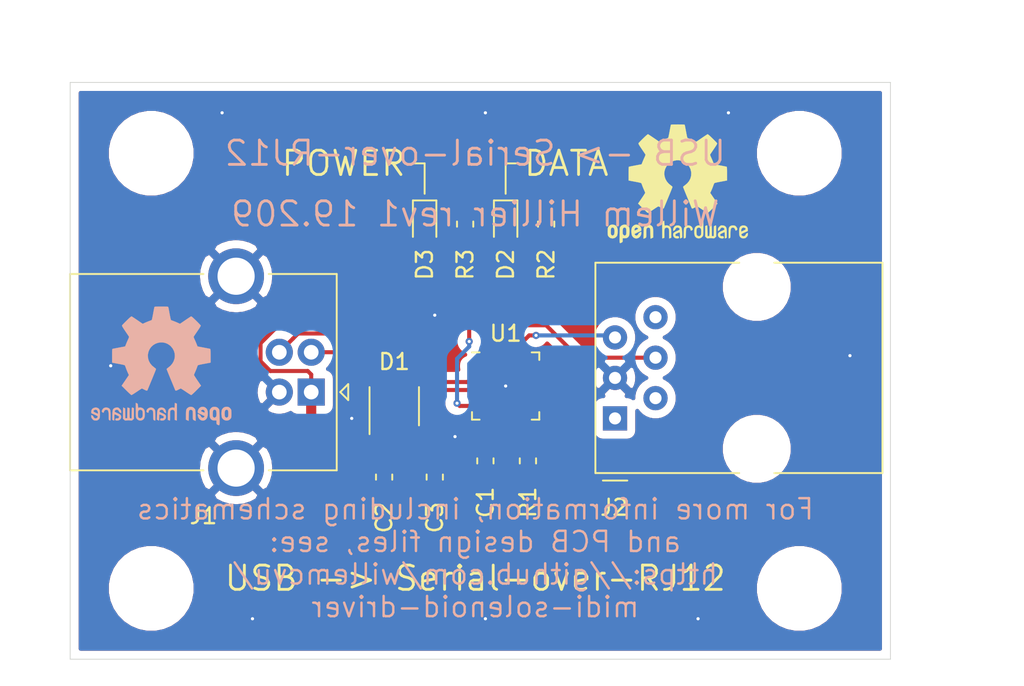
<source format=kicad_pcb>
(kicad_pcb (version 20171130) (host pcbnew "(5.1.2)-2")

  (general
    (thickness 1.6)
    (drawings 16)
    (tracks 90)
    (zones 0)
    (modules 18)
    (nets 12)
  )

  (page A4)
  (layers
    (0 F.Cu signal)
    (31 B.Cu signal)
    (32 B.Adhes user)
    (33 F.Adhes user)
    (34 B.Paste user)
    (35 F.Paste user)
    (36 B.SilkS user)
    (37 F.SilkS user)
    (38 B.Mask user)
    (39 F.Mask user)
    (40 Dwgs.User user)
    (41 Cmts.User user)
    (42 Eco1.User user)
    (43 Eco2.User user)
    (44 Edge.Cuts user)
    (45 Margin user)
    (46 B.CrtYd user)
    (47 F.CrtYd user)
    (48 B.Fab user)
    (49 F.Fab user)
  )

  (setup
    (last_trace_width 0.254)
    (user_trace_width 0.2032)
    (user_trace_width 0.254)
    (user_trace_width 0.3048)
    (user_trace_width 0.635)
    (user_trace_width 1.27)
    (user_trace_width 2.54)
    (trace_clearance 0.2)
    (zone_clearance 0.508)
    (zone_45_only no)
    (trace_min 0.2032)
    (via_size 0.8)
    (via_drill 0.4)
    (via_min_size 0.45)
    (via_min_drill 0.2)
    (user_via 0.45 0.2)
    (user_via 0.9 0.45)
    (uvia_size 0.3)
    (uvia_drill 0.1)
    (uvias_allowed no)
    (uvia_min_size 0.2)
    (uvia_min_drill 0.1)
    (edge_width 0.05)
    (segment_width 0.2)
    (pcb_text_width 0.3)
    (pcb_text_size 1.5 1.5)
    (mod_edge_width 0.12)
    (mod_text_size 1 1)
    (mod_text_width 0.15)
    (pad_size 1.524 1.524)
    (pad_drill 0.762)
    (pad_to_mask_clearance 0.051)
    (solder_mask_min_width 0.25)
    (aux_axis_origin 0 0)
    (visible_elements 7FFFFFFF)
    (pcbplotparams
      (layerselection 0x010fc_ffffffff)
      (usegerberextensions false)
      (usegerberattributes false)
      (usegerberadvancedattributes false)
      (creategerberjobfile false)
      (excludeedgelayer true)
      (linewidth 0.100000)
      (plotframeref false)
      (viasonmask false)
      (mode 1)
      (useauxorigin false)
      (hpglpennumber 1)
      (hpglpenspeed 20)
      (hpglpendiameter 15.000000)
      (psnegative false)
      (psa4output false)
      (plotreference true)
      (plotvalue true)
      (plotinvisibletext false)
      (padsonsilk false)
      (subtractmaskfromsilk false)
      (outputformat 1)
      (mirror false)
      (drillshape 0)
      (scaleselection 1)
      (outputdirectory "gerbers/"))
  )

  (net 0 "")
  (net 1 "Net-(C1-Pad1)")
  (net 2 GND)
  (net 3 VBUS)
  (net 4 /D+)
  (net 5 /D-)
  (net 6 "Net-(D2-Pad1)")
  (net 7 VCC)
  (net 8 "Net-(D3-Pad1)")
  (net 9 /TXD)
  (net 10 "Net-(R1-Pad2)")
  (net 11 /RXD)

  (net_class Default "This is the default net class."
    (clearance 0.2)
    (trace_width 0.25)
    (via_dia 0.8)
    (via_drill 0.4)
    (uvia_dia 0.3)
    (uvia_drill 0.1)
    (diff_pair_width 0.2032)
    (diff_pair_gap 0.25)
    (add_net /D+)
    (add_net /D-)
    (add_net /RXD)
    (add_net /TXD)
    (add_net GND)
    (add_net "Net-(C1-Pad1)")
    (add_net "Net-(D2-Pad1)")
    (add_net "Net-(D3-Pad1)")
    (add_net "Net-(R1-Pad2)")
    (add_net VBUS)
    (add_net VCC)
  )

  (module Symbol:OSHW-Logo2_9.8x8mm_SilkScreen (layer F.Cu) (tedit 0) (tstamp 5D3F1F41)
    (at 117.475 70.485)
    (descr "Open Source Hardware Symbol")
    (tags "Logo Symbol OSHW")
    (attr virtual)
    (fp_text reference REF** (at 0 0) (layer F.SilkS) hide
      (effects (font (size 1 1) (thickness 0.15)))
    )
    (fp_text value OSHW-Logo2_9.8x8mm_SilkScreen (at 0.75 0) (layer F.Fab) hide
      (effects (font (size 1 1) (thickness 0.15)))
    )
    (fp_poly (pts (xy -3.231114 2.584505) (xy -3.156461 2.621727) (xy -3.090569 2.690261) (xy -3.072423 2.715648)
      (xy -3.052655 2.748866) (xy -3.039828 2.784945) (xy -3.03249 2.833098) (xy -3.029187 2.902536)
      (xy -3.028462 2.994206) (xy -3.031737 3.11983) (xy -3.043123 3.214154) (xy -3.064959 3.284523)
      (xy -3.099581 3.338286) (xy -3.14933 3.382788) (xy -3.152986 3.385423) (xy -3.202015 3.412377)
      (xy -3.261055 3.425712) (xy -3.336141 3.429) (xy -3.458205 3.429) (xy -3.458256 3.547497)
      (xy -3.459392 3.613492) (xy -3.466314 3.652202) (xy -3.484402 3.675419) (xy -3.519038 3.694933)
      (xy -3.527355 3.69892) (xy -3.56628 3.717603) (xy -3.596417 3.729403) (xy -3.618826 3.730422)
      (xy -3.634567 3.716761) (xy -3.644698 3.684522) (xy -3.650277 3.629804) (xy -3.652365 3.548711)
      (xy -3.652019 3.437344) (xy -3.6503 3.291802) (xy -3.649763 3.248269) (xy -3.647828 3.098205)
      (xy -3.646096 3.000042) (xy -3.458308 3.000042) (xy -3.457252 3.083364) (xy -3.452562 3.13788)
      (xy -3.441949 3.173837) (xy -3.423128 3.201482) (xy -3.41035 3.214965) (xy -3.35811 3.254417)
      (xy -3.311858 3.257628) (xy -3.264133 3.225049) (xy -3.262923 3.223846) (xy -3.243506 3.198668)
      (xy -3.231693 3.164447) (xy -3.225735 3.111748) (xy -3.22388 3.031131) (xy -3.223846 3.013271)
      (xy -3.22833 2.902175) (xy -3.242926 2.825161) (xy -3.26935 2.778147) (xy -3.309317 2.75705)
      (xy -3.332416 2.754923) (xy -3.387238 2.7649) (xy -3.424842 2.797752) (xy -3.447477 2.857857)
      (xy -3.457394 2.949598) (xy -3.458308 3.000042) (xy -3.646096 3.000042) (xy -3.645778 2.98206)
      (xy -3.643127 2.894679) (xy -3.639394 2.830905) (xy -3.634093 2.785582) (xy -3.626742 2.753555)
      (xy -3.616857 2.729668) (xy -3.603954 2.708764) (xy -3.598421 2.700898) (xy -3.525031 2.626595)
      (xy -3.43224 2.584467) (xy -3.324904 2.572722) (xy -3.231114 2.584505)) (layer F.SilkS) (width 0.01))
    (fp_poly (pts (xy -1.728336 2.595089) (xy -1.665633 2.631358) (xy -1.622039 2.667358) (xy -1.590155 2.705075)
      (xy -1.56819 2.751199) (xy -1.554351 2.812421) (xy -1.546847 2.895431) (xy -1.543883 3.006919)
      (xy -1.543539 3.087062) (xy -1.543539 3.382065) (xy -1.709615 3.456515) (xy -1.719385 3.133402)
      (xy -1.723421 3.012729) (xy -1.727656 2.925141) (xy -1.732903 2.86465) (xy -1.739975 2.825268)
      (xy -1.749689 2.801007) (xy -1.762856 2.78588) (xy -1.767081 2.782606) (xy -1.831091 2.757034)
      (xy -1.895792 2.767153) (xy -1.934308 2.794) (xy -1.949975 2.813024) (xy -1.96082 2.837988)
      (xy -1.967712 2.875834) (xy -1.971521 2.933502) (xy -1.973117 3.017935) (xy -1.973385 3.105928)
      (xy -1.973437 3.216323) (xy -1.975328 3.294463) (xy -1.981655 3.347165) (xy -1.995017 3.381242)
      (xy -2.018015 3.403511) (xy -2.053246 3.420787) (xy -2.100303 3.438738) (xy -2.151697 3.458278)
      (xy -2.145579 3.111485) (xy -2.143116 2.986468) (xy -2.140233 2.894082) (xy -2.136102 2.827881)
      (xy -2.129893 2.78142) (xy -2.120774 2.748256) (xy -2.107917 2.721944) (xy -2.092416 2.698729)
      (xy -2.017629 2.624569) (xy -1.926372 2.581684) (xy -1.827117 2.571412) (xy -1.728336 2.595089)) (layer F.SilkS) (width 0.01))
    (fp_poly (pts (xy -3.983114 2.587256) (xy -3.891536 2.635409) (xy -3.823951 2.712905) (xy -3.799943 2.762727)
      (xy -3.781262 2.837533) (xy -3.771699 2.932052) (xy -3.770792 3.03521) (xy -3.778079 3.135935)
      (xy -3.793097 3.223153) (xy -3.815385 3.285791) (xy -3.822235 3.296579) (xy -3.903368 3.377105)
      (xy -3.999734 3.425336) (xy -4.104299 3.43945) (xy -4.210032 3.417629) (xy -4.239457 3.404547)
      (xy -4.296759 3.364231) (xy -4.34705 3.310775) (xy -4.351803 3.303995) (xy -4.371122 3.271321)
      (xy -4.383892 3.236394) (xy -4.391436 3.190414) (xy -4.395076 3.124584) (xy -4.396135 3.030105)
      (xy -4.396154 3.008923) (xy -4.396106 3.002182) (xy -4.200769 3.002182) (xy -4.199632 3.091349)
      (xy -4.195159 3.15052) (xy -4.185754 3.188741) (xy -4.169824 3.215053) (xy -4.161692 3.223846)
      (xy -4.114942 3.257261) (xy -4.069553 3.255737) (xy -4.02366 3.226752) (xy -3.996288 3.195809)
      (xy -3.980077 3.150643) (xy -3.970974 3.07942) (xy -3.970349 3.071114) (xy -3.968796 2.942037)
      (xy -3.985035 2.846172) (xy -4.018848 2.784107) (xy -4.070016 2.756432) (xy -4.08828 2.754923)
      (xy -4.13624 2.762513) (xy -4.169047 2.788808) (xy -4.189105 2.839095) (xy -4.198822 2.918664)
      (xy -4.200769 3.002182) (xy -4.396106 3.002182) (xy -4.395426 2.908249) (xy -4.392371 2.837906)
      (xy -4.385678 2.789163) (xy -4.37404 2.753288) (xy -4.356147 2.721548) (xy -4.352192 2.715648)
      (xy -4.285733 2.636104) (xy -4.213315 2.589929) (xy -4.125151 2.571599) (xy -4.095213 2.570703)
      (xy -3.983114 2.587256)) (layer F.SilkS) (width 0.01))
    (fp_poly (pts (xy -2.465746 2.599745) (xy -2.388714 2.651567) (xy -2.329184 2.726412) (xy -2.293622 2.821654)
      (xy -2.286429 2.891756) (xy -2.287246 2.921009) (xy -2.294086 2.943407) (xy -2.312888 2.963474)
      (xy -2.349592 2.985733) (xy -2.410138 3.014709) (xy -2.500466 3.054927) (xy -2.500923 3.055129)
      (xy -2.584067 3.09321) (xy -2.652247 3.127025) (xy -2.698495 3.152933) (xy -2.715842 3.167295)
      (xy -2.715846 3.167411) (xy -2.700557 3.198685) (xy -2.664804 3.233157) (xy -2.623758 3.25799)
      (xy -2.602963 3.262923) (xy -2.54623 3.245862) (xy -2.497373 3.203133) (xy -2.473535 3.156155)
      (xy -2.450603 3.121522) (xy -2.405682 3.082081) (xy -2.352877 3.048009) (xy -2.30629 3.02948)
      (xy -2.296548 3.028462) (xy -2.285582 3.045215) (xy -2.284921 3.088039) (xy -2.29298 3.145781)
      (xy -2.308173 3.207289) (xy -2.328914 3.261409) (xy -2.329962 3.26351) (xy -2.392379 3.35066)
      (xy -2.473274 3.409939) (xy -2.565144 3.439034) (xy -2.660487 3.435634) (xy -2.751802 3.397428)
      (xy -2.755862 3.394741) (xy -2.827694 3.329642) (xy -2.874927 3.244705) (xy -2.901066 3.133021)
      (xy -2.904574 3.101643) (xy -2.910787 2.953536) (xy -2.903339 2.884468) (xy -2.715846 2.884468)
      (xy -2.71341 2.927552) (xy -2.700086 2.940126) (xy -2.666868 2.930719) (xy -2.614506 2.908483)
      (xy -2.555976 2.88061) (xy -2.554521 2.879872) (xy -2.504911 2.853777) (xy -2.485 2.836363)
      (xy -2.48991 2.818107) (xy -2.510584 2.79412) (xy -2.563181 2.759406) (xy -2.619823 2.756856)
      (xy -2.670631 2.782119) (xy -2.705724 2.830847) (xy -2.715846 2.884468) (xy -2.903339 2.884468)
      (xy -2.898008 2.835036) (xy -2.865222 2.741055) (xy -2.819579 2.675215) (xy -2.737198 2.608681)
      (xy -2.646454 2.575676) (xy -2.553815 2.573573) (xy -2.465746 2.599745)) (layer F.SilkS) (width 0.01))
    (fp_poly (pts (xy -0.840154 2.49212) (xy -0.834428 2.57198) (xy -0.827851 2.619039) (xy -0.818738 2.639566)
      (xy -0.805402 2.639829) (xy -0.801077 2.637378) (xy -0.743556 2.619636) (xy -0.668732 2.620672)
      (xy -0.592661 2.63891) (xy -0.545082 2.662505) (xy -0.496298 2.700198) (xy -0.460636 2.742855)
      (xy -0.436155 2.797057) (xy -0.420913 2.869384) (xy -0.41297 2.966419) (xy -0.410384 3.094742)
      (xy -0.410338 3.119358) (xy -0.410308 3.39587) (xy -0.471839 3.41732) (xy -0.515541 3.431912)
      (xy -0.539518 3.438706) (xy -0.540223 3.438769) (xy -0.542585 3.420345) (xy -0.544594 3.369526)
      (xy -0.546099 3.292993) (xy -0.546947 3.19743) (xy -0.547077 3.139329) (xy -0.547349 3.024771)
      (xy -0.548748 2.942667) (xy -0.552151 2.886393) (xy -0.558433 2.849326) (xy -0.568471 2.824844)
      (xy -0.583139 2.806325) (xy -0.592298 2.797406) (xy -0.655211 2.761466) (xy -0.723864 2.758775)
      (xy -0.786152 2.78917) (xy -0.797671 2.800144) (xy -0.814567 2.820779) (xy -0.826286 2.845256)
      (xy -0.833767 2.880647) (xy -0.837946 2.934026) (xy -0.839763 3.012466) (xy -0.840154 3.120617)
      (xy -0.840154 3.39587) (xy -0.901685 3.41732) (xy -0.945387 3.431912) (xy -0.969364 3.438706)
      (xy -0.97007 3.438769) (xy -0.971874 3.420069) (xy -0.9735 3.367322) (xy -0.974883 3.285557)
      (xy -0.975958 3.179805) (xy -0.97666 3.055094) (xy -0.976923 2.916455) (xy -0.976923 2.381806)
      (xy -0.849923 2.328236) (xy -0.840154 2.49212)) (layer F.SilkS) (width 0.01))
    (fp_poly (pts (xy 0.053501 2.626303) (xy 0.13006 2.654733) (xy 0.130936 2.655279) (xy 0.178285 2.690127)
      (xy 0.213241 2.730852) (xy 0.237825 2.783925) (xy 0.254062 2.855814) (xy 0.263975 2.952992)
      (xy 0.269586 3.081928) (xy 0.270077 3.100298) (xy 0.277141 3.377287) (xy 0.217695 3.408028)
      (xy 0.174681 3.428802) (xy 0.14871 3.438646) (xy 0.147509 3.438769) (xy 0.143014 3.420606)
      (xy 0.139444 3.371612) (xy 0.137248 3.300031) (xy 0.136769 3.242068) (xy 0.136758 3.14817)
      (xy 0.132466 3.089203) (xy 0.117503 3.061079) (xy 0.085482 3.059706) (xy 0.030014 3.080998)
      (xy -0.053731 3.120136) (xy -0.115311 3.152643) (xy -0.146983 3.180845) (xy -0.156294 3.211582)
      (xy -0.156308 3.213104) (xy -0.140943 3.266054) (xy -0.095453 3.29466) (xy -0.025834 3.298803)
      (xy 0.024313 3.298084) (xy 0.050754 3.312527) (xy 0.067243 3.347218) (xy 0.076733 3.391416)
      (xy 0.063057 3.416493) (xy 0.057907 3.420082) (xy 0.009425 3.434496) (xy -0.058469 3.436537)
      (xy -0.128388 3.426983) (xy -0.177932 3.409522) (xy -0.24643 3.351364) (xy -0.285366 3.270408)
      (xy -0.293077 3.20716) (xy -0.287193 3.150111) (xy -0.265899 3.103542) (xy -0.223735 3.062181)
      (xy -0.155241 3.020755) (xy -0.054956 2.973993) (xy -0.048846 2.97135) (xy 0.04149 2.929617)
      (xy 0.097235 2.895391) (xy 0.121129 2.864635) (xy 0.115913 2.833311) (xy 0.084328 2.797383)
      (xy 0.074883 2.789116) (xy 0.011617 2.757058) (xy -0.053936 2.758407) (xy -0.111028 2.789838)
      (xy -0.148907 2.848024) (xy -0.152426 2.859446) (xy -0.1867 2.914837) (xy -0.230191 2.941518)
      (xy -0.293077 2.96796) (xy -0.293077 2.899548) (xy -0.273948 2.80011) (xy -0.217169 2.708902)
      (xy -0.187622 2.678389) (xy -0.120458 2.639228) (xy -0.035044 2.6215) (xy 0.053501 2.626303)) (layer F.SilkS) (width 0.01))
    (fp_poly (pts (xy 0.713362 2.62467) (xy 0.802117 2.657421) (xy 0.874022 2.71535) (xy 0.902144 2.756128)
      (xy 0.932802 2.830954) (xy 0.932165 2.885058) (xy 0.899987 2.921446) (xy 0.888081 2.927633)
      (xy 0.836675 2.946925) (xy 0.810422 2.941982) (xy 0.80153 2.909587) (xy 0.801077 2.891692)
      (xy 0.784797 2.825859) (xy 0.742365 2.779807) (xy 0.683388 2.757564) (xy 0.617475 2.763161)
      (xy 0.563895 2.792229) (xy 0.545798 2.80881) (xy 0.532971 2.828925) (xy 0.524306 2.859332)
      (xy 0.518696 2.906788) (xy 0.515035 2.97805) (xy 0.512215 3.079875) (xy 0.511484 3.112115)
      (xy 0.50882 3.22241) (xy 0.505792 3.300036) (xy 0.50125 3.351396) (xy 0.494046 3.38289)
      (xy 0.483033 3.40092) (xy 0.46706 3.411888) (xy 0.456834 3.416733) (xy 0.413406 3.433301)
      (xy 0.387842 3.438769) (xy 0.379395 3.420507) (xy 0.374239 3.365296) (xy 0.372346 3.272499)
      (xy 0.373689 3.141478) (xy 0.374107 3.121269) (xy 0.377058 3.001733) (xy 0.380548 2.914449)
      (xy 0.385514 2.852591) (xy 0.392893 2.809336) (xy 0.403624 2.77786) (xy 0.418645 2.751339)
      (xy 0.426502 2.739975) (xy 0.471553 2.689692) (xy 0.52194 2.650581) (xy 0.528108 2.647167)
      (xy 0.618458 2.620212) (xy 0.713362 2.62467)) (layer F.SilkS) (width 0.01))
    (fp_poly (pts (xy 1.602081 2.780289) (xy 1.601833 2.92632) (xy 1.600872 3.038655) (xy 1.598794 3.122678)
      (xy 1.595193 3.183769) (xy 1.589665 3.227309) (xy 1.581804 3.258679) (xy 1.571207 3.283262)
      (xy 1.563182 3.297294) (xy 1.496728 3.373388) (xy 1.41247 3.421084) (xy 1.319249 3.438199)
      (xy 1.2259 3.422546) (xy 1.170312 3.394418) (xy 1.111957 3.34576) (xy 1.072186 3.286333)
      (xy 1.04819 3.208507) (xy 1.037161 3.104652) (xy 1.035599 3.028462) (xy 1.035809 3.022986)
      (xy 1.172308 3.022986) (xy 1.173141 3.110355) (xy 1.176961 3.168192) (xy 1.185746 3.206029)
      (xy 1.201474 3.233398) (xy 1.220266 3.254042) (xy 1.283375 3.29389) (xy 1.351137 3.297295)
      (xy 1.415179 3.264025) (xy 1.420164 3.259517) (xy 1.441439 3.236067) (xy 1.454779 3.208166)
      (xy 1.462001 3.166641) (xy 1.464923 3.102316) (xy 1.465385 3.0312) (xy 1.464383 2.941858)
      (xy 1.460238 2.882258) (xy 1.451236 2.843089) (xy 1.435667 2.81504) (xy 1.422902 2.800144)
      (xy 1.3636 2.762575) (xy 1.295301 2.758057) (xy 1.23011 2.786753) (xy 1.217528 2.797406)
      (xy 1.196111 2.821063) (xy 1.182744 2.849251) (xy 1.175566 2.891245) (xy 1.172719 2.956319)
      (xy 1.172308 3.022986) (xy 1.035809 3.022986) (xy 1.040322 2.905765) (xy 1.056362 2.813577)
      (xy 1.086528 2.744269) (xy 1.133629 2.690211) (xy 1.170312 2.662505) (xy 1.23699 2.632572)
      (xy 1.314272 2.618678) (xy 1.38611 2.622397) (xy 1.426308 2.6374) (xy 1.442082 2.64167)
      (xy 1.45255 2.62575) (xy 1.459856 2.583089) (xy 1.465385 2.518106) (xy 1.471437 2.445732)
      (xy 1.479844 2.402187) (xy 1.495141 2.377287) (xy 1.521864 2.360845) (xy 1.538654 2.353564)
      (xy 1.602154 2.326963) (xy 1.602081 2.780289)) (layer F.SilkS) (width 0.01))
    (fp_poly (pts (xy 2.395929 2.636662) (xy 2.398911 2.688068) (xy 2.401247 2.766192) (xy 2.402749 2.864857)
      (xy 2.403231 2.968343) (xy 2.403231 3.318533) (xy 2.341401 3.380363) (xy 2.298793 3.418462)
      (xy 2.26139 3.433895) (xy 2.21027 3.432918) (xy 2.189978 3.430433) (xy 2.126554 3.4232)
      (xy 2.074095 3.419055) (xy 2.061308 3.418672) (xy 2.018199 3.421176) (xy 1.956544 3.427462)
      (xy 1.932638 3.430433) (xy 1.873922 3.435028) (xy 1.834464 3.425046) (xy 1.795338 3.394228)
      (xy 1.781215 3.380363) (xy 1.719385 3.318533) (xy 1.719385 2.663503) (xy 1.76915 2.640829)
      (xy 1.812002 2.624034) (xy 1.837073 2.618154) (xy 1.843501 2.636736) (xy 1.849509 2.688655)
      (xy 1.854697 2.768172) (xy 1.858664 2.869546) (xy 1.860577 2.955192) (xy 1.865923 3.292231)
      (xy 1.91256 3.298825) (xy 1.954976 3.294214) (xy 1.97576 3.279287) (xy 1.98157 3.251377)
      (xy 1.98653 3.191925) (xy 1.990246 3.108466) (xy 1.992324 3.008532) (xy 1.992624 2.957104)
      (xy 1.992923 2.661054) (xy 2.054454 2.639604) (xy 2.098004 2.62502) (xy 2.121694 2.618219)
      (xy 2.122377 2.618154) (xy 2.124754 2.636642) (xy 2.127366 2.687906) (xy 2.129995 2.765649)
      (xy 2.132421 2.863574) (xy 2.134115 2.955192) (xy 2.139461 3.292231) (xy 2.256692 3.292231)
      (xy 2.262072 2.984746) (xy 2.267451 2.677261) (xy 2.324601 2.647707) (xy 2.366797 2.627413)
      (xy 2.39177 2.618204) (xy 2.392491 2.618154) (xy 2.395929 2.636662)) (layer F.SilkS) (width 0.01))
    (fp_poly (pts (xy 2.887333 2.633528) (xy 2.94359 2.659117) (xy 2.987747 2.690124) (xy 3.020101 2.724795)
      (xy 3.042438 2.76952) (xy 3.056546 2.830692) (xy 3.064211 2.914701) (xy 3.06722 3.02794)
      (xy 3.067538 3.102509) (xy 3.067538 3.39342) (xy 3.017773 3.416095) (xy 2.978576 3.432667)
      (xy 2.959157 3.438769) (xy 2.955442 3.42061) (xy 2.952495 3.371648) (xy 2.950691 3.300153)
      (xy 2.950308 3.243385) (xy 2.948661 3.161371) (xy 2.944222 3.096309) (xy 2.93774 3.056467)
      (xy 2.93259 3.048) (xy 2.897977 3.056646) (xy 2.84364 3.078823) (xy 2.780722 3.108886)
      (xy 2.720368 3.141192) (xy 2.673721 3.170098) (xy 2.651926 3.189961) (xy 2.651839 3.190175)
      (xy 2.653714 3.226935) (xy 2.670525 3.262026) (xy 2.700039 3.290528) (xy 2.743116 3.300061)
      (xy 2.779932 3.29895) (xy 2.832074 3.298133) (xy 2.859444 3.310349) (xy 2.875882 3.342624)
      (xy 2.877955 3.34871) (xy 2.885081 3.394739) (xy 2.866024 3.422687) (xy 2.816353 3.436007)
      (xy 2.762697 3.43847) (xy 2.666142 3.42021) (xy 2.616159 3.394131) (xy 2.554429 3.332868)
      (xy 2.52169 3.25767) (xy 2.518753 3.178211) (xy 2.546424 3.104167) (xy 2.588047 3.057769)
      (xy 2.629604 3.031793) (xy 2.694922 2.998907) (xy 2.771038 2.965557) (xy 2.783726 2.960461)
      (xy 2.867333 2.923565) (xy 2.91553 2.891046) (xy 2.93103 2.858718) (xy 2.91655 2.822394)
      (xy 2.891692 2.794) (xy 2.832939 2.759039) (xy 2.768293 2.756417) (xy 2.709008 2.783358)
      (xy 2.666339 2.837088) (xy 2.660739 2.85095) (xy 2.628133 2.901936) (xy 2.58053 2.939787)
      (xy 2.520461 2.97085) (xy 2.520461 2.882768) (xy 2.523997 2.828951) (xy 2.539156 2.786534)
      (xy 2.572768 2.741279) (xy 2.605035 2.70642) (xy 2.655209 2.657062) (xy 2.694193 2.630547)
      (xy 2.736064 2.619911) (xy 2.78346 2.618154) (xy 2.887333 2.633528)) (layer F.SilkS) (width 0.01))
    (fp_poly (pts (xy 3.570807 2.636782) (xy 3.594161 2.646988) (xy 3.649902 2.691134) (xy 3.697569 2.754967)
      (xy 3.727048 2.823087) (xy 3.731846 2.85667) (xy 3.71576 2.903556) (xy 3.680475 2.928365)
      (xy 3.642644 2.943387) (xy 3.625321 2.946155) (xy 3.616886 2.926066) (xy 3.60023 2.882351)
      (xy 3.592923 2.862598) (xy 3.551948 2.794271) (xy 3.492622 2.760191) (xy 3.416552 2.761239)
      (xy 3.410918 2.762581) (xy 3.370305 2.781836) (xy 3.340448 2.819375) (xy 3.320055 2.879809)
      (xy 3.307836 2.967751) (xy 3.3025 3.087813) (xy 3.302 3.151698) (xy 3.301752 3.252403)
      (xy 3.300126 3.321054) (xy 3.295801 3.364673) (xy 3.287454 3.390282) (xy 3.273765 3.404903)
      (xy 3.253411 3.415558) (xy 3.252234 3.416095) (xy 3.213038 3.432667) (xy 3.193619 3.438769)
      (xy 3.190635 3.420319) (xy 3.188081 3.369323) (xy 3.18614 3.292308) (xy 3.184997 3.195805)
      (xy 3.184769 3.125184) (xy 3.185932 2.988525) (xy 3.190479 2.884851) (xy 3.199999 2.808108)
      (xy 3.216081 2.752246) (xy 3.240313 2.711212) (xy 3.274286 2.678954) (xy 3.307833 2.65644)
      (xy 3.388499 2.626476) (xy 3.482381 2.619718) (xy 3.570807 2.636782)) (layer F.SilkS) (width 0.01))
    (fp_poly (pts (xy 4.245224 2.647838) (xy 4.322528 2.698361) (xy 4.359814 2.74359) (xy 4.389353 2.825663)
      (xy 4.391699 2.890607) (xy 4.386385 2.977445) (xy 4.186115 3.065103) (xy 4.088739 3.109887)
      (xy 4.025113 3.145913) (xy 3.992029 3.177117) (xy 3.98628 3.207436) (xy 4.004658 3.240805)
      (xy 4.024923 3.262923) (xy 4.083889 3.298393) (xy 4.148024 3.300879) (xy 4.206926 3.273235)
      (xy 4.250197 3.21832) (xy 4.257936 3.198928) (xy 4.295006 3.138364) (xy 4.337654 3.112552)
      (xy 4.396154 3.090471) (xy 4.396154 3.174184) (xy 4.390982 3.23115) (xy 4.370723 3.279189)
      (xy 4.328262 3.334346) (xy 4.321951 3.341514) (xy 4.27472 3.390585) (xy 4.234121 3.41692)
      (xy 4.183328 3.429035) (xy 4.14122 3.433003) (xy 4.065902 3.433991) (xy 4.012286 3.421466)
      (xy 3.978838 3.402869) (xy 3.926268 3.361975) (xy 3.889879 3.317748) (xy 3.86685 3.262126)
      (xy 3.854359 3.187047) (xy 3.849587 3.084449) (xy 3.849206 3.032376) (xy 3.850501 2.969948)
      (xy 3.968471 2.969948) (xy 3.969839 3.003438) (xy 3.973249 3.008923) (xy 3.995753 3.001472)
      (xy 4.044182 2.981753) (xy 4.108908 2.953718) (xy 4.122443 2.947692) (xy 4.204244 2.906096)
      (xy 4.249312 2.869538) (xy 4.259217 2.835296) (xy 4.235526 2.800648) (xy 4.21596 2.785339)
      (xy 4.14536 2.754721) (xy 4.07928 2.75978) (xy 4.023959 2.797151) (xy 3.985636 2.863473)
      (xy 3.973349 2.916116) (xy 3.968471 2.969948) (xy 3.850501 2.969948) (xy 3.85173 2.91072)
      (xy 3.861032 2.82071) (xy 3.87946 2.755167) (xy 3.90936 2.706912) (xy 3.95308 2.668767)
      (xy 3.972141 2.65644) (xy 4.058726 2.624336) (xy 4.153522 2.622316) (xy 4.245224 2.647838)) (layer F.SilkS) (width 0.01))
    (fp_poly (pts (xy 0.139878 -3.712224) (xy 0.245612 -3.711645) (xy 0.322132 -3.710078) (xy 0.374372 -3.707028)
      (xy 0.407263 -3.702004) (xy 0.425737 -3.694511) (xy 0.434727 -3.684056) (xy 0.439163 -3.670147)
      (xy 0.439594 -3.668346) (xy 0.446333 -3.635855) (xy 0.458808 -3.571748) (xy 0.475719 -3.482849)
      (xy 0.495771 -3.375981) (xy 0.517664 -3.257967) (xy 0.518429 -3.253822) (xy 0.540359 -3.138169)
      (xy 0.560877 -3.035986) (xy 0.578659 -2.953402) (xy 0.592381 -2.896544) (xy 0.600718 -2.871542)
      (xy 0.601116 -2.871099) (xy 0.625677 -2.85889) (xy 0.676315 -2.838544) (xy 0.742095 -2.814455)
      (xy 0.742461 -2.814326) (xy 0.825317 -2.783182) (xy 0.923 -2.743509) (xy 1.015077 -2.703619)
      (xy 1.019434 -2.701647) (xy 1.169407 -2.63358) (xy 1.501498 -2.860361) (xy 1.603374 -2.929496)
      (xy 1.695657 -2.991303) (xy 1.773003 -3.042267) (xy 1.830064 -3.078873) (xy 1.861495 -3.097606)
      (xy 1.864479 -3.098996) (xy 1.887321 -3.09281) (xy 1.929982 -3.062965) (xy 1.994128 -3.008053)
      (xy 2.081421 -2.926666) (xy 2.170535 -2.840078) (xy 2.256441 -2.754753) (xy 2.333327 -2.676892)
      (xy 2.396564 -2.611303) (xy 2.441523 -2.562795) (xy 2.463576 -2.536175) (xy 2.464396 -2.534805)
      (xy 2.466834 -2.516537) (xy 2.45765 -2.486705) (xy 2.434574 -2.441279) (xy 2.395337 -2.37623)
      (xy 2.33767 -2.28753) (xy 2.260795 -2.173343) (xy 2.19257 -2.072838) (xy 2.131582 -1.982697)
      (xy 2.081356 -1.908151) (xy 2.045416 -1.854435) (xy 2.027287 -1.826782) (xy 2.026146 -1.824905)
      (xy 2.028359 -1.79841) (xy 2.045138 -1.746914) (xy 2.073142 -1.680149) (xy 2.083122 -1.658828)
      (xy 2.126672 -1.563841) (xy 2.173134 -1.456063) (xy 2.210877 -1.362808) (xy 2.238073 -1.293594)
      (xy 2.259675 -1.240994) (xy 2.272158 -1.213503) (xy 2.273709 -1.211384) (xy 2.296668 -1.207876)
      (xy 2.350786 -1.198262) (xy 2.428868 -1.183911) (xy 2.523719 -1.166193) (xy 2.628143 -1.146475)
      (xy 2.734944 -1.126126) (xy 2.836926 -1.106514) (xy 2.926894 -1.089009) (xy 2.997653 -1.074978)
      (xy 3.042006 -1.065791) (xy 3.052885 -1.063193) (xy 3.064122 -1.056782) (xy 3.072605 -1.042303)
      (xy 3.078714 -1.014867) (xy 3.082832 -0.969589) (xy 3.085341 -0.90158) (xy 3.086621 -0.805953)
      (xy 3.087054 -0.67782) (xy 3.087077 -0.625299) (xy 3.087077 -0.198155) (xy 2.9845 -0.177909)
      (xy 2.927431 -0.16693) (xy 2.842269 -0.150905) (xy 2.739372 -0.131767) (xy 2.629096 -0.111449)
      (xy 2.598615 -0.105868) (xy 2.496855 -0.086083) (xy 2.408205 -0.066627) (xy 2.340108 -0.049303)
      (xy 2.300004 -0.035912) (xy 2.293323 -0.031921) (xy 2.276919 -0.003658) (xy 2.253399 0.051109)
      (xy 2.227316 0.121588) (xy 2.222142 0.136769) (xy 2.187956 0.230896) (xy 2.145523 0.337101)
      (xy 2.103997 0.432473) (xy 2.103792 0.432916) (xy 2.03464 0.582525) (xy 2.489512 1.251617)
      (xy 2.1975 1.544116) (xy 2.10918 1.63117) (xy 2.028625 1.707909) (xy 1.96036 1.770237)
      (xy 1.908908 1.814056) (xy 1.878794 1.83527) (xy 1.874474 1.836616) (xy 1.849111 1.826016)
      (xy 1.797358 1.796547) (xy 1.724868 1.751705) (xy 1.637294 1.694984) (xy 1.542612 1.631462)
      (xy 1.446516 1.566668) (xy 1.360837 1.510287) (xy 1.291016 1.465788) (xy 1.242494 1.436639)
      (xy 1.220782 1.426308) (xy 1.194293 1.43505) (xy 1.144062 1.458087) (xy 1.080451 1.490631)
      (xy 1.073708 1.494249) (xy 0.988046 1.53721) (xy 0.929306 1.558279) (xy 0.892772 1.558503)
      (xy 0.873731 1.538928) (xy 0.87362 1.538654) (xy 0.864102 1.515472) (xy 0.841403 1.460441)
      (xy 0.807282 1.377822) (xy 0.7635 1.271872) (xy 0.711816 1.146852) (xy 0.653992 1.00702)
      (xy 0.597991 0.871637) (xy 0.536447 0.722234) (xy 0.479939 0.583832) (xy 0.430161 0.460673)
      (xy 0.388806 0.357002) (xy 0.357568 0.277059) (xy 0.338141 0.225088) (xy 0.332154 0.205692)
      (xy 0.347168 0.183443) (xy 0.386439 0.147982) (xy 0.438807 0.108887) (xy 0.587941 -0.014755)
      (xy 0.704511 -0.156478) (xy 0.787118 -0.313296) (xy 0.834366 -0.482225) (xy 0.844857 -0.660278)
      (xy 0.837231 -0.742461) (xy 0.795682 -0.912969) (xy 0.724123 -1.063541) (xy 0.626995 -1.192691)
      (xy 0.508734 -1.298936) (xy 0.37378 -1.38079) (xy 0.226571 -1.436768) (xy 0.071544 -1.465385)
      (xy -0.086861 -1.465156) (xy -0.244206 -1.434595) (xy -0.396054 -1.372218) (xy -0.537965 -1.27654)
      (xy -0.597197 -1.222428) (xy -0.710797 -1.08348) (xy -0.789894 -0.931639) (xy -0.835014 -0.771333)
      (xy -0.846684 -0.606988) (xy -0.825431 -0.443029) (xy -0.77178 -0.283882) (xy -0.68626 -0.133975)
      (xy -0.569395 0.002267) (xy -0.438807 0.108887) (xy -0.384412 0.149642) (xy -0.345986 0.184718)
      (xy -0.332154 0.205726) (xy -0.339397 0.228635) (xy -0.359995 0.283365) (xy -0.392254 0.365672)
      (xy -0.434479 0.471315) (xy -0.484977 0.59605) (xy -0.542052 0.735636) (xy -0.598146 0.87167)
      (xy -0.660033 1.021201) (xy -0.717356 1.159767) (xy -0.768356 1.283107) (xy -0.811273 1.386964)
      (xy -0.844347 1.46708) (xy -0.865819 1.519195) (xy -0.873775 1.538654) (xy -0.892571 1.558423)
      (xy -0.928926 1.558365) (xy -0.987521 1.537441) (xy -1.073032 1.494613) (xy -1.073708 1.494249)
      (xy -1.138093 1.461012) (xy -1.190139 1.436802) (xy -1.219488 1.426404) (xy -1.220783 1.426308)
      (xy -1.242876 1.436855) (xy -1.291652 1.466184) (xy -1.361669 1.510827) (xy -1.447486 1.567314)
      (xy -1.542612 1.631462) (xy -1.63946 1.696411) (xy -1.726747 1.752896) (xy -1.798819 1.797421)
      (xy -1.850023 1.82649) (xy -1.874474 1.836616) (xy -1.89699 1.823307) (xy -1.942258 1.786112)
      (xy -2.005756 1.729128) (xy -2.082961 1.656449) (xy -2.169349 1.572171) (xy -2.197601 1.544016)
      (xy -2.489713 1.251416) (xy -2.267369 0.925104) (xy -2.199798 0.824897) (xy -2.140493 0.734963)
      (xy -2.092783 0.66051) (xy -2.059993 0.606751) (xy -2.045452 0.578894) (xy -2.045026 0.576912)
      (xy -2.052692 0.550655) (xy -2.073311 0.497837) (xy -2.103315 0.42731) (xy -2.124375 0.380093)
      (xy -2.163752 0.289694) (xy -2.200835 0.198366) (xy -2.229585 0.1212) (xy -2.237395 0.097692)
      (xy -2.259583 0.034916) (xy -2.281273 -0.013589) (xy -2.293187 -0.031921) (xy -2.319477 -0.043141)
      (xy -2.376858 -0.059046) (xy -2.457882 -0.077833) (xy -2.555105 -0.097701) (xy -2.598615 -0.105868)
      (xy -2.709104 -0.126171) (xy -2.815084 -0.14583) (xy -2.906199 -0.162912) (xy -2.972092 -0.175482)
      (xy -2.9845 -0.177909) (xy -3.087077 -0.198155) (xy -3.087077 -0.625299) (xy -3.086847 -0.765754)
      (xy -3.085901 -0.872021) (xy -3.083859 -0.948987) (xy -3.080338 -1.00154) (xy -3.074957 -1.034567)
      (xy -3.067334 -1.052955) (xy -3.057088 -1.061592) (xy -3.052885 -1.063193) (xy -3.02753 -1.068873)
      (xy -2.971516 -1.080205) (xy -2.892036 -1.095821) (xy -2.796288 -1.114353) (xy -2.691467 -1.134431)
      (xy -2.584768 -1.154688) (xy -2.483387 -1.173754) (xy -2.394521 -1.190261) (xy -2.325363 -1.202841)
      (xy -2.283111 -1.210125) (xy -2.27371 -1.211384) (xy -2.265193 -1.228237) (xy -2.24634 -1.27313)
      (xy -2.220676 -1.33757) (xy -2.210877 -1.362808) (xy -2.171352 -1.460314) (xy -2.124808 -1.568041)
      (xy -2.083123 -1.658828) (xy -2.05245 -1.728247) (xy -2.032044 -1.78529) (xy -2.025232 -1.820223)
      (xy -2.026318 -1.824905) (xy -2.040715 -1.847009) (xy -2.073588 -1.896169) (xy -2.12141 -1.967152)
      (xy -2.180652 -2.054722) (xy -2.247785 -2.153643) (xy -2.261059 -2.17317) (xy -2.338954 -2.28886)
      (xy -2.396213 -2.376956) (xy -2.435119 -2.441514) (xy -2.457956 -2.486589) (xy -2.467006 -2.516237)
      (xy -2.464552 -2.534515) (xy -2.464489 -2.534631) (xy -2.445173 -2.558639) (xy -2.402449 -2.605053)
      (xy -2.340949 -2.669063) (xy -2.265302 -2.745855) (xy -2.180139 -2.830618) (xy -2.170535 -2.840078)
      (xy -2.06321 -2.944011) (xy -1.980385 -3.020325) (xy -1.920395 -3.070429) (xy -1.881577 -3.09573)
      (xy -1.86448 -3.098996) (xy -1.839527 -3.08475) (xy -1.787745 -3.051844) (xy -1.71448 -3.003792)
      (xy -1.62508 -2.94411) (xy -1.524889 -2.876312) (xy -1.501499 -2.860361) (xy -1.169407 -2.63358)
      (xy -1.019435 -2.701647) (xy -0.92823 -2.741315) (xy -0.830331 -2.781209) (xy -0.746169 -2.813017)
      (xy -0.742462 -2.814326) (xy -0.676631 -2.838424) (xy -0.625884 -2.8588) (xy -0.601158 -2.871064)
      (xy -0.601116 -2.871099) (xy -0.593271 -2.893266) (xy -0.579934 -2.947783) (xy -0.56243 -3.02852)
      (xy -0.542083 -3.12935) (xy -0.520218 -3.244144) (xy -0.518429 -3.253822) (xy -0.496496 -3.372096)
      (xy -0.47636 -3.479458) (xy -0.45932 -3.569083) (xy -0.446672 -3.634149) (xy -0.439716 -3.667832)
      (xy -0.439594 -3.668346) (xy -0.435361 -3.682675) (xy -0.427129 -3.693493) (xy -0.409967 -3.701294)
      (xy -0.378942 -3.706571) (xy -0.329122 -3.709818) (xy -0.255576 -3.711528) (xy -0.153371 -3.712193)
      (xy -0.017575 -3.712307) (xy 0 -3.712308) (xy 0.139878 -3.712224)) (layer F.SilkS) (width 0.01))
  )

  (module Symbol:OSHW-Logo2_9.8x8mm_SilkScreen (layer B.Cu) (tedit 0) (tstamp 5D3F1CA6)
    (at 85.09 81.915 180)
    (descr "Open Source Hardware Symbol")
    (tags "Logo Symbol OSHW")
    (attr virtual)
    (fp_text reference REF** (at 0 0) (layer B.SilkS) hide
      (effects (font (size 1 1) (thickness 0.15)) (justify mirror))
    )
    (fp_text value OSHW-Logo2_9.8x8mm_SilkScreen (at 0.75 0) (layer B.Fab) hide
      (effects (font (size 1 1) (thickness 0.15)) (justify mirror))
    )
    (fp_poly (pts (xy 0.139878 3.712224) (xy 0.245612 3.711645) (xy 0.322132 3.710078) (xy 0.374372 3.707028)
      (xy 0.407263 3.702004) (xy 0.425737 3.694511) (xy 0.434727 3.684056) (xy 0.439163 3.670147)
      (xy 0.439594 3.668346) (xy 0.446333 3.635855) (xy 0.458808 3.571748) (xy 0.475719 3.482849)
      (xy 0.495771 3.375981) (xy 0.517664 3.257967) (xy 0.518429 3.253822) (xy 0.540359 3.138169)
      (xy 0.560877 3.035986) (xy 0.578659 2.953402) (xy 0.592381 2.896544) (xy 0.600718 2.871542)
      (xy 0.601116 2.871099) (xy 0.625677 2.85889) (xy 0.676315 2.838544) (xy 0.742095 2.814455)
      (xy 0.742461 2.814326) (xy 0.825317 2.783182) (xy 0.923 2.743509) (xy 1.015077 2.703619)
      (xy 1.019434 2.701647) (xy 1.169407 2.63358) (xy 1.501498 2.860361) (xy 1.603374 2.929496)
      (xy 1.695657 2.991303) (xy 1.773003 3.042267) (xy 1.830064 3.078873) (xy 1.861495 3.097606)
      (xy 1.864479 3.098996) (xy 1.887321 3.09281) (xy 1.929982 3.062965) (xy 1.994128 3.008053)
      (xy 2.081421 2.926666) (xy 2.170535 2.840078) (xy 2.256441 2.754753) (xy 2.333327 2.676892)
      (xy 2.396564 2.611303) (xy 2.441523 2.562795) (xy 2.463576 2.536175) (xy 2.464396 2.534805)
      (xy 2.466834 2.516537) (xy 2.45765 2.486705) (xy 2.434574 2.441279) (xy 2.395337 2.37623)
      (xy 2.33767 2.28753) (xy 2.260795 2.173343) (xy 2.19257 2.072838) (xy 2.131582 1.982697)
      (xy 2.081356 1.908151) (xy 2.045416 1.854435) (xy 2.027287 1.826782) (xy 2.026146 1.824905)
      (xy 2.028359 1.79841) (xy 2.045138 1.746914) (xy 2.073142 1.680149) (xy 2.083122 1.658828)
      (xy 2.126672 1.563841) (xy 2.173134 1.456063) (xy 2.210877 1.362808) (xy 2.238073 1.293594)
      (xy 2.259675 1.240994) (xy 2.272158 1.213503) (xy 2.273709 1.211384) (xy 2.296668 1.207876)
      (xy 2.350786 1.198262) (xy 2.428868 1.183911) (xy 2.523719 1.166193) (xy 2.628143 1.146475)
      (xy 2.734944 1.126126) (xy 2.836926 1.106514) (xy 2.926894 1.089009) (xy 2.997653 1.074978)
      (xy 3.042006 1.065791) (xy 3.052885 1.063193) (xy 3.064122 1.056782) (xy 3.072605 1.042303)
      (xy 3.078714 1.014867) (xy 3.082832 0.969589) (xy 3.085341 0.90158) (xy 3.086621 0.805953)
      (xy 3.087054 0.67782) (xy 3.087077 0.625299) (xy 3.087077 0.198155) (xy 2.9845 0.177909)
      (xy 2.927431 0.16693) (xy 2.842269 0.150905) (xy 2.739372 0.131767) (xy 2.629096 0.111449)
      (xy 2.598615 0.105868) (xy 2.496855 0.086083) (xy 2.408205 0.066627) (xy 2.340108 0.049303)
      (xy 2.300004 0.035912) (xy 2.293323 0.031921) (xy 2.276919 0.003658) (xy 2.253399 -0.051109)
      (xy 2.227316 -0.121588) (xy 2.222142 -0.136769) (xy 2.187956 -0.230896) (xy 2.145523 -0.337101)
      (xy 2.103997 -0.432473) (xy 2.103792 -0.432916) (xy 2.03464 -0.582525) (xy 2.489512 -1.251617)
      (xy 2.1975 -1.544116) (xy 2.10918 -1.63117) (xy 2.028625 -1.707909) (xy 1.96036 -1.770237)
      (xy 1.908908 -1.814056) (xy 1.878794 -1.83527) (xy 1.874474 -1.836616) (xy 1.849111 -1.826016)
      (xy 1.797358 -1.796547) (xy 1.724868 -1.751705) (xy 1.637294 -1.694984) (xy 1.542612 -1.631462)
      (xy 1.446516 -1.566668) (xy 1.360837 -1.510287) (xy 1.291016 -1.465788) (xy 1.242494 -1.436639)
      (xy 1.220782 -1.426308) (xy 1.194293 -1.43505) (xy 1.144062 -1.458087) (xy 1.080451 -1.490631)
      (xy 1.073708 -1.494249) (xy 0.988046 -1.53721) (xy 0.929306 -1.558279) (xy 0.892772 -1.558503)
      (xy 0.873731 -1.538928) (xy 0.87362 -1.538654) (xy 0.864102 -1.515472) (xy 0.841403 -1.460441)
      (xy 0.807282 -1.377822) (xy 0.7635 -1.271872) (xy 0.711816 -1.146852) (xy 0.653992 -1.00702)
      (xy 0.597991 -0.871637) (xy 0.536447 -0.722234) (xy 0.479939 -0.583832) (xy 0.430161 -0.460673)
      (xy 0.388806 -0.357002) (xy 0.357568 -0.277059) (xy 0.338141 -0.225088) (xy 0.332154 -0.205692)
      (xy 0.347168 -0.183443) (xy 0.386439 -0.147982) (xy 0.438807 -0.108887) (xy 0.587941 0.014755)
      (xy 0.704511 0.156478) (xy 0.787118 0.313296) (xy 0.834366 0.482225) (xy 0.844857 0.660278)
      (xy 0.837231 0.742461) (xy 0.795682 0.912969) (xy 0.724123 1.063541) (xy 0.626995 1.192691)
      (xy 0.508734 1.298936) (xy 0.37378 1.38079) (xy 0.226571 1.436768) (xy 0.071544 1.465385)
      (xy -0.086861 1.465156) (xy -0.244206 1.434595) (xy -0.396054 1.372218) (xy -0.537965 1.27654)
      (xy -0.597197 1.222428) (xy -0.710797 1.08348) (xy -0.789894 0.931639) (xy -0.835014 0.771333)
      (xy -0.846684 0.606988) (xy -0.825431 0.443029) (xy -0.77178 0.283882) (xy -0.68626 0.133975)
      (xy -0.569395 -0.002267) (xy -0.438807 -0.108887) (xy -0.384412 -0.149642) (xy -0.345986 -0.184718)
      (xy -0.332154 -0.205726) (xy -0.339397 -0.228635) (xy -0.359995 -0.283365) (xy -0.392254 -0.365672)
      (xy -0.434479 -0.471315) (xy -0.484977 -0.59605) (xy -0.542052 -0.735636) (xy -0.598146 -0.87167)
      (xy -0.660033 -1.021201) (xy -0.717356 -1.159767) (xy -0.768356 -1.283107) (xy -0.811273 -1.386964)
      (xy -0.844347 -1.46708) (xy -0.865819 -1.519195) (xy -0.873775 -1.538654) (xy -0.892571 -1.558423)
      (xy -0.928926 -1.558365) (xy -0.987521 -1.537441) (xy -1.073032 -1.494613) (xy -1.073708 -1.494249)
      (xy -1.138093 -1.461012) (xy -1.190139 -1.436802) (xy -1.219488 -1.426404) (xy -1.220783 -1.426308)
      (xy -1.242876 -1.436855) (xy -1.291652 -1.466184) (xy -1.361669 -1.510827) (xy -1.447486 -1.567314)
      (xy -1.542612 -1.631462) (xy -1.63946 -1.696411) (xy -1.726747 -1.752896) (xy -1.798819 -1.797421)
      (xy -1.850023 -1.82649) (xy -1.874474 -1.836616) (xy -1.89699 -1.823307) (xy -1.942258 -1.786112)
      (xy -2.005756 -1.729128) (xy -2.082961 -1.656449) (xy -2.169349 -1.572171) (xy -2.197601 -1.544016)
      (xy -2.489713 -1.251416) (xy -2.267369 -0.925104) (xy -2.199798 -0.824897) (xy -2.140493 -0.734963)
      (xy -2.092783 -0.66051) (xy -2.059993 -0.606751) (xy -2.045452 -0.578894) (xy -2.045026 -0.576912)
      (xy -2.052692 -0.550655) (xy -2.073311 -0.497837) (xy -2.103315 -0.42731) (xy -2.124375 -0.380093)
      (xy -2.163752 -0.289694) (xy -2.200835 -0.198366) (xy -2.229585 -0.1212) (xy -2.237395 -0.097692)
      (xy -2.259583 -0.034916) (xy -2.281273 0.013589) (xy -2.293187 0.031921) (xy -2.319477 0.043141)
      (xy -2.376858 0.059046) (xy -2.457882 0.077833) (xy -2.555105 0.097701) (xy -2.598615 0.105868)
      (xy -2.709104 0.126171) (xy -2.815084 0.14583) (xy -2.906199 0.162912) (xy -2.972092 0.175482)
      (xy -2.9845 0.177909) (xy -3.087077 0.198155) (xy -3.087077 0.625299) (xy -3.086847 0.765754)
      (xy -3.085901 0.872021) (xy -3.083859 0.948987) (xy -3.080338 1.00154) (xy -3.074957 1.034567)
      (xy -3.067334 1.052955) (xy -3.057088 1.061592) (xy -3.052885 1.063193) (xy -3.02753 1.068873)
      (xy -2.971516 1.080205) (xy -2.892036 1.095821) (xy -2.796288 1.114353) (xy -2.691467 1.134431)
      (xy -2.584768 1.154688) (xy -2.483387 1.173754) (xy -2.394521 1.190261) (xy -2.325363 1.202841)
      (xy -2.283111 1.210125) (xy -2.27371 1.211384) (xy -2.265193 1.228237) (xy -2.24634 1.27313)
      (xy -2.220676 1.33757) (xy -2.210877 1.362808) (xy -2.171352 1.460314) (xy -2.124808 1.568041)
      (xy -2.083123 1.658828) (xy -2.05245 1.728247) (xy -2.032044 1.78529) (xy -2.025232 1.820223)
      (xy -2.026318 1.824905) (xy -2.040715 1.847009) (xy -2.073588 1.896169) (xy -2.12141 1.967152)
      (xy -2.180652 2.054722) (xy -2.247785 2.153643) (xy -2.261059 2.17317) (xy -2.338954 2.28886)
      (xy -2.396213 2.376956) (xy -2.435119 2.441514) (xy -2.457956 2.486589) (xy -2.467006 2.516237)
      (xy -2.464552 2.534515) (xy -2.464489 2.534631) (xy -2.445173 2.558639) (xy -2.402449 2.605053)
      (xy -2.340949 2.669063) (xy -2.265302 2.745855) (xy -2.180139 2.830618) (xy -2.170535 2.840078)
      (xy -2.06321 2.944011) (xy -1.980385 3.020325) (xy -1.920395 3.070429) (xy -1.881577 3.09573)
      (xy -1.86448 3.098996) (xy -1.839527 3.08475) (xy -1.787745 3.051844) (xy -1.71448 3.003792)
      (xy -1.62508 2.94411) (xy -1.524889 2.876312) (xy -1.501499 2.860361) (xy -1.169407 2.63358)
      (xy -1.019435 2.701647) (xy -0.92823 2.741315) (xy -0.830331 2.781209) (xy -0.746169 2.813017)
      (xy -0.742462 2.814326) (xy -0.676631 2.838424) (xy -0.625884 2.8588) (xy -0.601158 2.871064)
      (xy -0.601116 2.871099) (xy -0.593271 2.893266) (xy -0.579934 2.947783) (xy -0.56243 3.02852)
      (xy -0.542083 3.12935) (xy -0.520218 3.244144) (xy -0.518429 3.253822) (xy -0.496496 3.372096)
      (xy -0.47636 3.479458) (xy -0.45932 3.569083) (xy -0.446672 3.634149) (xy -0.439716 3.667832)
      (xy -0.439594 3.668346) (xy -0.435361 3.682675) (xy -0.427129 3.693493) (xy -0.409967 3.701294)
      (xy -0.378942 3.706571) (xy -0.329122 3.709818) (xy -0.255576 3.711528) (xy -0.153371 3.712193)
      (xy -0.017575 3.712307) (xy 0 3.712308) (xy 0.139878 3.712224)) (layer B.SilkS) (width 0.01))
    (fp_poly (pts (xy 4.245224 -2.647838) (xy 4.322528 -2.698361) (xy 4.359814 -2.74359) (xy 4.389353 -2.825663)
      (xy 4.391699 -2.890607) (xy 4.386385 -2.977445) (xy 4.186115 -3.065103) (xy 4.088739 -3.109887)
      (xy 4.025113 -3.145913) (xy 3.992029 -3.177117) (xy 3.98628 -3.207436) (xy 4.004658 -3.240805)
      (xy 4.024923 -3.262923) (xy 4.083889 -3.298393) (xy 4.148024 -3.300879) (xy 4.206926 -3.273235)
      (xy 4.250197 -3.21832) (xy 4.257936 -3.198928) (xy 4.295006 -3.138364) (xy 4.337654 -3.112552)
      (xy 4.396154 -3.090471) (xy 4.396154 -3.174184) (xy 4.390982 -3.23115) (xy 4.370723 -3.279189)
      (xy 4.328262 -3.334346) (xy 4.321951 -3.341514) (xy 4.27472 -3.390585) (xy 4.234121 -3.41692)
      (xy 4.183328 -3.429035) (xy 4.14122 -3.433003) (xy 4.065902 -3.433991) (xy 4.012286 -3.421466)
      (xy 3.978838 -3.402869) (xy 3.926268 -3.361975) (xy 3.889879 -3.317748) (xy 3.86685 -3.262126)
      (xy 3.854359 -3.187047) (xy 3.849587 -3.084449) (xy 3.849206 -3.032376) (xy 3.850501 -2.969948)
      (xy 3.968471 -2.969948) (xy 3.969839 -3.003438) (xy 3.973249 -3.008923) (xy 3.995753 -3.001472)
      (xy 4.044182 -2.981753) (xy 4.108908 -2.953718) (xy 4.122443 -2.947692) (xy 4.204244 -2.906096)
      (xy 4.249312 -2.869538) (xy 4.259217 -2.835296) (xy 4.235526 -2.800648) (xy 4.21596 -2.785339)
      (xy 4.14536 -2.754721) (xy 4.07928 -2.75978) (xy 4.023959 -2.797151) (xy 3.985636 -2.863473)
      (xy 3.973349 -2.916116) (xy 3.968471 -2.969948) (xy 3.850501 -2.969948) (xy 3.85173 -2.91072)
      (xy 3.861032 -2.82071) (xy 3.87946 -2.755167) (xy 3.90936 -2.706912) (xy 3.95308 -2.668767)
      (xy 3.972141 -2.65644) (xy 4.058726 -2.624336) (xy 4.153522 -2.622316) (xy 4.245224 -2.647838)) (layer B.SilkS) (width 0.01))
    (fp_poly (pts (xy 3.570807 -2.636782) (xy 3.594161 -2.646988) (xy 3.649902 -2.691134) (xy 3.697569 -2.754967)
      (xy 3.727048 -2.823087) (xy 3.731846 -2.85667) (xy 3.71576 -2.903556) (xy 3.680475 -2.928365)
      (xy 3.642644 -2.943387) (xy 3.625321 -2.946155) (xy 3.616886 -2.926066) (xy 3.60023 -2.882351)
      (xy 3.592923 -2.862598) (xy 3.551948 -2.794271) (xy 3.492622 -2.760191) (xy 3.416552 -2.761239)
      (xy 3.410918 -2.762581) (xy 3.370305 -2.781836) (xy 3.340448 -2.819375) (xy 3.320055 -2.879809)
      (xy 3.307836 -2.967751) (xy 3.3025 -3.087813) (xy 3.302 -3.151698) (xy 3.301752 -3.252403)
      (xy 3.300126 -3.321054) (xy 3.295801 -3.364673) (xy 3.287454 -3.390282) (xy 3.273765 -3.404903)
      (xy 3.253411 -3.415558) (xy 3.252234 -3.416095) (xy 3.213038 -3.432667) (xy 3.193619 -3.438769)
      (xy 3.190635 -3.420319) (xy 3.188081 -3.369323) (xy 3.18614 -3.292308) (xy 3.184997 -3.195805)
      (xy 3.184769 -3.125184) (xy 3.185932 -2.988525) (xy 3.190479 -2.884851) (xy 3.199999 -2.808108)
      (xy 3.216081 -2.752246) (xy 3.240313 -2.711212) (xy 3.274286 -2.678954) (xy 3.307833 -2.65644)
      (xy 3.388499 -2.626476) (xy 3.482381 -2.619718) (xy 3.570807 -2.636782)) (layer B.SilkS) (width 0.01))
    (fp_poly (pts (xy 2.887333 -2.633528) (xy 2.94359 -2.659117) (xy 2.987747 -2.690124) (xy 3.020101 -2.724795)
      (xy 3.042438 -2.76952) (xy 3.056546 -2.830692) (xy 3.064211 -2.914701) (xy 3.06722 -3.02794)
      (xy 3.067538 -3.102509) (xy 3.067538 -3.39342) (xy 3.017773 -3.416095) (xy 2.978576 -3.432667)
      (xy 2.959157 -3.438769) (xy 2.955442 -3.42061) (xy 2.952495 -3.371648) (xy 2.950691 -3.300153)
      (xy 2.950308 -3.243385) (xy 2.948661 -3.161371) (xy 2.944222 -3.096309) (xy 2.93774 -3.056467)
      (xy 2.93259 -3.048) (xy 2.897977 -3.056646) (xy 2.84364 -3.078823) (xy 2.780722 -3.108886)
      (xy 2.720368 -3.141192) (xy 2.673721 -3.170098) (xy 2.651926 -3.189961) (xy 2.651839 -3.190175)
      (xy 2.653714 -3.226935) (xy 2.670525 -3.262026) (xy 2.700039 -3.290528) (xy 2.743116 -3.300061)
      (xy 2.779932 -3.29895) (xy 2.832074 -3.298133) (xy 2.859444 -3.310349) (xy 2.875882 -3.342624)
      (xy 2.877955 -3.34871) (xy 2.885081 -3.394739) (xy 2.866024 -3.422687) (xy 2.816353 -3.436007)
      (xy 2.762697 -3.43847) (xy 2.666142 -3.42021) (xy 2.616159 -3.394131) (xy 2.554429 -3.332868)
      (xy 2.52169 -3.25767) (xy 2.518753 -3.178211) (xy 2.546424 -3.104167) (xy 2.588047 -3.057769)
      (xy 2.629604 -3.031793) (xy 2.694922 -2.998907) (xy 2.771038 -2.965557) (xy 2.783726 -2.960461)
      (xy 2.867333 -2.923565) (xy 2.91553 -2.891046) (xy 2.93103 -2.858718) (xy 2.91655 -2.822394)
      (xy 2.891692 -2.794) (xy 2.832939 -2.759039) (xy 2.768293 -2.756417) (xy 2.709008 -2.783358)
      (xy 2.666339 -2.837088) (xy 2.660739 -2.85095) (xy 2.628133 -2.901936) (xy 2.58053 -2.939787)
      (xy 2.520461 -2.97085) (xy 2.520461 -2.882768) (xy 2.523997 -2.828951) (xy 2.539156 -2.786534)
      (xy 2.572768 -2.741279) (xy 2.605035 -2.70642) (xy 2.655209 -2.657062) (xy 2.694193 -2.630547)
      (xy 2.736064 -2.619911) (xy 2.78346 -2.618154) (xy 2.887333 -2.633528)) (layer B.SilkS) (width 0.01))
    (fp_poly (pts (xy 2.395929 -2.636662) (xy 2.398911 -2.688068) (xy 2.401247 -2.766192) (xy 2.402749 -2.864857)
      (xy 2.403231 -2.968343) (xy 2.403231 -3.318533) (xy 2.341401 -3.380363) (xy 2.298793 -3.418462)
      (xy 2.26139 -3.433895) (xy 2.21027 -3.432918) (xy 2.189978 -3.430433) (xy 2.126554 -3.4232)
      (xy 2.074095 -3.419055) (xy 2.061308 -3.418672) (xy 2.018199 -3.421176) (xy 1.956544 -3.427462)
      (xy 1.932638 -3.430433) (xy 1.873922 -3.435028) (xy 1.834464 -3.425046) (xy 1.795338 -3.394228)
      (xy 1.781215 -3.380363) (xy 1.719385 -3.318533) (xy 1.719385 -2.663503) (xy 1.76915 -2.640829)
      (xy 1.812002 -2.624034) (xy 1.837073 -2.618154) (xy 1.843501 -2.636736) (xy 1.849509 -2.688655)
      (xy 1.854697 -2.768172) (xy 1.858664 -2.869546) (xy 1.860577 -2.955192) (xy 1.865923 -3.292231)
      (xy 1.91256 -3.298825) (xy 1.954976 -3.294214) (xy 1.97576 -3.279287) (xy 1.98157 -3.251377)
      (xy 1.98653 -3.191925) (xy 1.990246 -3.108466) (xy 1.992324 -3.008532) (xy 1.992624 -2.957104)
      (xy 1.992923 -2.661054) (xy 2.054454 -2.639604) (xy 2.098004 -2.62502) (xy 2.121694 -2.618219)
      (xy 2.122377 -2.618154) (xy 2.124754 -2.636642) (xy 2.127366 -2.687906) (xy 2.129995 -2.765649)
      (xy 2.132421 -2.863574) (xy 2.134115 -2.955192) (xy 2.139461 -3.292231) (xy 2.256692 -3.292231)
      (xy 2.262072 -2.984746) (xy 2.267451 -2.677261) (xy 2.324601 -2.647707) (xy 2.366797 -2.627413)
      (xy 2.39177 -2.618204) (xy 2.392491 -2.618154) (xy 2.395929 -2.636662)) (layer B.SilkS) (width 0.01))
    (fp_poly (pts (xy 1.602081 -2.780289) (xy 1.601833 -2.92632) (xy 1.600872 -3.038655) (xy 1.598794 -3.122678)
      (xy 1.595193 -3.183769) (xy 1.589665 -3.227309) (xy 1.581804 -3.258679) (xy 1.571207 -3.283262)
      (xy 1.563182 -3.297294) (xy 1.496728 -3.373388) (xy 1.41247 -3.421084) (xy 1.319249 -3.438199)
      (xy 1.2259 -3.422546) (xy 1.170312 -3.394418) (xy 1.111957 -3.34576) (xy 1.072186 -3.286333)
      (xy 1.04819 -3.208507) (xy 1.037161 -3.104652) (xy 1.035599 -3.028462) (xy 1.035809 -3.022986)
      (xy 1.172308 -3.022986) (xy 1.173141 -3.110355) (xy 1.176961 -3.168192) (xy 1.185746 -3.206029)
      (xy 1.201474 -3.233398) (xy 1.220266 -3.254042) (xy 1.283375 -3.29389) (xy 1.351137 -3.297295)
      (xy 1.415179 -3.264025) (xy 1.420164 -3.259517) (xy 1.441439 -3.236067) (xy 1.454779 -3.208166)
      (xy 1.462001 -3.166641) (xy 1.464923 -3.102316) (xy 1.465385 -3.0312) (xy 1.464383 -2.941858)
      (xy 1.460238 -2.882258) (xy 1.451236 -2.843089) (xy 1.435667 -2.81504) (xy 1.422902 -2.800144)
      (xy 1.3636 -2.762575) (xy 1.295301 -2.758057) (xy 1.23011 -2.786753) (xy 1.217528 -2.797406)
      (xy 1.196111 -2.821063) (xy 1.182744 -2.849251) (xy 1.175566 -2.891245) (xy 1.172719 -2.956319)
      (xy 1.172308 -3.022986) (xy 1.035809 -3.022986) (xy 1.040322 -2.905765) (xy 1.056362 -2.813577)
      (xy 1.086528 -2.744269) (xy 1.133629 -2.690211) (xy 1.170312 -2.662505) (xy 1.23699 -2.632572)
      (xy 1.314272 -2.618678) (xy 1.38611 -2.622397) (xy 1.426308 -2.6374) (xy 1.442082 -2.64167)
      (xy 1.45255 -2.62575) (xy 1.459856 -2.583089) (xy 1.465385 -2.518106) (xy 1.471437 -2.445732)
      (xy 1.479844 -2.402187) (xy 1.495141 -2.377287) (xy 1.521864 -2.360845) (xy 1.538654 -2.353564)
      (xy 1.602154 -2.326963) (xy 1.602081 -2.780289)) (layer B.SilkS) (width 0.01))
    (fp_poly (pts (xy 0.713362 -2.62467) (xy 0.802117 -2.657421) (xy 0.874022 -2.71535) (xy 0.902144 -2.756128)
      (xy 0.932802 -2.830954) (xy 0.932165 -2.885058) (xy 0.899987 -2.921446) (xy 0.888081 -2.927633)
      (xy 0.836675 -2.946925) (xy 0.810422 -2.941982) (xy 0.80153 -2.909587) (xy 0.801077 -2.891692)
      (xy 0.784797 -2.825859) (xy 0.742365 -2.779807) (xy 0.683388 -2.757564) (xy 0.617475 -2.763161)
      (xy 0.563895 -2.792229) (xy 0.545798 -2.80881) (xy 0.532971 -2.828925) (xy 0.524306 -2.859332)
      (xy 0.518696 -2.906788) (xy 0.515035 -2.97805) (xy 0.512215 -3.079875) (xy 0.511484 -3.112115)
      (xy 0.50882 -3.22241) (xy 0.505792 -3.300036) (xy 0.50125 -3.351396) (xy 0.494046 -3.38289)
      (xy 0.483033 -3.40092) (xy 0.46706 -3.411888) (xy 0.456834 -3.416733) (xy 0.413406 -3.433301)
      (xy 0.387842 -3.438769) (xy 0.379395 -3.420507) (xy 0.374239 -3.365296) (xy 0.372346 -3.272499)
      (xy 0.373689 -3.141478) (xy 0.374107 -3.121269) (xy 0.377058 -3.001733) (xy 0.380548 -2.914449)
      (xy 0.385514 -2.852591) (xy 0.392893 -2.809336) (xy 0.403624 -2.77786) (xy 0.418645 -2.751339)
      (xy 0.426502 -2.739975) (xy 0.471553 -2.689692) (xy 0.52194 -2.650581) (xy 0.528108 -2.647167)
      (xy 0.618458 -2.620212) (xy 0.713362 -2.62467)) (layer B.SilkS) (width 0.01))
    (fp_poly (pts (xy 0.053501 -2.626303) (xy 0.13006 -2.654733) (xy 0.130936 -2.655279) (xy 0.178285 -2.690127)
      (xy 0.213241 -2.730852) (xy 0.237825 -2.783925) (xy 0.254062 -2.855814) (xy 0.263975 -2.952992)
      (xy 0.269586 -3.081928) (xy 0.270077 -3.100298) (xy 0.277141 -3.377287) (xy 0.217695 -3.408028)
      (xy 0.174681 -3.428802) (xy 0.14871 -3.438646) (xy 0.147509 -3.438769) (xy 0.143014 -3.420606)
      (xy 0.139444 -3.371612) (xy 0.137248 -3.300031) (xy 0.136769 -3.242068) (xy 0.136758 -3.14817)
      (xy 0.132466 -3.089203) (xy 0.117503 -3.061079) (xy 0.085482 -3.059706) (xy 0.030014 -3.080998)
      (xy -0.053731 -3.120136) (xy -0.115311 -3.152643) (xy -0.146983 -3.180845) (xy -0.156294 -3.211582)
      (xy -0.156308 -3.213104) (xy -0.140943 -3.266054) (xy -0.095453 -3.29466) (xy -0.025834 -3.298803)
      (xy 0.024313 -3.298084) (xy 0.050754 -3.312527) (xy 0.067243 -3.347218) (xy 0.076733 -3.391416)
      (xy 0.063057 -3.416493) (xy 0.057907 -3.420082) (xy 0.009425 -3.434496) (xy -0.058469 -3.436537)
      (xy -0.128388 -3.426983) (xy -0.177932 -3.409522) (xy -0.24643 -3.351364) (xy -0.285366 -3.270408)
      (xy -0.293077 -3.20716) (xy -0.287193 -3.150111) (xy -0.265899 -3.103542) (xy -0.223735 -3.062181)
      (xy -0.155241 -3.020755) (xy -0.054956 -2.973993) (xy -0.048846 -2.97135) (xy 0.04149 -2.929617)
      (xy 0.097235 -2.895391) (xy 0.121129 -2.864635) (xy 0.115913 -2.833311) (xy 0.084328 -2.797383)
      (xy 0.074883 -2.789116) (xy 0.011617 -2.757058) (xy -0.053936 -2.758407) (xy -0.111028 -2.789838)
      (xy -0.148907 -2.848024) (xy -0.152426 -2.859446) (xy -0.1867 -2.914837) (xy -0.230191 -2.941518)
      (xy -0.293077 -2.96796) (xy -0.293077 -2.899548) (xy -0.273948 -2.80011) (xy -0.217169 -2.708902)
      (xy -0.187622 -2.678389) (xy -0.120458 -2.639228) (xy -0.035044 -2.6215) (xy 0.053501 -2.626303)) (layer B.SilkS) (width 0.01))
    (fp_poly (pts (xy -0.840154 -2.49212) (xy -0.834428 -2.57198) (xy -0.827851 -2.619039) (xy -0.818738 -2.639566)
      (xy -0.805402 -2.639829) (xy -0.801077 -2.637378) (xy -0.743556 -2.619636) (xy -0.668732 -2.620672)
      (xy -0.592661 -2.63891) (xy -0.545082 -2.662505) (xy -0.496298 -2.700198) (xy -0.460636 -2.742855)
      (xy -0.436155 -2.797057) (xy -0.420913 -2.869384) (xy -0.41297 -2.966419) (xy -0.410384 -3.094742)
      (xy -0.410338 -3.119358) (xy -0.410308 -3.39587) (xy -0.471839 -3.41732) (xy -0.515541 -3.431912)
      (xy -0.539518 -3.438706) (xy -0.540223 -3.438769) (xy -0.542585 -3.420345) (xy -0.544594 -3.369526)
      (xy -0.546099 -3.292993) (xy -0.546947 -3.19743) (xy -0.547077 -3.139329) (xy -0.547349 -3.024771)
      (xy -0.548748 -2.942667) (xy -0.552151 -2.886393) (xy -0.558433 -2.849326) (xy -0.568471 -2.824844)
      (xy -0.583139 -2.806325) (xy -0.592298 -2.797406) (xy -0.655211 -2.761466) (xy -0.723864 -2.758775)
      (xy -0.786152 -2.78917) (xy -0.797671 -2.800144) (xy -0.814567 -2.820779) (xy -0.826286 -2.845256)
      (xy -0.833767 -2.880647) (xy -0.837946 -2.934026) (xy -0.839763 -3.012466) (xy -0.840154 -3.120617)
      (xy -0.840154 -3.39587) (xy -0.901685 -3.41732) (xy -0.945387 -3.431912) (xy -0.969364 -3.438706)
      (xy -0.97007 -3.438769) (xy -0.971874 -3.420069) (xy -0.9735 -3.367322) (xy -0.974883 -3.285557)
      (xy -0.975958 -3.179805) (xy -0.97666 -3.055094) (xy -0.976923 -2.916455) (xy -0.976923 -2.381806)
      (xy -0.849923 -2.328236) (xy -0.840154 -2.49212)) (layer B.SilkS) (width 0.01))
    (fp_poly (pts (xy -2.465746 -2.599745) (xy -2.388714 -2.651567) (xy -2.329184 -2.726412) (xy -2.293622 -2.821654)
      (xy -2.286429 -2.891756) (xy -2.287246 -2.921009) (xy -2.294086 -2.943407) (xy -2.312888 -2.963474)
      (xy -2.349592 -2.985733) (xy -2.410138 -3.014709) (xy -2.500466 -3.054927) (xy -2.500923 -3.055129)
      (xy -2.584067 -3.09321) (xy -2.652247 -3.127025) (xy -2.698495 -3.152933) (xy -2.715842 -3.167295)
      (xy -2.715846 -3.167411) (xy -2.700557 -3.198685) (xy -2.664804 -3.233157) (xy -2.623758 -3.25799)
      (xy -2.602963 -3.262923) (xy -2.54623 -3.245862) (xy -2.497373 -3.203133) (xy -2.473535 -3.156155)
      (xy -2.450603 -3.121522) (xy -2.405682 -3.082081) (xy -2.352877 -3.048009) (xy -2.30629 -3.02948)
      (xy -2.296548 -3.028462) (xy -2.285582 -3.045215) (xy -2.284921 -3.088039) (xy -2.29298 -3.145781)
      (xy -2.308173 -3.207289) (xy -2.328914 -3.261409) (xy -2.329962 -3.26351) (xy -2.392379 -3.35066)
      (xy -2.473274 -3.409939) (xy -2.565144 -3.439034) (xy -2.660487 -3.435634) (xy -2.751802 -3.397428)
      (xy -2.755862 -3.394741) (xy -2.827694 -3.329642) (xy -2.874927 -3.244705) (xy -2.901066 -3.133021)
      (xy -2.904574 -3.101643) (xy -2.910787 -2.953536) (xy -2.903339 -2.884468) (xy -2.715846 -2.884468)
      (xy -2.71341 -2.927552) (xy -2.700086 -2.940126) (xy -2.666868 -2.930719) (xy -2.614506 -2.908483)
      (xy -2.555976 -2.88061) (xy -2.554521 -2.879872) (xy -2.504911 -2.853777) (xy -2.485 -2.836363)
      (xy -2.48991 -2.818107) (xy -2.510584 -2.79412) (xy -2.563181 -2.759406) (xy -2.619823 -2.756856)
      (xy -2.670631 -2.782119) (xy -2.705724 -2.830847) (xy -2.715846 -2.884468) (xy -2.903339 -2.884468)
      (xy -2.898008 -2.835036) (xy -2.865222 -2.741055) (xy -2.819579 -2.675215) (xy -2.737198 -2.608681)
      (xy -2.646454 -2.575676) (xy -2.553815 -2.573573) (xy -2.465746 -2.599745)) (layer B.SilkS) (width 0.01))
    (fp_poly (pts (xy -3.983114 -2.587256) (xy -3.891536 -2.635409) (xy -3.823951 -2.712905) (xy -3.799943 -2.762727)
      (xy -3.781262 -2.837533) (xy -3.771699 -2.932052) (xy -3.770792 -3.03521) (xy -3.778079 -3.135935)
      (xy -3.793097 -3.223153) (xy -3.815385 -3.285791) (xy -3.822235 -3.296579) (xy -3.903368 -3.377105)
      (xy -3.999734 -3.425336) (xy -4.104299 -3.43945) (xy -4.210032 -3.417629) (xy -4.239457 -3.404547)
      (xy -4.296759 -3.364231) (xy -4.34705 -3.310775) (xy -4.351803 -3.303995) (xy -4.371122 -3.271321)
      (xy -4.383892 -3.236394) (xy -4.391436 -3.190414) (xy -4.395076 -3.124584) (xy -4.396135 -3.030105)
      (xy -4.396154 -3.008923) (xy -4.396106 -3.002182) (xy -4.200769 -3.002182) (xy -4.199632 -3.091349)
      (xy -4.195159 -3.15052) (xy -4.185754 -3.188741) (xy -4.169824 -3.215053) (xy -4.161692 -3.223846)
      (xy -4.114942 -3.257261) (xy -4.069553 -3.255737) (xy -4.02366 -3.226752) (xy -3.996288 -3.195809)
      (xy -3.980077 -3.150643) (xy -3.970974 -3.07942) (xy -3.970349 -3.071114) (xy -3.968796 -2.942037)
      (xy -3.985035 -2.846172) (xy -4.018848 -2.784107) (xy -4.070016 -2.756432) (xy -4.08828 -2.754923)
      (xy -4.13624 -2.762513) (xy -4.169047 -2.788808) (xy -4.189105 -2.839095) (xy -4.198822 -2.918664)
      (xy -4.200769 -3.002182) (xy -4.396106 -3.002182) (xy -4.395426 -2.908249) (xy -4.392371 -2.837906)
      (xy -4.385678 -2.789163) (xy -4.37404 -2.753288) (xy -4.356147 -2.721548) (xy -4.352192 -2.715648)
      (xy -4.285733 -2.636104) (xy -4.213315 -2.589929) (xy -4.125151 -2.571599) (xy -4.095213 -2.570703)
      (xy -3.983114 -2.587256)) (layer B.SilkS) (width 0.01))
    (fp_poly (pts (xy -1.728336 -2.595089) (xy -1.665633 -2.631358) (xy -1.622039 -2.667358) (xy -1.590155 -2.705075)
      (xy -1.56819 -2.751199) (xy -1.554351 -2.812421) (xy -1.546847 -2.895431) (xy -1.543883 -3.006919)
      (xy -1.543539 -3.087062) (xy -1.543539 -3.382065) (xy -1.709615 -3.456515) (xy -1.719385 -3.133402)
      (xy -1.723421 -3.012729) (xy -1.727656 -2.925141) (xy -1.732903 -2.86465) (xy -1.739975 -2.825268)
      (xy -1.749689 -2.801007) (xy -1.762856 -2.78588) (xy -1.767081 -2.782606) (xy -1.831091 -2.757034)
      (xy -1.895792 -2.767153) (xy -1.934308 -2.794) (xy -1.949975 -2.813024) (xy -1.96082 -2.837988)
      (xy -1.967712 -2.875834) (xy -1.971521 -2.933502) (xy -1.973117 -3.017935) (xy -1.973385 -3.105928)
      (xy -1.973437 -3.216323) (xy -1.975328 -3.294463) (xy -1.981655 -3.347165) (xy -1.995017 -3.381242)
      (xy -2.018015 -3.403511) (xy -2.053246 -3.420787) (xy -2.100303 -3.438738) (xy -2.151697 -3.458278)
      (xy -2.145579 -3.111485) (xy -2.143116 -2.986468) (xy -2.140233 -2.894082) (xy -2.136102 -2.827881)
      (xy -2.129893 -2.78142) (xy -2.120774 -2.748256) (xy -2.107917 -2.721944) (xy -2.092416 -2.698729)
      (xy -2.017629 -2.624569) (xy -1.926372 -2.581684) (xy -1.827117 -2.571412) (xy -1.728336 -2.595089)) (layer B.SilkS) (width 0.01))
    (fp_poly (pts (xy -3.231114 -2.584505) (xy -3.156461 -2.621727) (xy -3.090569 -2.690261) (xy -3.072423 -2.715648)
      (xy -3.052655 -2.748866) (xy -3.039828 -2.784945) (xy -3.03249 -2.833098) (xy -3.029187 -2.902536)
      (xy -3.028462 -2.994206) (xy -3.031737 -3.11983) (xy -3.043123 -3.214154) (xy -3.064959 -3.284523)
      (xy -3.099581 -3.338286) (xy -3.14933 -3.382788) (xy -3.152986 -3.385423) (xy -3.202015 -3.412377)
      (xy -3.261055 -3.425712) (xy -3.336141 -3.429) (xy -3.458205 -3.429) (xy -3.458256 -3.547497)
      (xy -3.459392 -3.613492) (xy -3.466314 -3.652202) (xy -3.484402 -3.675419) (xy -3.519038 -3.694933)
      (xy -3.527355 -3.69892) (xy -3.56628 -3.717603) (xy -3.596417 -3.729403) (xy -3.618826 -3.730422)
      (xy -3.634567 -3.716761) (xy -3.644698 -3.684522) (xy -3.650277 -3.629804) (xy -3.652365 -3.548711)
      (xy -3.652019 -3.437344) (xy -3.6503 -3.291802) (xy -3.649763 -3.248269) (xy -3.647828 -3.098205)
      (xy -3.646096 -3.000042) (xy -3.458308 -3.000042) (xy -3.457252 -3.083364) (xy -3.452562 -3.13788)
      (xy -3.441949 -3.173837) (xy -3.423128 -3.201482) (xy -3.41035 -3.214965) (xy -3.35811 -3.254417)
      (xy -3.311858 -3.257628) (xy -3.264133 -3.225049) (xy -3.262923 -3.223846) (xy -3.243506 -3.198668)
      (xy -3.231693 -3.164447) (xy -3.225735 -3.111748) (xy -3.22388 -3.031131) (xy -3.223846 -3.013271)
      (xy -3.22833 -2.902175) (xy -3.242926 -2.825161) (xy -3.26935 -2.778147) (xy -3.309317 -2.75705)
      (xy -3.332416 -2.754923) (xy -3.387238 -2.7649) (xy -3.424842 -2.797752) (xy -3.447477 -2.857857)
      (xy -3.457394 -2.949598) (xy -3.458308 -3.000042) (xy -3.646096 -3.000042) (xy -3.645778 -2.98206)
      (xy -3.643127 -2.894679) (xy -3.639394 -2.830905) (xy -3.634093 -2.785582) (xy -3.626742 -2.753555)
      (xy -3.616857 -2.729668) (xy -3.603954 -2.708764) (xy -3.598421 -2.700898) (xy -3.525031 -2.626595)
      (xy -3.43224 -2.584467) (xy -3.324904 -2.572722) (xy -3.231114 -2.584505)) (layer B.SilkS) (width 0.01))
  )

  (module MountingHole:MountingHole_4.3mm_M4 (layer F.Cu) (tedit 56D1B4CB) (tstamp 5D3F0919)
    (at 125.095 95.885)
    (descr "Mounting Hole 4.3mm, no annular, M4")
    (tags "mounting hole 4.3mm no annular m4")
    (attr virtual)
    (fp_text reference REF** (at 0 -5.3) (layer F.SilkS) hide
      (effects (font (size 1 1) (thickness 0.15)))
    )
    (fp_text value MountingHole_4.3mm_M4 (at 0 5.3) (layer F.Fab)
      (effects (font (size 1 1) (thickness 0.15)))
    )
    (fp_circle (center 0 0) (end 4.55 0) (layer F.CrtYd) (width 0.05))
    (fp_circle (center 0 0) (end 4.3 0) (layer Cmts.User) (width 0.15))
    (fp_text user %R (at 0.3 0) (layer F.Fab)
      (effects (font (size 1 1) (thickness 0.15)))
    )
    (pad 1 np_thru_hole circle (at 0 0) (size 4.3 4.3) (drill 4.3) (layers *.Cu *.Mask))
  )

  (module MountingHole:MountingHole_4.3mm_M4 (layer F.Cu) (tedit 56D1B4CB) (tstamp 5D3EDF94)
    (at 125.095 68.58)
    (descr "Mounting Hole 4.3mm, no annular, M4")
    (tags "mounting hole 4.3mm no annular m4")
    (attr virtual)
    (fp_text reference REF** (at 0 -5.3) (layer F.SilkS) hide
      (effects (font (size 1 1) (thickness 0.15)))
    )
    (fp_text value MountingHole_4.3mm_M4 (at 0 5.3) (layer F.Fab)
      (effects (font (size 1 1) (thickness 0.15)))
    )
    (fp_text user %R (at 0.3 0) (layer F.Fab)
      (effects (font (size 1 1) (thickness 0.15)))
    )
    (fp_circle (center 0 0) (end 4.3 0) (layer Cmts.User) (width 0.15))
    (fp_circle (center 0 0) (end 4.55 0) (layer F.CrtYd) (width 0.05))
    (pad 1 np_thru_hole circle (at 0 0) (size 4.3 4.3) (drill 4.3) (layers *.Cu *.Mask))
  )

  (module MountingHole:MountingHole_4.3mm_M4 (layer F.Cu) (tedit 56D1B4CB) (tstamp 5D3EDF6D)
    (at 84.455 95.885)
    (descr "Mounting Hole 4.3mm, no annular, M4")
    (tags "mounting hole 4.3mm no annular m4")
    (attr virtual)
    (fp_text reference REF** (at 0 -5.3) (layer F.SilkS) hide
      (effects (font (size 1 1) (thickness 0.15)))
    )
    (fp_text value MountingHole_4.3mm_M4 (at 0 5.3) (layer F.Fab)
      (effects (font (size 1 1) (thickness 0.15)))
    )
    (fp_text user %R (at 0.3 0) (layer F.Fab)
      (effects (font (size 1 1) (thickness 0.15)))
    )
    (fp_circle (center 0 0) (end 4.3 0) (layer Cmts.User) (width 0.15))
    (fp_circle (center 0 0) (end 4.55 0) (layer F.CrtYd) (width 0.05))
    (pad 1 np_thru_hole circle (at 0 0) (size 4.3 4.3) (drill 4.3) (layers *.Cu *.Mask))
  )

  (module MountingHole:MountingHole_4.3mm_M4 (layer F.Cu) (tedit 56D1B4CB) (tstamp 5D3EDF4C)
    (at 84.455 68.58)
    (descr "Mounting Hole 4.3mm, no annular, M4")
    (tags "mounting hole 4.3mm no annular m4")
    (attr virtual)
    (fp_text reference REF** (at 0 -5.3) (layer F.SilkS) hide
      (effects (font (size 1 1) (thickness 0.15)))
    )
    (fp_text value MountingHole_4.3mm_M4 (at 0 5.3) (layer F.Fab)
      (effects (font (size 1 1) (thickness 0.15)))
    )
    (fp_circle (center 0 0) (end 4.55 0) (layer F.CrtYd) (width 0.05))
    (fp_circle (center 0 0) (end 4.3 0) (layer Cmts.User) (width 0.15))
    (fp_text user %R (at 0.3 0) (layer F.Fab)
      (effects (font (size 1 1) (thickness 0.15)))
    )
    (pad 1 np_thru_hole circle (at 0 0) (size 4.3 4.3) (drill 4.3) (layers *.Cu *.Mask))
  )

  (module Capacitor_SMD:C_0603_1608Metric (layer F.Cu) (tedit 5B301BBE) (tstamp 5D3F0D9A)
    (at 105.41 87.884 270)
    (descr "Capacitor SMD 0603 (1608 Metric), square (rectangular) end terminal, IPC_7351 nominal, (Body size source: http://www.tortai-tech.com/upload/download/2011102023233369053.pdf), generated with kicad-footprint-generator")
    (tags capacitor)
    (path /5D41929F)
    (attr smd)
    (fp_text reference C1 (at 2.6035 0 90) (layer F.SilkS)
      (effects (font (size 1 1) (thickness 0.15)))
    )
    (fp_text value 0.1u (at 0 1.43 90) (layer F.Fab)
      (effects (font (size 1 1) (thickness 0.15)))
    )
    (fp_line (start -0.8 0.4) (end -0.8 -0.4) (layer F.Fab) (width 0.1))
    (fp_line (start -0.8 -0.4) (end 0.8 -0.4) (layer F.Fab) (width 0.1))
    (fp_line (start 0.8 -0.4) (end 0.8 0.4) (layer F.Fab) (width 0.1))
    (fp_line (start 0.8 0.4) (end -0.8 0.4) (layer F.Fab) (width 0.1))
    (fp_line (start -0.162779 -0.51) (end 0.162779 -0.51) (layer F.SilkS) (width 0.12))
    (fp_line (start -0.162779 0.51) (end 0.162779 0.51) (layer F.SilkS) (width 0.12))
    (fp_line (start -1.48 0.73) (end -1.48 -0.73) (layer F.CrtYd) (width 0.05))
    (fp_line (start -1.48 -0.73) (end 1.48 -0.73) (layer F.CrtYd) (width 0.05))
    (fp_line (start 1.48 -0.73) (end 1.48 0.73) (layer F.CrtYd) (width 0.05))
    (fp_line (start 1.48 0.73) (end -1.48 0.73) (layer F.CrtYd) (width 0.05))
    (fp_text user %R (at 0 0 90) (layer F.Fab)
      (effects (font (size 0.4 0.4) (thickness 0.06)))
    )
    (pad 1 smd roundrect (at -0.7875 0 270) (size 0.875 0.95) (layers F.Cu F.Paste F.Mask) (roundrect_rratio 0.25)
      (net 1 "Net-(C1-Pad1)"))
    (pad 2 smd roundrect (at 0.7875 0 270) (size 0.875 0.95) (layers F.Cu F.Paste F.Mask) (roundrect_rratio 0.25)
      (net 2 GND))
    (model ${KISYS3DMOD}/Capacitor_SMD.3dshapes/C_0603_1608Metric.wrl
      (at (xyz 0 0 0))
      (scale (xyz 1 1 1))
      (rotate (xyz 0 0 0))
    )
  )

  (module Package_TO_SOT_SMD:SOT-143 (layer F.Cu) (tedit 5A02FF57) (tstamp 5D3ED0C7)
    (at 99.695 84.455 90)
    (descr SOT-143)
    (tags SOT-143)
    (path /5D3ECA93)
    (attr smd)
    (fp_text reference D1 (at 2.794 0 180) (layer F.SilkS)
      (effects (font (size 1 1) (thickness 0.15)))
    )
    (fp_text value SP0503BAHT (at -0.28 2.48 90) (layer F.Fab)
      (effects (font (size 1 1) (thickness 0.15)))
    )
    (fp_text user %R (at 0 0) (layer F.Fab)
      (effects (font (size 0.5 0.5) (thickness 0.075)))
    )
    (fp_line (start -1.2 1.55) (end 1.2 1.55) (layer F.SilkS) (width 0.12))
    (fp_line (start 1.2 -1.55) (end -1.75 -1.55) (layer F.SilkS) (width 0.12))
    (fp_line (start -1.2 -1) (end -0.7 -1.5) (layer F.Fab) (width 0.1))
    (fp_line (start -0.7 -1.5) (end 1.2 -1.5) (layer F.Fab) (width 0.1))
    (fp_line (start -1.2 1.5) (end -1.2 -1) (layer F.Fab) (width 0.1))
    (fp_line (start 1.2 1.5) (end -1.2 1.5) (layer F.Fab) (width 0.1))
    (fp_line (start 1.2 -1.5) (end 1.2 1.5) (layer F.Fab) (width 0.1))
    (fp_line (start 2.05 -1.75) (end 2.05 1.75) (layer F.CrtYd) (width 0.05))
    (fp_line (start 2.05 -1.75) (end -2.05 -1.75) (layer F.CrtYd) (width 0.05))
    (fp_line (start -2.05 1.75) (end 2.05 1.75) (layer F.CrtYd) (width 0.05))
    (fp_line (start -2.05 1.75) (end -2.05 -1.75) (layer F.CrtYd) (width 0.05))
    (pad 1 smd rect (at -1.1 -0.77) (size 1.2 1.4) (layers F.Cu F.Paste F.Mask)
      (net 2 GND))
    (pad 2 smd rect (at -1.1 0.95) (size 1 1.4) (layers F.Cu F.Paste F.Mask)
      (net 3 VBUS))
    (pad 3 smd rect (at 1.1 0.95) (size 1 1.4) (layers F.Cu F.Paste F.Mask)
      (net 4 /D+))
    (pad 4 smd rect (at 1.1 -0.95) (size 1 1.4) (layers F.Cu F.Paste F.Mask)
      (net 5 /D-))
    (model ${KISYS3DMOD}/Package_TO_SOT_SMD.3dshapes/SOT-143.wrl
      (at (xyz 0 0 0))
      (scale (xyz 1 1 1))
      (rotate (xyz 0 0 0))
    )
  )

  (module LED_SMD:LED_0603_1608Metric (layer F.Cu) (tedit 5B301BBE) (tstamp 5D3ED0DA)
    (at 106.68 73.025 270)
    (descr "LED SMD 0603 (1608 Metric), square (rectangular) end terminal, IPC_7351 nominal, (Body size source: http://www.tortai-tech.com/upload/download/2011102023233369053.pdf), generated with kicad-footprint-generator")
    (tags diode)
    (path /5D3F40DF)
    (attr smd)
    (fp_text reference D2 (at 2.54 0 90) (layer F.SilkS)
      (effects (font (size 1 1) (thickness 0.15)))
    )
    (fp_text value LED (at 0 1.43 90) (layer F.Fab)
      (effects (font (size 1 1) (thickness 0.15)))
    )
    (fp_line (start 0.8 -0.4) (end -0.5 -0.4) (layer F.Fab) (width 0.1))
    (fp_line (start -0.5 -0.4) (end -0.8 -0.1) (layer F.Fab) (width 0.1))
    (fp_line (start -0.8 -0.1) (end -0.8 0.4) (layer F.Fab) (width 0.1))
    (fp_line (start -0.8 0.4) (end 0.8 0.4) (layer F.Fab) (width 0.1))
    (fp_line (start 0.8 0.4) (end 0.8 -0.4) (layer F.Fab) (width 0.1))
    (fp_line (start 0.8 -0.735) (end -1.485 -0.735) (layer F.SilkS) (width 0.12))
    (fp_line (start -1.485 -0.735) (end -1.485 0.735) (layer F.SilkS) (width 0.12))
    (fp_line (start -1.485 0.735) (end 0.8 0.735) (layer F.SilkS) (width 0.12))
    (fp_line (start -1.48 0.73) (end -1.48 -0.73) (layer F.CrtYd) (width 0.05))
    (fp_line (start -1.48 -0.73) (end 1.48 -0.73) (layer F.CrtYd) (width 0.05))
    (fp_line (start 1.48 -0.73) (end 1.48 0.73) (layer F.CrtYd) (width 0.05))
    (fp_line (start 1.48 0.73) (end -1.48 0.73) (layer F.CrtYd) (width 0.05))
    (fp_text user %R (at 0 0 90) (layer F.Fab)
      (effects (font (size 0.4 0.4) (thickness 0.06)))
    )
    (pad 1 smd roundrect (at -0.7875 0 270) (size 0.875 0.95) (layers F.Cu F.Paste F.Mask) (roundrect_rratio 0.25)
      (net 6 "Net-(D2-Pad1)"))
    (pad 2 smd roundrect (at 0.7875 0 270) (size 0.875 0.95) (layers F.Cu F.Paste F.Mask) (roundrect_rratio 0.25)
      (net 7 VCC))
    (model ${KISYS3DMOD}/LED_SMD.3dshapes/LED_0603_1608Metric.wrl
      (at (xyz 0 0 0))
      (scale (xyz 1 1 1))
      (rotate (xyz 0 0 0))
    )
  )

  (module LED_SMD:LED_0603_1608Metric (layer F.Cu) (tedit 5B301BBE) (tstamp 5D3ED0ED)
    (at 101.6 73.025 270)
    (descr "LED SMD 0603 (1608 Metric), square (rectangular) end terminal, IPC_7351 nominal, (Body size source: http://www.tortai-tech.com/upload/download/2011102023233369053.pdf), generated with kicad-footprint-generator")
    (tags diode)
    (path /5D43E089)
    (attr smd)
    (fp_text reference D3 (at 2.54 0 90) (layer F.SilkS)
      (effects (font (size 1 1) (thickness 0.15)))
    )
    (fp_text value LED (at 0 1.43 90) (layer F.Fab)
      (effects (font (size 1 1) (thickness 0.15)))
    )
    (fp_text user %R (at 0 0 90) (layer F.Fab)
      (effects (font (size 0.4 0.4) (thickness 0.06)))
    )
    (fp_line (start 1.48 0.73) (end -1.48 0.73) (layer F.CrtYd) (width 0.05))
    (fp_line (start 1.48 -0.73) (end 1.48 0.73) (layer F.CrtYd) (width 0.05))
    (fp_line (start -1.48 -0.73) (end 1.48 -0.73) (layer F.CrtYd) (width 0.05))
    (fp_line (start -1.48 0.73) (end -1.48 -0.73) (layer F.CrtYd) (width 0.05))
    (fp_line (start -1.485 0.735) (end 0.8 0.735) (layer F.SilkS) (width 0.12))
    (fp_line (start -1.485 -0.735) (end -1.485 0.735) (layer F.SilkS) (width 0.12))
    (fp_line (start 0.8 -0.735) (end -1.485 -0.735) (layer F.SilkS) (width 0.12))
    (fp_line (start 0.8 0.4) (end 0.8 -0.4) (layer F.Fab) (width 0.1))
    (fp_line (start -0.8 0.4) (end 0.8 0.4) (layer F.Fab) (width 0.1))
    (fp_line (start -0.8 -0.1) (end -0.8 0.4) (layer F.Fab) (width 0.1))
    (fp_line (start -0.5 -0.4) (end -0.8 -0.1) (layer F.Fab) (width 0.1))
    (fp_line (start 0.8 -0.4) (end -0.5 -0.4) (layer F.Fab) (width 0.1))
    (pad 2 smd roundrect (at 0.7875 0 270) (size 0.875 0.95) (layers F.Cu F.Paste F.Mask) (roundrect_rratio 0.25)
      (net 3 VBUS))
    (pad 1 smd roundrect (at -0.7875 0 270) (size 0.875 0.95) (layers F.Cu F.Paste F.Mask) (roundrect_rratio 0.25)
      (net 8 "Net-(D3-Pad1)"))
    (model ${KISYS3DMOD}/LED_SMD.3dshapes/LED_0603_1608Metric.wrl
      (at (xyz 0 0 0))
      (scale (xyz 1 1 1))
      (rotate (xyz 0 0 0))
    )
  )

  (module Connector_USB:USB_B_OST_USB-B1HSxx_Horizontal (layer F.Cu) (tedit 5AFE01FF) (tstamp 5D3F08A7)
    (at 94.488 83.566 180)
    (descr "USB B receptacle, Horizontal, through-hole, http://www.on-shore.com/wp-content/uploads/2015/09/usb-b1hsxx.pdf")
    (tags "USB-B receptacle horizontal through-hole")
    (path /5D3E163D)
    (fp_text reference J1 (at 6.76 -7.77) (layer F.SilkS)
      (effects (font (size 1 1) (thickness 0.15)))
    )
    (fp_text value USB_B (at 6.76 10.27) (layer F.Fab)
      (effects (font (size 1 1) (thickness 0.15)))
    )
    (fp_line (start -0.49 -4.8) (end 15.01 -4.8) (layer F.Fab) (width 0.1))
    (fp_line (start 15.01 -4.8) (end 15.01 7.3) (layer F.Fab) (width 0.1))
    (fp_line (start 15.01 7.3) (end -1.49 7.3) (layer F.Fab) (width 0.1))
    (fp_line (start -1.49 7.3) (end -1.49 -3.8) (layer F.Fab) (width 0.1))
    (fp_line (start -1.49 -3.8) (end -0.49 -4.8) (layer F.Fab) (width 0.1))
    (fp_line (start 2.66 -4.91) (end -1.6 -4.91) (layer F.SilkS) (width 0.12))
    (fp_line (start -1.6 -4.91) (end -1.6 7.41) (layer F.SilkS) (width 0.12))
    (fp_line (start -1.6 7.41) (end 2.66 7.41) (layer F.SilkS) (width 0.12))
    (fp_line (start 6.76 -4.91) (end 15.12 -4.91) (layer F.SilkS) (width 0.12))
    (fp_line (start 15.12 -4.91) (end 15.12 7.41) (layer F.SilkS) (width 0.12))
    (fp_line (start 15.12 7.41) (end 6.76 7.41) (layer F.SilkS) (width 0.12))
    (fp_line (start -1.82 0) (end -2.32 -0.5) (layer F.SilkS) (width 0.12))
    (fp_line (start -2.32 -0.5) (end -2.32 0.5) (layer F.SilkS) (width 0.12))
    (fp_line (start -2.32 0.5) (end -1.82 0) (layer F.SilkS) (width 0.12))
    (fp_line (start -1.99 -7.02) (end -1.99 9.52) (layer F.CrtYd) (width 0.05))
    (fp_line (start -1.99 9.52) (end 15.51 9.52) (layer F.CrtYd) (width 0.05))
    (fp_line (start 15.51 9.52) (end 15.51 -7.02) (layer F.CrtYd) (width 0.05))
    (fp_line (start 15.51 -7.02) (end -1.99 -7.02) (layer F.CrtYd) (width 0.05))
    (fp_text user %R (at 6.76 1.25) (layer F.Fab)
      (effects (font (size 1 1) (thickness 0.15)))
    )
    (pad 1 thru_hole rect (at 0 0 180) (size 1.7 1.7) (drill 0.92) (layers *.Cu *.Mask)
      (net 3 VBUS))
    (pad 2 thru_hole circle (at 0 2.5 180) (size 1.7 1.7) (drill 0.92) (layers *.Cu *.Mask)
      (net 5 /D-))
    (pad 3 thru_hole circle (at 2 2.5 180) (size 1.7 1.7) (drill 0.92) (layers *.Cu *.Mask)
      (net 4 /D+))
    (pad 4 thru_hole circle (at 2 0 180) (size 1.7 1.7) (drill 0.92) (layers *.Cu *.Mask)
      (net 2 GND))
    (pad 5 thru_hole circle (at 4.71 -4.77 180) (size 3.5 3.5) (drill 2.33) (layers *.Cu *.Mask)
      (net 2 GND))
    (pad 5 thru_hole circle (at 4.71 7.27 180) (size 3.5 3.5) (drill 2.33) (layers *.Cu *.Mask)
      (net 2 GND))
    (model ${KISYS3DMOD}/Connector_USB.3dshapes/USB_B_OST_USB-B1HSxx_Horizontal.wrl
      (at (xyz 0 0 0))
      (scale (xyz 1 1 1))
      (rotate (xyz 0 0 0))
    )
  )

  (module footprints:RJ12_Amphenol_54601 (layer F.Cu) (tedit 5CEC50ED) (tstamp 5D3ED12C)
    (at 113.538 85.217 90)
    (descr "RJ12 connector  https://cdn.amphenol-icc.com/media/wysiwyg/files/drawing/c-bmj-0082.pdf")
    (tags "RJ12 connector")
    (path /5D3E4111)
    (fp_text reference J2 (at -5.588 -0.0635) (layer F.SilkS)
      (effects (font (size 1 1) (thickness 0.15)))
    )
    (fp_text value RJ12 (at 3.54 18.3 270) (layer F.Fab)
      (effects (font (size 1 1) (thickness 0.15)))
    )
    (fp_line (start -3.43 -0.48) (end -3.43 -1.23) (layer F.Fab) (width 0.1))
    (fp_line (start -2.93 0.02) (end -3.43 -0.48) (layer F.Fab) (width 0.1))
    (fp_line (start -3.43 0.52) (end -2.93 0.02) (layer F.Fab) (width 0.1))
    (fp_line (start -3.9 0.77) (end -3.9 -0.76) (layer F.SilkS) (width 0.12))
    (fp_line (start -3.43 7.79) (end -3.43 -1.23) (layer F.SilkS) (width 0.12))
    (fp_line (start -3.43 7.72) (end -3.43 7.79) (layer F.SilkS) (width 0.1))
    (fp_line (start -3.43 16.77) (end -3.43 9.99) (layer F.SilkS) (width 0.12))
    (fp_line (start 9.77 16.77) (end -3.43 16.77) (layer F.SilkS) (width 0.12))
    (fp_line (start 9.77 16.76) (end 9.77 16.77) (layer F.SilkS) (width 0.1))
    (fp_line (start 9.77 16.77) (end 9.77 9.99) (layer F.SilkS) (width 0.12))
    (fp_line (start 9.77 16.65) (end 9.77 16.77) (layer F.SilkS) (width 0.1))
    (fp_line (start 9.77 -1.23) (end 9.77 7.79) (layer F.SilkS) (width 0.12))
    (fp_line (start -3.43 -1.23) (end 9.77 -1.23) (layer F.SilkS) (width 0.12))
    (fp_line (start -4.04 17.27) (end -4.04 -1.73) (layer F.CrtYd) (width 0.05))
    (fp_line (start 10.38 17.27) (end -4.04 17.27) (layer F.CrtYd) (width 0.05))
    (fp_line (start 10.38 -1.73) (end 10.38 17.27) (layer F.CrtYd) (width 0.05))
    (fp_line (start -4.04 -1.73) (end 10.38 -1.73) (layer F.CrtYd) (width 0.05))
    (fp_line (start 9.77 16.77) (end -3.43 16.77) (layer F.Fab) (width 0.1))
    (fp_line (start 9.77 -1.23) (end 9.77 16.77) (layer F.Fab) (width 0.1))
    (fp_line (start -3.43 -1.23) (end 9.77 -1.23) (layer F.Fab) (width 0.1))
    (fp_line (start -3.43 16.77) (end -3.43 0.52) (layer F.Fab) (width 0.1))
    (fp_text user %R (at 3.16 7.76 270) (layer F.Fab)
      (effects (font (size 1 1) (thickness 0.15)))
    )
    (pad "" np_thru_hole circle (at 8.25 8.89 90) (size 3.25 3.25) (drill 3.25) (layers *.Cu *.Mask))
    (pad 6 thru_hole circle (at 6.35 2.54 90) (size 1.52 1.52) (drill 0.76) (layers *.Cu *.Mask))
    (pad 5 thru_hole circle (at 5.08 0 90) (size 1.52 1.52) (drill 0.76) (layers *.Cu *.Mask)
      (net 11 /RXD))
    (pad 4 thru_hole circle (at 3.81 2.54 90) (size 1.52 1.52) (drill 0.76) (layers *.Cu *.Mask)
      (net 9 /TXD))
    (pad 3 thru_hole circle (at 2.54 0 90) (size 1.52 1.52) (drill 0.76) (layers *.Cu *.Mask)
      (net 2 GND))
    (pad 2 thru_hole circle (at 1.27 2.54 90) (size 1.52 1.52) (drill 0.76) (layers *.Cu *.Mask))
    (pad "" np_thru_hole circle (at -1.91 8.89 90) (size 3.25 3.25) (drill 3.25) (layers *.Cu *.Mask))
    (pad 1 thru_hole rect (at 0 0 90) (size 1.52 1.52) (drill 0.76) (layers *.Cu *.Mask))
    (model ${KISYS3DMOD}/Connector_RJ.3dshapes/RJ12_Amphenol_54601.wrl
      (at (xyz 0 0 0))
      (scale (xyz 1 1 1))
      (rotate (xyz 0 0 0))
    )
    (model :CUSTOM_3D_MODELS:54601-906WPLFc.stp
      (offset (xyz 3.25 -16.8 0.1))
      (scale (xyz 1 1 1))
      (rotate (xyz -90 0 0))
    )
  )

  (module Resistor_SMD:R_0603_1608Metric (layer F.Cu) (tedit 5B301BBD) (tstamp 5D3EDBA0)
    (at 108.077 87.884 90)
    (descr "Resistor SMD 0603 (1608 Metric), square (rectangular) end terminal, IPC_7351 nominal, (Body size source: http://www.tortai-tech.com/upload/download/2011102023233369053.pdf), generated with kicad-footprint-generator")
    (tags resistor)
    (path /5D3ED588)
    (attr smd)
    (fp_text reference R1 (at -2.6035 0 90) (layer F.SilkS)
      (effects (font (size 1 1) (thickness 0.15)))
    )
    (fp_text value 4.7k (at 0 1.43 90) (layer F.Fab)
      (effects (font (size 1 1) (thickness 0.15)))
    )
    (fp_line (start -0.8 0.4) (end -0.8 -0.4) (layer F.Fab) (width 0.1))
    (fp_line (start -0.8 -0.4) (end 0.8 -0.4) (layer F.Fab) (width 0.1))
    (fp_line (start 0.8 -0.4) (end 0.8 0.4) (layer F.Fab) (width 0.1))
    (fp_line (start 0.8 0.4) (end -0.8 0.4) (layer F.Fab) (width 0.1))
    (fp_line (start -0.162779 -0.51) (end 0.162779 -0.51) (layer F.SilkS) (width 0.12))
    (fp_line (start -0.162779 0.51) (end 0.162779 0.51) (layer F.SilkS) (width 0.12))
    (fp_line (start -1.48 0.73) (end -1.48 -0.73) (layer F.CrtYd) (width 0.05))
    (fp_line (start -1.48 -0.73) (end 1.48 -0.73) (layer F.CrtYd) (width 0.05))
    (fp_line (start 1.48 -0.73) (end 1.48 0.73) (layer F.CrtYd) (width 0.05))
    (fp_line (start 1.48 0.73) (end -1.48 0.73) (layer F.CrtYd) (width 0.05))
    (fp_text user %R (at 0 0 90) (layer F.Fab)
      (effects (font (size 0.4 0.4) (thickness 0.06)))
    )
    (pad 1 smd roundrect (at -0.7875 0 90) (size 0.875 0.95) (layers F.Cu F.Paste F.Mask) (roundrect_rratio 0.25)
      (net 3 VBUS))
    (pad 2 smd roundrect (at 0.7875 0 90) (size 0.875 0.95) (layers F.Cu F.Paste F.Mask) (roundrect_rratio 0.25)
      (net 10 "Net-(R1-Pad2)"))
    (model ${KISYS3DMOD}/Resistor_SMD.3dshapes/R_0603_1608Metric.wrl
      (at (xyz 0 0 0))
      (scale (xyz 1 1 1))
      (rotate (xyz 0 0 0))
    )
  )

  (module Resistor_SMD:R_0603_1608Metric (layer F.Cu) (tedit 5B301BBD) (tstamp 5D3ED14E)
    (at 109.22 73.025 90)
    (descr "Resistor SMD 0603 (1608 Metric), square (rectangular) end terminal, IPC_7351 nominal, (Body size source: http://www.tortai-tech.com/upload/download/2011102023233369053.pdf), generated with kicad-footprint-generator")
    (tags resistor)
    (path /5D3F49BF)
    (attr smd)
    (fp_text reference R2 (at -2.54 0 90) (layer F.SilkS)
      (effects (font (size 1 1) (thickness 0.15)))
    )
    (fp_text value 1k (at 0 1.43 90) (layer F.Fab)
      (effects (font (size 1 1) (thickness 0.15)))
    )
    (fp_text user %R (at 0 0 90) (layer F.Fab)
      (effects (font (size 0.4 0.4) (thickness 0.06)))
    )
    (fp_line (start 1.48 0.73) (end -1.48 0.73) (layer F.CrtYd) (width 0.05))
    (fp_line (start 1.48 -0.73) (end 1.48 0.73) (layer F.CrtYd) (width 0.05))
    (fp_line (start -1.48 -0.73) (end 1.48 -0.73) (layer F.CrtYd) (width 0.05))
    (fp_line (start -1.48 0.73) (end -1.48 -0.73) (layer F.CrtYd) (width 0.05))
    (fp_line (start -0.162779 0.51) (end 0.162779 0.51) (layer F.SilkS) (width 0.12))
    (fp_line (start -0.162779 -0.51) (end 0.162779 -0.51) (layer F.SilkS) (width 0.12))
    (fp_line (start 0.8 0.4) (end -0.8 0.4) (layer F.Fab) (width 0.1))
    (fp_line (start 0.8 -0.4) (end 0.8 0.4) (layer F.Fab) (width 0.1))
    (fp_line (start -0.8 -0.4) (end 0.8 -0.4) (layer F.Fab) (width 0.1))
    (fp_line (start -0.8 0.4) (end -0.8 -0.4) (layer F.Fab) (width 0.1))
    (pad 2 smd roundrect (at 0.7875 0 90) (size 0.875 0.95) (layers F.Cu F.Paste F.Mask) (roundrect_rratio 0.25)
      (net 6 "Net-(D2-Pad1)"))
    (pad 1 smd roundrect (at -0.7875 0 90) (size 0.875 0.95) (layers F.Cu F.Paste F.Mask) (roundrect_rratio 0.25)
      (net 9 /TXD))
    (model ${KISYS3DMOD}/Resistor_SMD.3dshapes/R_0603_1608Metric.wrl
      (at (xyz 0 0 0))
      (scale (xyz 1 1 1))
      (rotate (xyz 0 0 0))
    )
  )

  (module Resistor_SMD:R_0603_1608Metric (layer F.Cu) (tedit 5B301BBD) (tstamp 5D3EDA5B)
    (at 104.14 73.025 90)
    (descr "Resistor SMD 0603 (1608 Metric), square (rectangular) end terminal, IPC_7351 nominal, (Body size source: http://www.tortai-tech.com/upload/download/2011102023233369053.pdf), generated with kicad-footprint-generator")
    (tags resistor)
    (path /5D43E08F)
    (attr smd)
    (fp_text reference R3 (at -2.54 0 90) (layer F.SilkS)
      (effects (font (size 1 1) (thickness 0.15)))
    )
    (fp_text value 1k (at 0 1.43 90) (layer F.Fab)
      (effects (font (size 1 1) (thickness 0.15)))
    )
    (fp_line (start -0.8 0.4) (end -0.8 -0.4) (layer F.Fab) (width 0.1))
    (fp_line (start -0.8 -0.4) (end 0.8 -0.4) (layer F.Fab) (width 0.1))
    (fp_line (start 0.8 -0.4) (end 0.8 0.4) (layer F.Fab) (width 0.1))
    (fp_line (start 0.8 0.4) (end -0.8 0.4) (layer F.Fab) (width 0.1))
    (fp_line (start -0.162779 -0.51) (end 0.162779 -0.51) (layer F.SilkS) (width 0.12))
    (fp_line (start -0.162779 0.51) (end 0.162779 0.51) (layer F.SilkS) (width 0.12))
    (fp_line (start -1.48 0.73) (end -1.48 -0.73) (layer F.CrtYd) (width 0.05))
    (fp_line (start -1.48 -0.73) (end 1.48 -0.73) (layer F.CrtYd) (width 0.05))
    (fp_line (start 1.48 -0.73) (end 1.48 0.73) (layer F.CrtYd) (width 0.05))
    (fp_line (start 1.48 0.73) (end -1.48 0.73) (layer F.CrtYd) (width 0.05))
    (fp_text user %R (at 0 -0.096999 90) (layer F.Fab)
      (effects (font (size 0.4 0.4) (thickness 0.06)))
    )
    (pad 1 smd roundrect (at -0.7875 0 90) (size 0.875 0.95) (layers F.Cu F.Paste F.Mask) (roundrect_rratio 0.25)
      (net 2 GND))
    (pad 2 smd roundrect (at 0.7875 0 90) (size 0.875 0.95) (layers F.Cu F.Paste F.Mask) (roundrect_rratio 0.25)
      (net 8 "Net-(D3-Pad1)"))
    (model ${KISYS3DMOD}/Resistor_SMD.3dshapes/R_0603_1608Metric.wrl
      (at (xyz 0 0 0))
      (scale (xyz 1 1 1))
      (rotate (xyz 0 0 0))
    )
  )

  (module Package_DFN_QFN:QFN-24-1EP_4x4mm_P0.5mm_EP2.6x2.6mm (layer F.Cu) (tedit 5C1FD453) (tstamp 5D3ED191)
    (at 106.68 83.185)
    (descr "QFN, 24 Pin (http://ww1.microchip.com/downloads/en/PackagingSpec/00000049BQ.pdf#page=278), generated with kicad-footprint-generator ipc_dfn_qfn_generator.py")
    (tags "QFN DFN_QFN")
    (path /5D3E0BCA)
    (attr smd)
    (fp_text reference U1 (at 0 -3.3) (layer F.SilkS)
      (effects (font (size 1 1) (thickness 0.15)))
    )
    (fp_text value CP2102N-A01-GQFN24 (at 0 3.3) (layer F.Fab)
      (effects (font (size 1 1) (thickness 0.15)))
    )
    (fp_line (start 1.635 -2.11) (end 2.11 -2.11) (layer F.SilkS) (width 0.12))
    (fp_line (start 2.11 -2.11) (end 2.11 -1.635) (layer F.SilkS) (width 0.12))
    (fp_line (start -1.635 2.11) (end -2.11 2.11) (layer F.SilkS) (width 0.12))
    (fp_line (start -2.11 2.11) (end -2.11 1.635) (layer F.SilkS) (width 0.12))
    (fp_line (start 1.635 2.11) (end 2.11 2.11) (layer F.SilkS) (width 0.12))
    (fp_line (start 2.11 2.11) (end 2.11 1.635) (layer F.SilkS) (width 0.12))
    (fp_line (start -1.635 -2.11) (end -2.11 -2.11) (layer F.SilkS) (width 0.12))
    (fp_line (start -1 -2) (end 2 -2) (layer F.Fab) (width 0.1))
    (fp_line (start 2 -2) (end 2 2) (layer F.Fab) (width 0.1))
    (fp_line (start 2 2) (end -2 2) (layer F.Fab) (width 0.1))
    (fp_line (start -2 2) (end -2 -1) (layer F.Fab) (width 0.1))
    (fp_line (start -2 -1) (end -1 -2) (layer F.Fab) (width 0.1))
    (fp_line (start -2.6 -2.6) (end -2.6 2.6) (layer F.CrtYd) (width 0.05))
    (fp_line (start -2.6 2.6) (end 2.6 2.6) (layer F.CrtYd) (width 0.05))
    (fp_line (start 2.6 2.6) (end 2.6 -2.6) (layer F.CrtYd) (width 0.05))
    (fp_line (start 2.6 -2.6) (end -2.6 -2.6) (layer F.CrtYd) (width 0.05))
    (fp_text user %R (at 0 0) (layer F.Fab)
      (effects (font (size 1 1) (thickness 0.15)))
    )
    (pad 25 smd roundrect (at 0 0) (size 2.6 2.6) (layers F.Cu F.Mask) (roundrect_rratio 0.096154)
      (net 2 GND))
    (pad "" smd roundrect (at -0.65 -0.65) (size 1.05 1.05) (layers F.Paste) (roundrect_rratio 0.238095))
    (pad "" smd roundrect (at -0.65 0.65) (size 1.05 1.05) (layers F.Paste) (roundrect_rratio 0.238095))
    (pad "" smd roundrect (at 0.65 -0.65) (size 1.05 1.05) (layers F.Paste) (roundrect_rratio 0.238095))
    (pad "" smd roundrect (at 0.65 0.65) (size 1.05 1.05) (layers F.Paste) (roundrect_rratio 0.238095))
    (pad 1 smd roundrect (at -1.9375 -1.25) (size 0.825 0.25) (layers F.Cu F.Paste F.Mask) (roundrect_rratio 0.25))
    (pad 2 smd roundrect (at -1.9375 -0.75) (size 0.825 0.25) (layers F.Cu F.Paste F.Mask) (roundrect_rratio 0.25)
      (net 2 GND))
    (pad 3 smd roundrect (at -1.9375 -0.25) (size 0.825 0.25) (layers F.Cu F.Paste F.Mask) (roundrect_rratio 0.25)
      (net 4 /D+))
    (pad 4 smd roundrect (at -1.9375 0.25) (size 0.825 0.25) (layers F.Cu F.Paste F.Mask) (roundrect_rratio 0.25)
      (net 5 /D-))
    (pad 5 smd roundrect (at -1.9375 0.75) (size 0.825 0.25) (layers F.Cu F.Paste F.Mask) (roundrect_rratio 0.25)
      (net 7 VCC))
    (pad 6 smd roundrect (at -1.9375 1.25) (size 0.825 0.25) (layers F.Cu F.Paste F.Mask) (roundrect_rratio 0.25)
      (net 7 VCC))
    (pad 7 smd roundrect (at -1.25 1.9375) (size 0.25 0.825) (layers F.Cu F.Paste F.Mask) (roundrect_rratio 0.25)
      (net 1 "Net-(C1-Pad1)"))
    (pad 8 smd roundrect (at -0.75 1.9375) (size 0.25 0.825) (layers F.Cu F.Paste F.Mask) (roundrect_rratio 0.25)
      (net 3 VBUS))
    (pad 9 smd roundrect (at -0.25 1.9375) (size 0.25 0.825) (layers F.Cu F.Paste F.Mask) (roundrect_rratio 0.25)
      (net 10 "Net-(R1-Pad2)"))
    (pad 10 smd roundrect (at 0.25 1.9375) (size 0.25 0.825) (layers F.Cu F.Paste F.Mask) (roundrect_rratio 0.25))
    (pad 11 smd roundrect (at 0.75 1.9375) (size 0.25 0.825) (layers F.Cu F.Paste F.Mask) (roundrect_rratio 0.25))
    (pad 12 smd roundrect (at 1.25 1.9375) (size 0.25 0.825) (layers F.Cu F.Paste F.Mask) (roundrect_rratio 0.25))
    (pad 13 smd roundrect (at 1.9375 1.25) (size 0.825 0.25) (layers F.Cu F.Paste F.Mask) (roundrect_rratio 0.25))
    (pad 14 smd roundrect (at 1.9375 0.75) (size 0.825 0.25) (layers F.Cu F.Paste F.Mask) (roundrect_rratio 0.25))
    (pad 15 smd roundrect (at 1.9375 0.25) (size 0.825 0.25) (layers F.Cu F.Paste F.Mask) (roundrect_rratio 0.25))
    (pad 16 smd roundrect (at 1.9375 -0.25) (size 0.825 0.25) (layers F.Cu F.Paste F.Mask) (roundrect_rratio 0.25))
    (pad 17 smd roundrect (at 1.9375 -0.75) (size 0.825 0.25) (layers F.Cu F.Paste F.Mask) (roundrect_rratio 0.25))
    (pad 18 smd roundrect (at 1.9375 -1.25) (size 0.825 0.25) (layers F.Cu F.Paste F.Mask) (roundrect_rratio 0.25))
    (pad 19 smd roundrect (at 1.25 -1.9375) (size 0.25 0.825) (layers F.Cu F.Paste F.Mask) (roundrect_rratio 0.25))
    (pad 20 smd roundrect (at 0.75 -1.9375) (size 0.25 0.825) (layers F.Cu F.Paste F.Mask) (roundrect_rratio 0.25)
      (net 11 /RXD))
    (pad 21 smd roundrect (at 0.25 -1.9375) (size 0.25 0.825) (layers F.Cu F.Paste F.Mask) (roundrect_rratio 0.25)
      (net 9 /TXD))
    (pad 22 smd roundrect (at -0.25 -1.9375) (size 0.25 0.825) (layers F.Cu F.Paste F.Mask) (roundrect_rratio 0.25))
    (pad 23 smd roundrect (at -0.75 -1.9375) (size 0.25 0.825) (layers F.Cu F.Paste F.Mask) (roundrect_rratio 0.25))
    (pad 24 smd roundrect (at -1.25 -1.9375) (size 0.25 0.825) (layers F.Cu F.Paste F.Mask) (roundrect_rratio 0.25))
    (model ${KISYS3DMOD}/Package_DFN_QFN.3dshapes/QFN-24-1EP_4x4mm_P0.5mm_EP2.6x2.6mm.wrl
      (at (xyz 0 0 0))
      (scale (xyz 1 1 1))
      (rotate (xyz 0 0 0))
    )
  )

  (module Capacitor_SMD:C_0603_1608Metric (layer F.Cu) (tedit 5B301BBE) (tstamp 5D3F0A69)
    (at 99.06 88.9 270)
    (descr "Capacitor SMD 0603 (1608 Metric), square (rectangular) end terminal, IPC_7351 nominal, (Body size source: http://www.tortai-tech.com/upload/download/2011102023233369053.pdf), generated with kicad-footprint-generator")
    (tags capacitor)
    (path /5D46FEF4)
    (attr smd)
    (fp_text reference C2 (at 2.54 0 90) (layer F.SilkS)
      (effects (font (size 1 1) (thickness 0.15)))
    )
    (fp_text value 10u (at 0 1.43 90) (layer F.Fab)
      (effects (font (size 1 1) (thickness 0.15)))
    )
    (fp_text user %R (at 0 0 90) (layer F.Fab)
      (effects (font (size 0.4 0.4) (thickness 0.06)))
    )
    (fp_line (start 1.48 0.73) (end -1.48 0.73) (layer F.CrtYd) (width 0.05))
    (fp_line (start 1.48 -0.73) (end 1.48 0.73) (layer F.CrtYd) (width 0.05))
    (fp_line (start -1.48 -0.73) (end 1.48 -0.73) (layer F.CrtYd) (width 0.05))
    (fp_line (start -1.48 0.73) (end -1.48 -0.73) (layer F.CrtYd) (width 0.05))
    (fp_line (start -0.162779 0.51) (end 0.162779 0.51) (layer F.SilkS) (width 0.12))
    (fp_line (start -0.162779 -0.51) (end 0.162779 -0.51) (layer F.SilkS) (width 0.12))
    (fp_line (start 0.8 0.4) (end -0.8 0.4) (layer F.Fab) (width 0.1))
    (fp_line (start 0.8 -0.4) (end 0.8 0.4) (layer F.Fab) (width 0.1))
    (fp_line (start -0.8 -0.4) (end 0.8 -0.4) (layer F.Fab) (width 0.1))
    (fp_line (start -0.8 0.4) (end -0.8 -0.4) (layer F.Fab) (width 0.1))
    (pad 2 smd roundrect (at 0.7875 0 270) (size 0.875 0.95) (layers F.Cu F.Paste F.Mask) (roundrect_rratio 0.25)
      (net 2 GND))
    (pad 1 smd roundrect (at -0.7875 0 270) (size 0.875 0.95) (layers F.Cu F.Paste F.Mask) (roundrect_rratio 0.25)
      (net 3 VBUS))
    (model ${KISYS3DMOD}/Capacitor_SMD.3dshapes/C_0603_1608Metric.wrl
      (at (xyz 0 0 0))
      (scale (xyz 1 1 1))
      (rotate (xyz 0 0 0))
    )
  )

  (module Capacitor_SMD:C_0603_1608Metric (layer F.Cu) (tedit 5B301BBE) (tstamp 5D3F0B4F)
    (at 102.235 88.9 270)
    (descr "Capacitor SMD 0603 (1608 Metric), square (rectangular) end terminal, IPC_7351 nominal, (Body size source: http://www.tortai-tech.com/upload/download/2011102023233369053.pdf), generated with kicad-footprint-generator")
    (tags capacitor)
    (path /5D46F9A9)
    (attr smd)
    (fp_text reference C3 (at 2.54 0 90) (layer F.SilkS)
      (effects (font (size 1 1) (thickness 0.15)))
    )
    (fp_text value 0.1u (at 0 1.43 90) (layer F.Fab)
      (effects (font (size 1 1) (thickness 0.15)))
    )
    (fp_line (start -0.8 0.4) (end -0.8 -0.4) (layer F.Fab) (width 0.1))
    (fp_line (start -0.8 -0.4) (end 0.8 -0.4) (layer F.Fab) (width 0.1))
    (fp_line (start 0.8 -0.4) (end 0.8 0.4) (layer F.Fab) (width 0.1))
    (fp_line (start 0.8 0.4) (end -0.8 0.4) (layer F.Fab) (width 0.1))
    (fp_line (start -0.162779 -0.51) (end 0.162779 -0.51) (layer F.SilkS) (width 0.12))
    (fp_line (start -0.162779 0.51) (end 0.162779 0.51) (layer F.SilkS) (width 0.12))
    (fp_line (start -1.48 0.73) (end -1.48 -0.73) (layer F.CrtYd) (width 0.05))
    (fp_line (start -1.48 -0.73) (end 1.48 -0.73) (layer F.CrtYd) (width 0.05))
    (fp_line (start 1.48 -0.73) (end 1.48 0.73) (layer F.CrtYd) (width 0.05))
    (fp_line (start 1.48 0.73) (end -1.48 0.73) (layer F.CrtYd) (width 0.05))
    (fp_text user %R (at 0 0 90) (layer F.Fab)
      (effects (font (size 0.4 0.4) (thickness 0.06)))
    )
    (pad 1 smd roundrect (at -0.7875 0 270) (size 0.875 0.95) (layers F.Cu F.Paste F.Mask) (roundrect_rratio 0.25)
      (net 3 VBUS))
    (pad 2 smd roundrect (at 0.7875 0 270) (size 0.875 0.95) (layers F.Cu F.Paste F.Mask) (roundrect_rratio 0.25)
      (net 2 GND))
    (model ${KISYS3DMOD}/Capacitor_SMD.3dshapes/C_0603_1608Metric.wrl
      (at (xyz 0 0 0))
      (scale (xyz 1 1 1))
      (rotate (xyz 0 0 0))
    )
  )

  (gr_text "For more information, including schematics\nand PCB design files, see:\nhttps://github.com/willemcvu/\nmidi-solenoid-driver" (at 104.775 93.98) (layer B.SilkS) (tstamp 5D3F1178)
    (effects (font (size 1.27 1.27) (thickness 0.1524)) (justify mirror))
  )
  (gr_text "Willem Hillier rev1 19.209" (at 104.775 72.39) (layer B.SilkS) (tstamp 5D3F10C1)
    (effects (font (size 1.524 1.524) (thickness 0.1778)) (justify mirror))
  )
  (gr_text "USB -> Serial-over-RJ12" (at 104.775 68.58) (layer B.SilkS) (tstamp 5D3F10BE)
    (effects (font (size 1.524 1.524) (thickness 0.1778)) (justify mirror))
  )
  (gr_text "USB -> Serial-over-RJ12" (at 104.775 95.25) (layer F.SilkS)
    (effects (font (size 1.524 1.524) (thickness 0.1778)))
  )
  (gr_line (start 106.68 69.215) (end 107.315 69.215) (layer F.SilkS) (width 0.12))
  (gr_line (start 106.68 71.12) (end 106.68 69.215) (layer F.SilkS) (width 0.12))
  (gr_line (start 101.6 69.215) (end 101.6 71.12) (layer F.SilkS) (width 0.12))
  (gr_line (start 100.965 69.215) (end 101.6 69.215) (layer F.SilkS) (width 0.12))
  (gr_text DATA (at 110.49 69.215) (layer F.SilkS) (tstamp 5D3F0E86)
    (effects (font (size 1.524 1.524) (thickness 0.1778)))
  )
  (gr_text POWER (at 96.52 69.215) (layer F.SilkS)
    (effects (font (size 1.524 1.524) (thickness 0.1778)))
  )
  (dimension 36.195 (width 0.15) (layer Dwgs.User)
    (gr_text "1.4250 in" (at 137.825 82.2325 270) (layer Dwgs.User)
      (effects (font (size 1 1) (thickness 0.15)))
    )
    (feature1 (pts (xy 130.81 100.33) (xy 137.111421 100.33)))
    (feature2 (pts (xy 130.81 64.135) (xy 137.111421 64.135)))
    (crossbar (pts (xy 136.525 64.135) (xy 136.525 100.33)))
    (arrow1a (pts (xy 136.525 100.33) (xy 135.938579 99.203496)))
    (arrow1b (pts (xy 136.525 100.33) (xy 137.111421 99.203496)))
    (arrow2a (pts (xy 136.525 64.135) (xy 135.938579 65.261504)))
    (arrow2b (pts (xy 136.525 64.135) (xy 137.111421 65.261504)))
  )
  (dimension 51.435 (width 0.15) (layer Dwgs.User)
    (gr_text "2.0250 in" (at 105.0925 59.66) (layer Dwgs.User)
      (effects (font (size 1 1) (thickness 0.15)))
    )
    (feature1 (pts (xy 130.81 64.135) (xy 130.81 60.373579)))
    (feature2 (pts (xy 79.375 64.135) (xy 79.375 60.373579)))
    (crossbar (pts (xy 79.375 60.96) (xy 130.81 60.96)))
    (arrow1a (pts (xy 130.81 60.96) (xy 129.683496 61.546421)))
    (arrow1b (pts (xy 130.81 60.96) (xy 129.683496 60.373579)))
    (arrow2a (pts (xy 79.375 60.96) (xy 80.501504 61.546421)))
    (arrow2b (pts (xy 79.375 60.96) (xy 80.501504 60.373579)))
  )
  (gr_line (start 130.81 100.33) (end 79.375 100.33) (layer Edge.Cuts) (width 0.05) (tstamp 5D3EE29D))
  (gr_line (start 130.81 64.135) (end 130.81 100.33) (layer Edge.Cuts) (width 0.05))
  (gr_line (start 79.375 64.135) (end 130.81 64.135) (layer Edge.Cuts) (width 0.05))
  (gr_line (start 79.375 100.33) (end 79.375 64.135) (layer Edge.Cuts) (width 0.05))

  (segment (start 105.43 87.0765) (end 105.41 87.0965) (width 0.254) (layer F.Cu) (net 1) (status 30))
  (segment (start 105.43 85.1225) (end 105.43 87.0765) (width 0.254) (layer F.Cu) (net 1) (status 30))
  (via (at 103.505 86.36) (size 0.45) (drill 0.2) (layers F.Cu B.Cu) (net 2))
  (via (at 88.9 66.04) (size 0.45) (drill 0.2) (layers F.Cu B.Cu) (net 2))
  (via (at 120.65 66.04) (size 0.45) (drill 0.2) (layers F.Cu B.Cu) (net 2))
  (via (at 105.41 66.04) (size 0.45) (drill 0.2) (layers F.Cu B.Cu) (net 2))
  (via (at 90.805 97.79) (size 0.45) (drill 0.2) (layers F.Cu B.Cu) (net 2))
  (via (at 105.41 97.79) (size 0.45) (drill 0.2) (layers F.Cu B.Cu) (net 2))
  (via (at 118.745 97.79) (size 0.45) (drill 0.2) (layers F.Cu B.Cu) (net 2))
  (via (at 128.27 81.28) (size 0.45) (drill 0.2) (layers F.Cu B.Cu) (net 2))
  (via (at 81.915 81.915) (size 0.45) (drill 0.2) (layers F.Cu B.Cu) (net 2))
  (via (at 102.235 78.74) (size 0.45) (drill 0.2) (layers F.Cu B.Cu) (net 2))
  (segment (start 105.93 82.435) (end 106.68 83.185) (width 0.254) (layer F.Cu) (net 2) (status 30))
  (segment (start 104.7425 82.435) (end 105.93 82.435) (width 0.254) (layer F.Cu) (net 2) (status 30))
  (via (at 106.68 83.185) (size 0.45) (drill 0.2) (layers F.Cu B.Cu) (net 2) (status 30))
  (via (at 97.028 85.217) (size 0.45) (drill 0.2) (layers F.Cu B.Cu) (net 2))
  (segment (start 107.615388 88.209888) (end 108.077 88.6715) (width 0.3048) (layer F.Cu) (net 3) (status 20))
  (segment (start 107.615388 88.019144) (end 107.615388 88.209888) (width 0.3048) (layer F.Cu) (net 3))
  (segment (start 105.93 86.333756) (end 107.615388 88.019144) (width 0.3048) (layer F.Cu) (net 3))
  (segment (start 105.93 85.1225) (end 105.93 86.333756) (width 0.3048) (layer F.Cu) (net 3) (status 10))
  (segment (start 101.6 75.565) (end 101.6 73.8125) (width 0.254) (layer F.Cu) (net 3) (status 20))
  (segment (start 97.79 79.375) (end 101.6 75.565) (width 0.254) (layer F.Cu) (net 3))
  (segment (start 92.437038 79.375) (end 97.79 79.375) (width 0.254) (layer F.Cu) (net 3))
  (segment (start 94.488 82.462) (end 94.269001 82.243001) (width 0.254) (layer F.Cu) (net 3))
  (segment (start 94.488 83.566) (end 94.488 82.462) (width 0.254) (layer F.Cu) (net 3) (status 10))
  (segment (start 91.923039 82.243001) (end 91.310999 81.630961) (width 0.254) (layer F.Cu) (net 3))
  (segment (start 94.269001 82.243001) (end 91.923039 82.243001) (width 0.254) (layer F.Cu) (net 3))
  (segment (start 91.310999 81.630961) (end 91.310999 80.501039) (width 0.254) (layer F.Cu) (net 3))
  (segment (start 91.310999 80.501039) (end 92.437038 79.375) (width 0.254) (layer F.Cu) (net 3))
  (segment (start 102.696612 88.574112) (end 102.235 88.1125) (width 0.635) (layer F.Cu) (net 3) (status 20))
  (segment (start 103.74901 89.62651) (end 102.696612 88.574112) (width 0.635) (layer F.Cu) (net 3))
  (segment (start 106.54699 89.62651) (end 103.74901 89.62651) (width 0.635) (layer F.Cu) (net 3))
  (segment (start 107.502 88.6715) (end 106.54699 89.62651) (width 0.635) (layer F.Cu) (net 3))
  (segment (start 108.077 88.6715) (end 107.502 88.6715) (width 0.635) (layer F.Cu) (net 3) (status 10))
  (segment (start 102.235 88.1125) (end 99.06 88.1125) (width 0.635) (layer F.Cu) (net 3) (status 30))
  (segment (start 98.485 88.1125) (end 99.06 88.1125) (width 0.635) (layer F.Cu) (net 3) (status 20))
  (segment (start 97.5495 88.1125) (end 98.485 88.1125) (width 0.635) (layer F.Cu) (net 3))
  (segment (start 94.488 85.051) (end 97.5495 88.1125) (width 0.635) (layer F.Cu) (net 3))
  (segment (start 94.488 83.566) (end 94.488 85.051) (width 0.635) (layer F.Cu) (net 3) (status 10))
  (segment (start 100.645 86.5275) (end 99.06 88.1125) (width 0.635) (layer F.Cu) (net 3) (status 20))
  (segment (start 100.645 85.555) (end 100.645 86.5275) (width 0.635) (layer F.Cu) (net 3) (status 10))
  (segment (start 100.645 83.355) (end 101.399 83.355) (width 0.254) (layer F.Cu) (net 4) (status 10))
  (segment (start 101.399 83.355) (end 101.819 82.935) (width 0.254) (layer F.Cu) (net 4))
  (segment (start 104.23 82.935) (end 104.7425 82.935) (width 0.254) (layer F.Cu) (net 4) (status 20))
  (segment (start 101.819 82.935) (end 104.23 82.935) (width 0.254) (layer F.Cu) (net 4))
  (segment (start 93.337999 80.216001) (end 92.488 81.066) (width 0.254) (layer F.Cu) (net 4) (status 20))
  (segment (start 93.665001 79.888999) (end 93.337999 80.216001) (width 0.254) (layer F.Cu) (net 4))
  (segment (start 97.160999 79.888999) (end 93.665001 79.888999) (width 0.254) (layer F.Cu) (net 4))
  (segment (start 100.645 83.355) (end 100.627 83.355) (width 0.254) (layer F.Cu) (net 4) (status 30))
  (segment (start 100.627 83.355) (end 97.160999 79.888999) (width 0.254) (layer F.Cu) (net 4) (status 10))
  (segment (start 98.745 83.155) (end 98.745 83.355) (width 0.254) (layer F.Cu) (net 5) (status 30))
  (segment (start 96.656 81.066) (end 98.745 83.155) (width 0.254) (layer F.Cu) (net 5) (status 20))
  (segment (start 94.488 81.066) (end 96.656 81.066) (width 0.254) (layer F.Cu) (net 5) (status 10))
  (segment (start 104.7425 83.435) (end 102.493 83.435) (width 0.254) (layer F.Cu) (net 5) (status 10))
  (segment (start 98.745 83.555) (end 98.745 83.355) (width 0.254) (layer F.Cu) (net 5) (status 30))
  (segment (start 99.572001 84.382001) (end 98.745 83.555) (width 0.254) (layer F.Cu) (net 5) (status 20))
  (segment (start 101.545999 84.382001) (end 99.572001 84.382001) (width 0.254) (layer F.Cu) (net 5))
  (segment (start 102.493 83.435) (end 101.545999 84.382001) (width 0.254) (layer F.Cu) (net 5))
  (segment (start 107.255 72.2375) (end 109.22 72.2375) (width 0.254) (layer F.Cu) (net 6) (status 20))
  (segment (start 106.68 72.2375) (end 107.255 72.2375) (width 0.254) (layer F.Cu) (net 6) (status 10))
  (segment (start 104.7425 84.435) (end 104.7425 83.935) (width 0.254) (layer F.Cu) (net 7) (status 30))
  (segment (start 106.68 73.8125) (end 106.68 74.9935) (width 0.254) (layer F.Cu) (net 7) (status 10))
  (segment (start 106.68 74.9935) (end 104.394 77.2795) (width 0.254) (layer F.Cu) (net 7))
  (segment (start 104.394 77.2795) (end 104.394 80.391) (width 0.254) (layer F.Cu) (net 7))
  (via (at 104.394 80.391) (size 0.45) (drill 0.2) (layers F.Cu B.Cu) (net 7))
  (segment (start 104.394 80.709198) (end 103.632 81.471198) (width 0.254) (layer B.Cu) (net 7))
  (segment (start 104.394 80.391) (end 104.394 80.709198) (width 0.254) (layer B.Cu) (net 7))
  (segment (start 103.632 81.471198) (end 103.632 84.2645) (width 0.254) (layer B.Cu) (net 7))
  (via (at 103.632 84.2645) (size 0.45) (drill 0.2) (layers F.Cu B.Cu) (net 7))
  (segment (start 103.8025 84.435) (end 103.632 84.2645) (width 0.254) (layer F.Cu) (net 7))
  (segment (start 104.7425 84.435) (end 103.8025 84.435) (width 0.254) (layer F.Cu) (net 7) (status 10))
  (segment (start 102.175 72.2375) (end 104.14 72.2375) (width 0.254) (layer F.Cu) (net 8) (status 20))
  (segment (start 101.6 72.2375) (end 102.175 72.2375) (width 0.254) (layer F.Cu) (net 8) (status 10))
  (segment (start 106.93 80.26) (end 106.93 81.2475) (width 0.254) (layer F.Cu) (net 9) (status 20))
  (segment (start 111.252 81.407) (end 116.078 81.407) (width 0.254) (layer F.Cu) (net 9))
  (segment (start 109.22 79.375) (end 111.252 81.407) (width 0.254) (layer F.Cu) (net 9))
  (segment (start 106.93 80.26) (end 107.815 79.375) (width 0.254) (layer F.Cu) (net 9))
  (segment (start 107.815 79.375) (end 109.22 79.375) (width 0.254) (layer F.Cu) (net 9))
  (segment (start 109.22 73.8125) (end 109.22 79.375) (width 0.254) (layer F.Cu) (net 9))
  (segment (start 107.615388 86.634888) (end 108.077 87.0965) (width 0.254) (layer F.Cu) (net 10) (status 20))
  (segment (start 107.429888 86.634888) (end 107.615388 86.634888) (width 0.254) (layer F.Cu) (net 10))
  (segment (start 106.43 85.635) (end 107.429888 86.634888) (width 0.254) (layer F.Cu) (net 10))
  (segment (start 106.43 85.1225) (end 106.43 85.635) (width 0.254) (layer F.Cu) (net 10) (status 10))
  (segment (start 107.43 80.735) (end 108.155 80.01) (width 0.254) (layer F.Cu) (net 11))
  (segment (start 107.43 81.2475) (end 107.43 80.735) (width 0.254) (layer F.Cu) (net 11))
  (segment (start 108.155 80.01) (end 108.585 80.01) (width 0.254) (layer F.Cu) (net 11))
  (segment (start 108.585 80.01) (end 108.585 80.01) (width 0.254) (layer F.Cu) (net 11) (tstamp 5D3F2089))
  (via (at 108.585 80.01) (size 0.45) (drill 0.2) (layers F.Cu B.Cu) (net 11))
  (segment (start 113.411 80.01) (end 113.538 80.137) (width 0.254) (layer B.Cu) (net 11))
  (segment (start 108.585 80.01) (end 113.411 80.01) (width 0.254) (layer B.Cu) (net 11))

  (zone (net 2) (net_name GND) (layer F.Cu) (tstamp 5D3F24EE) (hatch edge 0.508)
    (connect_pads (clearance 0.508))
    (min_thickness 0.254)
    (fill yes (arc_segments 32) (thermal_gap 0.508) (thermal_bridge_width 0.508))
    (polygon
      (pts
        (xy 79.375 64.135) (xy 130.81 64.135) (xy 130.81 100.33) (xy 79.375 100.33)
      )
    )
    (filled_polygon
      (pts
        (xy 130.150001 99.67) (xy 80.035 99.67) (xy 80.035 95.610701) (xy 81.67 95.610701) (xy 81.67 96.159299)
        (xy 81.777026 96.697354) (xy 81.986965 97.204192) (xy 82.29175 97.660334) (xy 82.679666 98.04825) (xy 83.135808 98.353035)
        (xy 83.642646 98.562974) (xy 84.180701 98.67) (xy 84.729299 98.67) (xy 85.267354 98.562974) (xy 85.774192 98.353035)
        (xy 86.230334 98.04825) (xy 86.61825 97.660334) (xy 86.923035 97.204192) (xy 87.132974 96.697354) (xy 87.24 96.159299)
        (xy 87.24 95.610701) (xy 122.31 95.610701) (xy 122.31 96.159299) (xy 122.417026 96.697354) (xy 122.626965 97.204192)
        (xy 122.93175 97.660334) (xy 123.319666 98.04825) (xy 123.775808 98.353035) (xy 124.282646 98.562974) (xy 124.820701 98.67)
        (xy 125.369299 98.67) (xy 125.907354 98.562974) (xy 126.414192 98.353035) (xy 126.870334 98.04825) (xy 127.25825 97.660334)
        (xy 127.563035 97.204192) (xy 127.772974 96.697354) (xy 127.88 96.159299) (xy 127.88 95.610701) (xy 127.772974 95.072646)
        (xy 127.563035 94.565808) (xy 127.25825 94.109666) (xy 126.870334 93.72175) (xy 126.414192 93.416965) (xy 125.907354 93.207026)
        (xy 125.369299 93.1) (xy 124.820701 93.1) (xy 124.282646 93.207026) (xy 123.775808 93.416965) (xy 123.319666 93.72175)
        (xy 122.93175 94.109666) (xy 122.626965 94.565808) (xy 122.417026 95.072646) (xy 122.31 95.610701) (xy 87.24 95.610701)
        (xy 87.132974 95.072646) (xy 86.923035 94.565808) (xy 86.61825 94.109666) (xy 86.230334 93.72175) (xy 85.774192 93.416965)
        (xy 85.267354 93.207026) (xy 84.729299 93.1) (xy 84.180701 93.1) (xy 83.642646 93.207026) (xy 83.135808 93.416965)
        (xy 82.679666 93.72175) (xy 82.29175 94.109666) (xy 81.986965 94.565808) (xy 81.777026 95.072646) (xy 81.67 95.610701)
        (xy 80.035 95.610701) (xy 80.035 90.005609) (xy 88.287997 90.005609) (xy 88.474073 90.346766) (xy 88.891409 90.562513)
        (xy 89.342815 90.692696) (xy 89.810946 90.732313) (xy 90.277811 90.679842) (xy 90.725468 90.537297) (xy 91.081927 90.346766)
        (xy 91.202884 90.125) (xy 97.946928 90.125) (xy 97.959188 90.249482) (xy 97.995498 90.36918) (xy 98.054463 90.479494)
        (xy 98.133815 90.576185) (xy 98.230506 90.655537) (xy 98.34082 90.714502) (xy 98.460518 90.750812) (xy 98.585 90.763072)
        (xy 98.77425 90.76) (xy 98.933 90.60125) (xy 98.933 89.8145) (xy 99.187 89.8145) (xy 99.187 90.60125)
        (xy 99.34575 90.76) (xy 99.535 90.763072) (xy 99.659482 90.750812) (xy 99.77918 90.714502) (xy 99.889494 90.655537)
        (xy 99.986185 90.576185) (xy 100.065537 90.479494) (xy 100.124502 90.36918) (xy 100.160812 90.249482) (xy 100.173072 90.125)
        (xy 101.121928 90.125) (xy 101.134188 90.249482) (xy 101.170498 90.36918) (xy 101.229463 90.479494) (xy 101.308815 90.576185)
        (xy 101.405506 90.655537) (xy 101.51582 90.714502) (xy 101.635518 90.750812) (xy 101.76 90.763072) (xy 101.94925 90.76)
        (xy 102.108 90.60125) (xy 102.108 89.8145) (xy 101.28375 89.8145) (xy 101.125 89.97325) (xy 101.121928 90.125)
        (xy 100.173072 90.125) (xy 100.17 89.97325) (xy 100.01125 89.8145) (xy 99.187 89.8145) (xy 98.933 89.8145)
        (xy 98.10875 89.8145) (xy 97.95 89.97325) (xy 97.946928 90.125) (xy 91.202884 90.125) (xy 91.268003 90.005609)
        (xy 89.778 88.515605) (xy 88.287997 90.005609) (xy 80.035 90.005609) (xy 80.035 88.368946) (xy 87.381687 88.368946)
        (xy 87.434158 88.835811) (xy 87.576703 89.283468) (xy 87.767234 89.639927) (xy 88.108391 89.826003) (xy 89.598395 88.336)
        (xy 89.957605 88.336) (xy 91.447609 89.826003) (xy 91.788766 89.639927) (xy 92.004513 89.222591) (xy 92.134696 88.771185)
        (xy 92.174313 88.303054) (xy 92.121842 87.836189) (xy 91.979297 87.388532) (xy 91.788766 87.032073) (xy 91.447609 86.845997)
        (xy 89.957605 88.336) (xy 89.598395 88.336) (xy 88.108391 86.845997) (xy 87.767234 87.032073) (xy 87.551487 87.449409)
        (xy 87.421304 87.900815) (xy 87.381687 88.368946) (xy 80.035 88.368946) (xy 80.035 86.666391) (xy 88.287997 86.666391)
        (xy 89.778 88.156395) (xy 91.268003 86.666391) (xy 91.081927 86.325234) (xy 90.664591 86.109487) (xy 90.213185 85.979304)
        (xy 89.745054 85.939687) (xy 89.278189 85.992158) (xy 88.830532 86.134703) (xy 88.474073 86.325234) (xy 88.287997 86.666391)
        (xy 80.035 86.666391) (xy 80.035 80.501039) (xy 90.545313 80.501039) (xy 90.549 80.538472) (xy 90.548999 81.593537)
        (xy 90.545313 81.630961) (xy 90.548999 81.668384) (xy 90.548999 81.668386) (xy 90.560025 81.780338) (xy 90.603597 81.923975)
        (xy 90.629416 81.972279) (xy 90.674354 82.056353) (xy 90.70494 82.093622) (xy 90.769577 82.172383) (xy 90.798652 82.196244)
        (xy 91.35288 82.750473) (xy 91.210528 82.794843) (xy 91.084629 83.058883) (xy 91.012661 83.342411) (xy 90.997389 83.634531)
        (xy 91.039401 83.924019) (xy 91.137081 84.199747) (xy 91.210528 84.337157) (xy 91.459603 84.414792) (xy 92.308395 83.566)
        (xy 92.294253 83.551858) (xy 92.473858 83.372253) (xy 92.488 83.386395) (xy 92.502143 83.372253) (xy 92.681748 83.551858)
        (xy 92.667605 83.566) (xy 92.681748 83.580143) (xy 92.502143 83.759748) (xy 92.488 83.745605) (xy 91.639208 84.594397)
        (xy 91.716843 84.843472) (xy 91.980883 84.969371) (xy 92.264411 85.041339) (xy 92.556531 85.056611) (xy 92.846019 85.014599)
        (xy 93.121747 84.916919) (xy 93.19785 84.876241) (xy 93.283506 84.946537) (xy 93.39382 85.005502) (xy 93.513518 85.041812)
        (xy 93.531621 85.043595) (xy 93.530892 85.051) (xy 93.549283 85.237722) (xy 93.603749 85.417269) (xy 93.692194 85.58274)
        (xy 93.713889 85.609175) (xy 93.811223 85.727778) (xy 93.847564 85.757602) (xy 96.842897 88.752936) (xy 96.872722 88.789278)
        (xy 97.017759 88.908306) (xy 97.095262 88.949732) (xy 97.18323 88.996752) (xy 97.362777 89.051217) (xy 97.5495 89.069608)
        (xy 97.596285 89.065) (xy 97.977546 89.065) (xy 97.959188 89.125518) (xy 97.946928 89.25) (xy 97.95 89.40175)
        (xy 98.10875 89.5605) (xy 98.933 89.5605) (xy 98.933 89.5405) (xy 99.187 89.5405) (xy 99.187 89.5605)
        (xy 100.01125 89.5605) (xy 100.17 89.40175) (xy 100.173072 89.25) (xy 100.160812 89.125518) (xy 100.142454 89.065)
        (xy 101.152546 89.065) (xy 101.134188 89.125518) (xy 101.121928 89.25) (xy 101.125 89.40175) (xy 101.28375 89.5605)
        (xy 102.108 89.5605) (xy 102.108 89.5405) (xy 102.315962 89.5405) (xy 102.382 89.606538) (xy 102.382 89.8145)
        (xy 102.362 89.8145) (xy 102.362 90.60125) (xy 102.52075 90.76) (xy 102.71 90.763072) (xy 102.834482 90.750812)
        (xy 102.95418 90.714502) (xy 103.064494 90.655537) (xy 103.161185 90.576185) (xy 103.240537 90.479494) (xy 103.259138 90.444695)
        (xy 103.382741 90.510762) (xy 103.562287 90.565227) (xy 103.702225 90.57901) (xy 103.74901 90.583618) (xy 103.795795 90.57901)
        (xy 106.500205 90.57901) (xy 106.54699 90.583618) (xy 106.593775 90.57901) (xy 106.733713 90.565227) (xy 106.913259 90.510762)
        (xy 107.078731 90.422316) (xy 107.223768 90.303288) (xy 107.253597 90.266941) (xy 107.777706 89.742832) (xy 107.82075 89.747072)
        (xy 108.33325 89.747072) (xy 108.500408 89.730608) (xy 108.661142 89.68185) (xy 108.809275 89.602671) (xy 108.939115 89.496115)
        (xy 109.045671 89.366275) (xy 109.12485 89.218142) (xy 109.173608 89.057408) (xy 109.190072 88.89025) (xy 109.190072 88.45275)
        (xy 109.173608 88.285592) (xy 109.12485 88.124858) (xy 109.045671 87.976725) (xy 108.969574 87.884) (xy 109.045671 87.791275)
        (xy 109.12485 87.643142) (xy 109.173608 87.482408) (xy 109.190072 87.31525) (xy 109.190072 86.904409) (xy 120.168 86.904409)
        (xy 120.168 87.349591) (xy 120.254851 87.786218) (xy 120.425214 88.197511) (xy 120.672544 88.567666) (xy 120.987334 88.882456)
        (xy 121.357489 89.129786) (xy 121.768782 89.300149) (xy 122.205409 89.387) (xy 122.650591 89.387) (xy 123.087218 89.300149)
        (xy 123.498511 89.129786) (xy 123.868666 88.882456) (xy 124.183456 88.567666) (xy 124.430786 88.197511) (xy 124.601149 87.786218)
        (xy 124.688 87.349591) (xy 124.688 86.904409) (xy 124.601149 86.467782) (xy 124.430786 86.056489) (xy 124.183456 85.686334)
        (xy 123.868666 85.371544) (xy 123.498511 85.124214) (xy 123.087218 84.953851) (xy 122.650591 84.867) (xy 122.205409 84.867)
        (xy 121.768782 84.953851) (xy 121.357489 85.124214) (xy 120.987334 85.371544) (xy 120.672544 85.686334) (xy 120.425214 86.056489)
        (xy 120.254851 86.467782) (xy 120.168 86.904409) (xy 109.190072 86.904409) (xy 109.190072 86.87775) (xy 109.173608 86.710592)
        (xy 109.12485 86.549858) (xy 109.045671 86.401725) (xy 108.939115 86.271885) (xy 108.809275 86.165329) (xy 108.661142 86.08615)
        (xy 108.500408 86.037392) (xy 108.413596 86.028842) (xy 108.487879 85.967879) (xy 108.575004 85.861717) (xy 108.639744 85.740597)
        (xy 108.679611 85.609175) (xy 108.693072 85.4725) (xy 108.693072 85.198072) (xy 108.9675 85.198072) (xy 109.104175 85.184611)
        (xy 109.235597 85.144744) (xy 109.356717 85.080004) (xy 109.462879 84.992879) (xy 109.550004 84.886717) (xy 109.614744 84.765597)
        (xy 109.654611 84.634175) (xy 109.668072 84.4975) (xy 109.668072 84.3725) (xy 109.654611 84.235825) (xy 109.639193 84.185)
        (xy 109.654611 84.134175) (xy 109.668072 83.9975) (xy 109.668072 83.8725) (xy 109.654611 83.735825) (xy 109.639193 83.685)
        (xy 109.654611 83.634175) (xy 109.668072 83.4975) (xy 109.668072 83.3725) (xy 109.654611 83.235825) (xy 109.639193 83.185)
        (xy 109.654611 83.134175) (xy 109.668072 82.9975) (xy 109.668072 82.8725) (xy 109.654611 82.735825) (xy 109.639193 82.685)
        (xy 109.654611 82.634175) (xy 109.668072 82.4975) (xy 109.668072 82.3725) (xy 109.654611 82.235825) (xy 109.639193 82.185)
        (xy 109.654611 82.134175) (xy 109.668072 81.9975) (xy 109.668072 81.8725) (xy 109.654611 81.735825) (xy 109.614744 81.604403)
        (xy 109.550004 81.483283) (xy 109.462879 81.377121) (xy 109.356717 81.289996) (xy 109.235597 81.225256) (xy 109.104175 81.185389)
        (xy 108.9675 81.171928) (xy 108.693072 81.171928) (xy 108.693072 80.8975) (xy 108.689967 80.865969) (xy 108.835853 80.836951)
        (xy 108.992363 80.772122) (xy 109.133218 80.678005) (xy 109.253005 80.558218) (xy 109.282078 80.514708) (xy 110.686721 81.919352)
        (xy 110.710578 81.948422) (xy 110.739648 81.972279) (xy 110.826607 82.043645) (xy 110.867492 82.065498) (xy 110.958985 82.114402)
        (xy 111.102622 82.157974) (xy 111.214574 82.169) (xy 111.214577 82.169) (xy 111.252 82.172686) (xy 111.289423 82.169)
        (xy 112.235358 82.169) (xy 112.217076 82.207892) (xy 112.150939 82.474606) (xy 112.138105 82.749097) (xy 112.179069 83.020817)
        (xy 112.272256 83.279326) (xy 112.333975 83.394794) (xy 112.573863 83.461531) (xy 113.358395 82.677) (xy 113.344252 82.662858)
        (xy 113.523858 82.483253) (xy 113.538 82.497395) (xy 113.552143 82.483253) (xy 113.731748 82.662858) (xy 113.717605 82.677)
        (xy 114.502137 83.461531) (xy 114.742025 83.394794) (xy 114.858924 83.146108) (xy 114.925061 82.879394) (xy 114.937895 82.604903)
        (xy 114.896931 82.333183) (xy 114.837747 82.169) (xy 114.9094 82.169) (xy 114.994433 82.296261) (xy 115.188739 82.490567)
        (xy 115.41722 82.643233) (xy 115.49874 82.677) (xy 115.41722 82.710767) (xy 115.188739 82.863433) (xy 114.994433 83.057739)
        (xy 114.841767 83.28622) (xy 114.736609 83.540093) (xy 114.683 83.809604) (xy 114.683 83.951499) (xy 114.652494 83.926463)
        (xy 114.54218 83.867498) (xy 114.422482 83.831188) (xy 114.298 83.818928) (xy 114.273069 83.818928) (xy 114.322531 83.641137)
        (xy 113.538 82.856605) (xy 112.753469 83.641137) (xy 112.802931 83.818928) (xy 112.778 83.818928) (xy 112.653518 83.831188)
        (xy 112.53382 83.867498) (xy 112.423506 83.926463) (xy 112.326815 84.005815) (xy 112.247463 84.102506) (xy 112.188498 84.21282)
        (xy 112.152188 84.332518) (xy 112.139928 84.457) (xy 112.139928 85.977) (xy 112.152188 86.101482) (xy 112.188498 86.22118)
        (xy 112.247463 86.331494) (xy 112.326815 86.428185) (xy 112.423506 86.507537) (xy 112.53382 86.566502) (xy 112.653518 86.602812)
        (xy 112.778 86.615072) (xy 114.298 86.615072) (xy 114.422482 86.602812) (xy 114.54218 86.566502) (xy 114.652494 86.507537)
        (xy 114.749185 86.428185) (xy 114.828537 86.331494) (xy 114.887502 86.22118) (xy 114.923812 86.101482) (xy 114.936072 85.977)
        (xy 114.936072 84.748918) (xy 114.994433 84.836261) (xy 115.188739 85.030567) (xy 115.41722 85.183233) (xy 115.671093 85.288391)
        (xy 115.940604 85.342) (xy 116.215396 85.342) (xy 116.484907 85.288391) (xy 116.73878 85.183233) (xy 116.967261 85.030567)
        (xy 117.161567 84.836261) (xy 117.314233 84.60778) (xy 117.419391 84.353907) (xy 117.473 84.084396) (xy 117.473 83.809604)
        (xy 117.419391 83.540093) (xy 117.314233 83.28622) (xy 117.161567 83.057739) (xy 116.967261 82.863433) (xy 116.73878 82.710767)
        (xy 116.65726 82.677) (xy 116.73878 82.643233) (xy 116.967261 82.490567) (xy 117.161567 82.296261) (xy 117.314233 82.06778)
        (xy 117.419391 81.813907) (xy 117.473 81.544396) (xy 117.473 81.269604) (xy 117.419391 81.000093) (xy 117.314233 80.74622)
        (xy 117.161567 80.517739) (xy 116.967261 80.323433) (xy 116.73878 80.170767) (xy 116.65726 80.137) (xy 116.73878 80.103233)
        (xy 116.967261 79.950567) (xy 117.161567 79.756261) (xy 117.314233 79.52778) (xy 117.419391 79.273907) (xy 117.473 79.004396)
        (xy 117.473 78.729604) (xy 117.419391 78.460093) (xy 117.314233 78.20622) (xy 117.161567 77.977739) (xy 116.967261 77.783433)
        (xy 116.73878 77.630767) (xy 116.484907 77.525609) (xy 116.215396 77.472) (xy 115.940604 77.472) (xy 115.671093 77.525609)
        (xy 115.41722 77.630767) (xy 115.188739 77.783433) (xy 114.994433 77.977739) (xy 114.841767 78.20622) (xy 114.736609 78.460093)
        (xy 114.683 78.729604) (xy 114.683 79.004396) (xy 114.736609 79.273907) (xy 114.841767 79.52778) (xy 114.994433 79.756261)
        (xy 115.188739 79.950567) (xy 115.41722 80.103233) (xy 115.49874 80.137) (xy 115.41722 80.170767) (xy 115.188739 80.323433)
        (xy 114.994433 80.517739) (xy 114.9094 80.645) (xy 114.837517 80.645) (xy 114.879391 80.543907) (xy 114.933 80.274396)
        (xy 114.933 79.999604) (xy 114.879391 79.730093) (xy 114.774233 79.47622) (xy 114.621567 79.247739) (xy 114.427261 79.053433)
        (xy 114.19878 78.900767) (xy 113.944907 78.795609) (xy 113.675396 78.742) (xy 113.400604 78.742) (xy 113.131093 78.795609)
        (xy 112.87722 78.900767) (xy 112.648739 79.053433) (xy 112.454433 79.247739) (xy 112.301767 79.47622) (xy 112.196609 79.730093)
        (xy 112.143 79.999604) (xy 112.143 80.274396) (xy 112.196609 80.543907) (xy 112.238483 80.645) (xy 111.567631 80.645)
        (xy 109.982 79.05937) (xy 109.982 76.744409) (xy 120.168 76.744409) (xy 120.168 77.189591) (xy 120.254851 77.626218)
        (xy 120.425214 78.037511) (xy 120.672544 78.407666) (xy 120.987334 78.722456) (xy 121.357489 78.969786) (xy 121.768782 79.140149)
        (xy 122.205409 79.227) (xy 122.650591 79.227) (xy 123.087218 79.140149) (xy 123.498511 78.969786) (xy 123.868666 78.722456)
        (xy 124.183456 78.407666) (xy 124.430786 78.037511) (xy 124.601149 77.626218) (xy 124.688 77.189591) (xy 124.688 76.744409)
        (xy 124.601149 76.307782) (xy 124.430786 75.896489) (xy 124.183456 75.526334) (xy 123.868666 75.211544) (xy 123.498511 74.964214)
        (xy 123.087218 74.793851) (xy 122.650591 74.707) (xy 122.205409 74.707) (xy 121.768782 74.793851) (xy 121.357489 74.964214)
        (xy 120.987334 75.211544) (xy 120.672544 75.526334) (xy 120.425214 75.896489) (xy 120.254851 76.307782) (xy 120.168 76.744409)
        (xy 109.982 76.744409) (xy 109.982 74.719277) (xy 110.082115 74.637115) (xy 110.188671 74.507275) (xy 110.26785 74.359142)
        (xy 110.316608 74.198408) (xy 110.333072 74.03125) (xy 110.333072 73.59375) (xy 110.316608 73.426592) (xy 110.26785 73.265858)
        (xy 110.188671 73.117725) (xy 110.112574 73.025) (xy 110.188671 72.932275) (xy 110.26785 72.784142) (xy 110.316608 72.623408)
        (xy 110.333072 72.45625) (xy 110.333072 72.01875) (xy 110.316608 71.851592) (xy 110.26785 71.690858) (xy 110.188671 71.542725)
        (xy 110.082115 71.412885) (xy 109.952275 71.306329) (xy 109.804142 71.22715) (xy 109.643408 71.178392) (xy 109.47625 71.161928)
        (xy 108.96375 71.161928) (xy 108.796592 71.178392) (xy 108.635858 71.22715) (xy 108.487725 71.306329) (xy 108.357885 71.412885)
        (xy 108.306499 71.4755) (xy 107.593501 71.4755) (xy 107.542115 71.412885) (xy 107.412275 71.306329) (xy 107.264142 71.22715)
        (xy 107.103408 71.178392) (xy 106.93625 71.161928) (xy 106.42375 71.161928) (xy 106.256592 71.178392) (xy 106.095858 71.22715)
        (xy 105.947725 71.306329) (xy 105.817885 71.412885) (xy 105.711329 71.542725) (xy 105.63215 71.690858) (xy 105.583392 71.851592)
        (xy 105.566928 72.01875) (xy 105.566928 72.45625) (xy 105.583392 72.623408) (xy 105.63215 72.784142) (xy 105.711329 72.932275)
        (xy 105.787426 73.025) (xy 105.711329 73.117725) (xy 105.63215 73.265858) (xy 105.583392 73.426592) (xy 105.566928 73.59375)
        (xy 105.566928 74.03125) (xy 105.583392 74.198408) (xy 105.63215 74.359142) (xy 105.711329 74.507275) (xy 105.817885 74.637115)
        (xy 105.895257 74.700612) (xy 103.881654 76.714216) (xy 103.852578 76.738078) (xy 103.796983 76.805822) (xy 103.757355 76.854108)
        (xy 103.719535 76.924865) (xy 103.686598 76.986486) (xy 103.643026 77.130123) (xy 103.632 77.242074) (xy 103.628314 77.2795)
        (xy 103.632 77.316923) (xy 103.632001 79.983453) (xy 103.631878 79.983637) (xy 103.567049 80.140147) (xy 103.534 80.306297)
        (xy 103.534 80.475703) (xy 103.567049 80.641853) (xy 103.631878 80.798363) (xy 103.725995 80.939218) (xy 103.845782 81.059005)
        (xy 103.986637 81.153122) (xy 104.143147 81.217951) (xy 104.14637 81.218592) (xy 104.124403 81.225256) (xy 104.003283 81.289996)
        (xy 103.897121 81.377121) (xy 103.809996 81.483283) (xy 103.745256 81.604403) (xy 103.705389 81.735825) (xy 103.691928 81.8725)
        (xy 103.691928 81.9975) (xy 103.705389 82.134175) (xy 103.712098 82.15629) (xy 103.707232 82.171089) (xy 103.70701 82.173)
        (xy 101.856423 82.173) (xy 101.819 82.169314) (xy 101.781577 82.173) (xy 101.781574 82.173) (xy 101.669622 82.184026)
        (xy 101.59782 82.205807) (xy 101.596185 82.203815) (xy 101.499494 82.124463) (xy 101.38918 82.065498) (xy 101.269482 82.029188)
        (xy 101.145 82.016928) (xy 100.366558 82.016928) (xy 98.295518 79.945888) (xy 98.331422 79.916422) (xy 98.355284 79.887346)
        (xy 102.112347 76.130283) (xy 102.141422 76.106422) (xy 102.201857 76.032781) (xy 102.236645 75.990393) (xy 102.307401 75.858016)
        (xy 102.307402 75.858015) (xy 102.350974 75.714378) (xy 102.362 75.602426) (xy 102.362 75.602423) (xy 102.365686 75.565)
        (xy 102.362 75.527577) (xy 102.362 74.719277) (xy 102.462115 74.637115) (xy 102.568671 74.507275) (xy 102.64785 74.359142)
        (xy 102.680957 74.25) (xy 103.026928 74.25) (xy 103.039188 74.374482) (xy 103.075498 74.49418) (xy 103.134463 74.604494)
        (xy 103.213815 74.701185) (xy 103.310506 74.780537) (xy 103.42082 74.839502) (xy 103.540518 74.875812) (xy 103.665 74.888072)
        (xy 103.85425 74.885) (xy 104.013 74.72625) (xy 104.013 73.9395) (xy 104.267 73.9395) (xy 104.267 74.72625)
        (xy 104.42575 74.885) (xy 104.615 74.888072) (xy 104.739482 74.875812) (xy 104.85918 74.839502) (xy 104.969494 74.780537)
        (xy 105.066185 74.701185) (xy 105.145537 74.604494) (xy 105.204502 74.49418) (xy 105.240812 74.374482) (xy 105.253072 74.25)
        (xy 105.25 74.09825) (xy 105.09125 73.9395) (xy 104.267 73.9395) (xy 104.013 73.9395) (xy 103.18875 73.9395)
        (xy 103.03 74.09825) (xy 103.026928 74.25) (xy 102.680957 74.25) (xy 102.696608 74.198408) (xy 102.713072 74.03125)
        (xy 102.713072 73.59375) (xy 102.696608 73.426592) (xy 102.64785 73.265858) (xy 102.568671 73.117725) (xy 102.492574 73.025)
        (xy 102.513501 72.9995) (xy 103.151702 72.9995) (xy 103.134463 73.020506) (xy 103.075498 73.13082) (xy 103.039188 73.250518)
        (xy 103.026928 73.375) (xy 103.03 73.52675) (xy 103.18875 73.6855) (xy 104.013 73.6855) (xy 104.013 73.6655)
        (xy 104.267 73.6655) (xy 104.267 73.6855) (xy 105.09125 73.6855) (xy 105.25 73.52675) (xy 105.253072 73.375)
        (xy 105.240812 73.250518) (xy 105.204502 73.13082) (xy 105.145537 73.020506) (xy 105.0909 72.95393) (xy 105.108671 72.932275)
        (xy 105.18785 72.784142) (xy 105.236608 72.623408) (xy 105.253072 72.45625) (xy 105.253072 72.01875) (xy 105.236608 71.851592)
        (xy 105.18785 71.690858) (xy 105.108671 71.542725) (xy 105.002115 71.412885) (xy 104.872275 71.306329) (xy 104.724142 71.22715)
        (xy 104.563408 71.178392) (xy 104.39625 71.161928) (xy 103.88375 71.161928) (xy 103.716592 71.178392) (xy 103.555858 71.22715)
        (xy 103.407725 71.306329) (xy 103.277885 71.412885) (xy 103.226499 71.4755) (xy 102.513501 71.4755) (xy 102.462115 71.412885)
        (xy 102.332275 71.306329) (xy 102.184142 71.22715) (xy 102.023408 71.178392) (xy 101.85625 71.161928) (xy 101.34375 71.161928)
        (xy 101.176592 71.178392) (xy 101.015858 71.22715) (xy 100.867725 71.306329) (xy 100.737885 71.412885) (xy 100.631329 71.542725)
        (xy 100.55215 71.690858) (xy 100.503392 71.851592) (xy 100.486928 72.01875) (xy 100.486928 72.45625) (xy 100.503392 72.623408)
        (xy 100.55215 72.784142) (xy 100.631329 72.932275) (xy 100.707426 73.025) (xy 100.631329 73.117725) (xy 100.55215 73.265858)
        (xy 100.503392 73.426592) (xy 100.486928 73.59375) (xy 100.486928 74.03125) (xy 100.503392 74.198408) (xy 100.55215 74.359142)
        (xy 100.631329 74.507275) (xy 100.737885 74.637115) (xy 100.838 74.719277) (xy 100.838 75.24937) (xy 97.47437 78.613)
        (xy 92.474461 78.613) (xy 92.437038 78.609314) (xy 92.399615 78.613) (xy 92.399612 78.613) (xy 92.28766 78.624026)
        (xy 92.144023 78.667598) (xy 92.082402 78.700535) (xy 92.011645 78.738355) (xy 91.969257 78.773143) (xy 91.895616 78.833578)
        (xy 91.871754 78.862654) (xy 90.798648 79.93576) (xy 90.769578 79.959617) (xy 90.745721 79.988687) (xy 90.74572 79.988688)
        (xy 90.674354 80.075647) (xy 90.603598 80.208024) (xy 90.560026 80.351661) (xy 90.545313 80.501039) (xy 80.035 80.501039)
        (xy 80.035 77.965609) (xy 88.287997 77.965609) (xy 88.474073 78.306766) (xy 88.891409 78.522513) (xy 89.342815 78.652696)
        (xy 89.810946 78.692313) (xy 90.277811 78.639842) (xy 90.725468 78.497297) (xy 91.081927 78.306766) (xy 91.268003 77.965609)
        (xy 89.778 76.475605) (xy 88.287997 77.965609) (xy 80.035 77.965609) (xy 80.035 76.328946) (xy 87.381687 76.328946)
        (xy 87.434158 76.795811) (xy 87.576703 77.243468) (xy 87.767234 77.599927) (xy 88.108391 77.786003) (xy 89.598395 76.296)
        (xy 89.957605 76.296) (xy 91.447609 77.786003) (xy 91.788766 77.599927) (xy 92.004513 77.182591) (xy 92.134696 76.731185)
        (xy 92.174313 76.263054) (xy 92.121842 75.796189) (xy 91.979297 75.348532) (xy 91.788766 74.992073) (xy 91.447609 74.805997)
        (xy 89.957605 76.296) (xy 89.598395 76.296) (xy 88.108391 74.805997) (xy 87.767234 74.992073) (xy 87.551487 75.409409)
        (xy 87.421304 75.860815) (xy 87.381687 76.328946) (xy 80.035 76.328946) (xy 80.035 74.626391) (xy 88.287997 74.626391)
        (xy 89.778 76.116395) (xy 91.268003 74.626391) (xy 91.081927 74.285234) (xy 90.664591 74.069487) (xy 90.213185 73.939304)
        (xy 89.745054 73.899687) (xy 89.278189 73.952158) (xy 88.830532 74.094703) (xy 88.474073 74.285234) (xy 88.287997 74.626391)
        (xy 80.035 74.626391) (xy 80.035 68.305701) (xy 81.67 68.305701) (xy 81.67 68.854299) (xy 81.777026 69.392354)
        (xy 81.986965 69.899192) (xy 82.29175 70.355334) (xy 82.679666 70.74325) (xy 83.135808 71.048035) (xy 83.642646 71.257974)
        (xy 84.180701 71.365) (xy 84.729299 71.365) (xy 85.267354 71.257974) (xy 85.774192 71.048035) (xy 86.230334 70.74325)
        (xy 86.61825 70.355334) (xy 86.923035 69.899192) (xy 87.132974 69.392354) (xy 87.24 68.854299) (xy 87.24 68.305701)
        (xy 122.31 68.305701) (xy 122.31 68.854299) (xy 122.417026 69.392354) (xy 122.626965 69.899192) (xy 122.93175 70.355334)
        (xy 123.319666 70.74325) (xy 123.775808 71.048035) (xy 124.282646 71.257974) (xy 124.820701 71.365) (xy 125.369299 71.365)
        (xy 125.907354 71.257974) (xy 126.414192 71.048035) (xy 126.870334 70.74325) (xy 127.25825 70.355334) (xy 127.563035 69.899192)
        (xy 127.772974 69.392354) (xy 127.88 68.854299) (xy 127.88 68.305701) (xy 127.772974 67.767646) (xy 127.563035 67.260808)
        (xy 127.25825 66.804666) (xy 126.870334 66.41675) (xy 126.414192 66.111965) (xy 125.907354 65.902026) (xy 125.369299 65.795)
        (xy 124.820701 65.795) (xy 124.282646 65.902026) (xy 123.775808 66.111965) (xy 123.319666 66.41675) (xy 122.93175 66.804666)
        (xy 122.626965 67.260808) (xy 122.417026 67.767646) (xy 122.31 68.305701) (xy 87.24 68.305701) (xy 87.132974 67.767646)
        (xy 86.923035 67.260808) (xy 86.61825 66.804666) (xy 86.230334 66.41675) (xy 85.774192 66.111965) (xy 85.267354 65.902026)
        (xy 84.729299 65.795) (xy 84.180701 65.795) (xy 83.642646 65.902026) (xy 83.135808 66.111965) (xy 82.679666 66.41675)
        (xy 82.29175 66.804666) (xy 81.986965 67.260808) (xy 81.777026 67.767646) (xy 81.67 68.305701) (xy 80.035 68.305701)
        (xy 80.035 64.795) (xy 130.15 64.795)
      )
    )
    (filled_polygon
      (pts
        (xy 102.772 84.349203) (xy 102.805049 84.515353) (xy 102.869878 84.671863) (xy 102.963995 84.812718) (xy 103.083782 84.932505)
        (xy 103.224637 85.026622) (xy 103.381147 85.091451) (xy 103.433731 85.10191) (xy 103.509485 85.142402) (xy 103.653122 85.185974)
        (xy 103.765074 85.197) (xy 103.765076 85.197) (xy 103.802499 85.200686) (xy 103.839922 85.197) (xy 104.381616 85.197)
        (xy 104.3925 85.198072) (xy 104.666928 85.198072) (xy 104.666928 85.4725) (xy 104.668 85.483386) (xy 104.668001 86.17331)
        (xy 104.547885 86.271885) (xy 104.441329 86.401725) (xy 104.36215 86.549858) (xy 104.313392 86.710592) (xy 104.296928 86.87775)
        (xy 104.296928 87.31525) (xy 104.313392 87.482408) (xy 104.36215 87.643142) (xy 104.441329 87.791275) (xy 104.4591 87.81293)
        (xy 104.404463 87.879506) (xy 104.345498 87.98982) (xy 104.309188 88.109518) (xy 104.296928 88.234) (xy 104.3 88.38575)
        (xy 104.45875 88.5445) (xy 105.283 88.5445) (xy 105.283 88.5245) (xy 105.537 88.5245) (xy 105.537 88.5445)
        (xy 105.557 88.5445) (xy 105.557 88.67401) (xy 104.143548 88.67401) (xy 103.34641 87.876872) (xy 103.331608 87.726592)
        (xy 103.28285 87.565858) (xy 103.203671 87.417725) (xy 103.097115 87.287885) (xy 102.967275 87.181329) (xy 102.819142 87.10215)
        (xy 102.658408 87.053392) (xy 102.49125 87.036928) (xy 101.97875 87.036928) (xy 101.811592 87.053392) (xy 101.650858 87.10215)
        (xy 101.542629 87.16) (xy 101.358116 87.16) (xy 101.440806 87.059241) (xy 101.529252 86.893769) (xy 101.582831 86.717145)
        (xy 101.596185 86.706185) (xy 101.675537 86.609494) (xy 101.734502 86.49918) (xy 101.770812 86.379482) (xy 101.783072 86.255)
        (xy 101.783072 85.106373) (xy 101.839014 85.089403) (xy 101.971391 85.018646) (xy 102.087421 84.923423) (xy 102.111283 84.894347)
        (xy 102.772 84.23363)
      )
    )
    (filled_polygon
      (pts
        (xy 97.606928 83.094559) (xy 97.606928 84.055) (xy 97.619188 84.179482) (xy 97.655498 84.29918) (xy 97.714463 84.409494)
        (xy 97.792369 84.504423) (xy 97.735498 84.61082) (xy 97.699188 84.730518) (xy 97.686928 84.855) (xy 97.69 85.26925)
        (xy 97.84875 85.428) (xy 98.798 85.428) (xy 98.798 85.408) (xy 99.052 85.408) (xy 99.052 85.428)
        (xy 99.072 85.428) (xy 99.072 85.682) (xy 99.052 85.682) (xy 99.052 86.73125) (xy 99.073106 86.752356)
        (xy 98.786872 87.03859) (xy 98.636592 87.053392) (xy 98.475858 87.10215) (xy 98.367629 87.16) (xy 97.944039 87.16)
        (xy 97.039039 86.255) (xy 97.686928 86.255) (xy 97.699188 86.379482) (xy 97.735498 86.49918) (xy 97.794463 86.609494)
        (xy 97.873815 86.706185) (xy 97.970506 86.785537) (xy 98.08082 86.844502) (xy 98.200518 86.880812) (xy 98.325 86.893072)
        (xy 98.63925 86.89) (xy 98.798 86.73125) (xy 98.798 85.682) (xy 97.84875 85.682) (xy 97.69 85.84075)
        (xy 97.686928 86.255) (xy 97.039039 86.255) (xy 95.71341 84.929372) (xy 95.789185 84.867185) (xy 95.868537 84.770494)
        (xy 95.927502 84.66018) (xy 95.963812 84.540482) (xy 95.976072 84.416) (xy 95.976072 82.716) (xy 95.963812 82.591518)
        (xy 95.927502 82.47182) (xy 95.868537 82.361506) (xy 95.789185 82.264815) (xy 95.692494 82.185463) (xy 95.58218 82.126498)
        (xy 95.54031 82.113797) (xy 95.641475 82.012632) (xy 95.764842 81.828) (xy 96.34037 81.828)
      )
    )
    (filled_polygon
      (pts
        (xy 106.807 83.058) (xy 106.827 83.058) (xy 106.827 83.312) (xy 106.807 83.312) (xy 106.807 83.332)
        (xy 106.553 83.332) (xy 106.553 83.312) (xy 106.533 83.312) (xy 106.533 83.058) (xy 106.553 83.058)
        (xy 106.553 83.038) (xy 106.807 83.038)
      )
    )
  )
  (zone (net 2) (net_name GND) (layer B.Cu) (tstamp 5D3F24EB) (hatch edge 0.508)
    (connect_pads (clearance 0.508))
    (min_thickness 0.254)
    (fill yes (arc_segments 32) (thermal_gap 0.508) (thermal_bridge_width 0.508))
    (polygon
      (pts
        (xy 79.375 100.33) (xy 130.81 100.33) (xy 130.81 64.135) (xy 79.375 64.135)
      )
    )
    (filled_polygon
      (pts
        (xy 130.150001 99.67) (xy 80.035 99.67) (xy 80.035 95.610701) (xy 81.67 95.610701) (xy 81.67 96.159299)
        (xy 81.777026 96.697354) (xy 81.986965 97.204192) (xy 82.29175 97.660334) (xy 82.679666 98.04825) (xy 83.135808 98.353035)
        (xy 83.642646 98.562974) (xy 84.180701 98.67) (xy 84.729299 98.67) (xy 85.267354 98.562974) (xy 85.774192 98.353035)
        (xy 86.230334 98.04825) (xy 86.61825 97.660334) (xy 86.923035 97.204192) (xy 87.132974 96.697354) (xy 87.24 96.159299)
        (xy 87.24 95.610701) (xy 122.31 95.610701) (xy 122.31 96.159299) (xy 122.417026 96.697354) (xy 122.626965 97.204192)
        (xy 122.93175 97.660334) (xy 123.319666 98.04825) (xy 123.775808 98.353035) (xy 124.282646 98.562974) (xy 124.820701 98.67)
        (xy 125.369299 98.67) (xy 125.907354 98.562974) (xy 126.414192 98.353035) (xy 126.870334 98.04825) (xy 127.25825 97.660334)
        (xy 127.563035 97.204192) (xy 127.772974 96.697354) (xy 127.88 96.159299) (xy 127.88 95.610701) (xy 127.772974 95.072646)
        (xy 127.563035 94.565808) (xy 127.25825 94.109666) (xy 126.870334 93.72175) (xy 126.414192 93.416965) (xy 125.907354 93.207026)
        (xy 125.369299 93.1) (xy 124.820701 93.1) (xy 124.282646 93.207026) (xy 123.775808 93.416965) (xy 123.319666 93.72175)
        (xy 122.93175 94.109666) (xy 122.626965 94.565808) (xy 122.417026 95.072646) (xy 122.31 95.610701) (xy 87.24 95.610701)
        (xy 87.132974 95.072646) (xy 86.923035 94.565808) (xy 86.61825 94.109666) (xy 86.230334 93.72175) (xy 85.774192 93.416965)
        (xy 85.267354 93.207026) (xy 84.729299 93.1) (xy 84.180701 93.1) (xy 83.642646 93.207026) (xy 83.135808 93.416965)
        (xy 82.679666 93.72175) (xy 82.29175 94.109666) (xy 81.986965 94.565808) (xy 81.777026 95.072646) (xy 81.67 95.610701)
        (xy 80.035 95.610701) (xy 80.035 90.005609) (xy 88.287997 90.005609) (xy 88.474073 90.346766) (xy 88.891409 90.562513)
        (xy 89.342815 90.692696) (xy 89.810946 90.732313) (xy 90.277811 90.679842) (xy 90.725468 90.537297) (xy 91.081927 90.346766)
        (xy 91.268003 90.005609) (xy 89.778 88.515605) (xy 88.287997 90.005609) (xy 80.035 90.005609) (xy 80.035 88.368946)
        (xy 87.381687 88.368946) (xy 87.434158 88.835811) (xy 87.576703 89.283468) (xy 87.767234 89.639927) (xy 88.108391 89.826003)
        (xy 89.598395 88.336) (xy 89.957605 88.336) (xy 91.447609 89.826003) (xy 91.788766 89.639927) (xy 92.004513 89.222591)
        (xy 92.134696 88.771185) (xy 92.174313 88.303054) (xy 92.121842 87.836189) (xy 91.979297 87.388532) (xy 91.788766 87.032073)
        (xy 91.554704 86.904409) (xy 120.168 86.904409) (xy 120.168 87.349591) (xy 120.254851 87.786218) (xy 120.425214 88.197511)
        (xy 120.672544 88.567666) (xy 120.987334 88.882456) (xy 121.357489 89.129786) (xy 121.768782 89.300149) (xy 122.205409 89.387)
        (xy 122.650591 89.387) (xy 123.087218 89.300149) (xy 123.498511 89.129786) (xy 123.868666 88.882456) (xy 124.183456 88.567666)
        (xy 124.430786 88.197511) (xy 124.601149 87.786218) (xy 124.688 87.349591) (xy 124.688 86.904409) (xy 124.601149 86.467782)
        (xy 124.430786 86.056489) (xy 124.183456 85.686334) (xy 123.868666 85.371544) (xy 123.498511 85.124214) (xy 123.087218 84.953851)
        (xy 122.650591 84.867) (xy 122.205409 84.867) (xy 121.768782 84.953851) (xy 121.357489 85.124214) (xy 120.987334 85.371544)
        (xy 120.672544 85.686334) (xy 120.425214 86.056489) (xy 120.254851 86.467782) (xy 120.168 86.904409) (xy 91.554704 86.904409)
        (xy 91.447609 86.845997) (xy 89.957605 88.336) (xy 89.598395 88.336) (xy 88.108391 86.845997) (xy 87.767234 87.032073)
        (xy 87.551487 87.449409) (xy 87.421304 87.900815) (xy 87.381687 88.368946) (xy 80.035 88.368946) (xy 80.035 86.666391)
        (xy 88.287997 86.666391) (xy 89.778 88.156395) (xy 91.268003 86.666391) (xy 91.081927 86.325234) (xy 90.664591 86.109487)
        (xy 90.213185 85.979304) (xy 89.745054 85.939687) (xy 89.278189 85.992158) (xy 88.830532 86.134703) (xy 88.474073 86.325234)
        (xy 88.287997 86.666391) (xy 80.035 86.666391) (xy 80.035 83.634531) (xy 90.997389 83.634531) (xy 91.039401 83.924019)
        (xy 91.137081 84.199747) (xy 91.210528 84.337157) (xy 91.459603 84.414792) (xy 92.308395 83.566) (xy 91.459603 82.717208)
        (xy 91.210528 82.794843) (xy 91.084629 83.058883) (xy 91.012661 83.342411) (xy 90.997389 83.634531) (xy 80.035 83.634531)
        (xy 80.035 80.91974) (xy 91.003 80.91974) (xy 91.003 81.21226) (xy 91.060068 81.499158) (xy 91.17201 81.769411)
        (xy 91.334525 82.012632) (xy 91.541368 82.219475) (xy 91.70441 82.328416) (xy 91.639208 82.537603) (xy 92.488 83.386395)
        (xy 92.502143 83.372253) (xy 92.681748 83.551858) (xy 92.667605 83.566) (xy 92.681748 83.580143) (xy 92.502143 83.759748)
        (xy 92.488 83.745605) (xy 91.639208 84.594397) (xy 91.716843 84.843472) (xy 91.980883 84.969371) (xy 92.264411 85.041339)
        (xy 92.556531 85.056611) (xy 92.846019 85.014599) (xy 93.121747 84.916919) (xy 93.19785 84.876241) (xy 93.283506 84.946537)
        (xy 93.39382 85.005502) (xy 93.513518 85.041812) (xy 93.638 85.054072) (xy 95.338 85.054072) (xy 95.462482 85.041812)
        (xy 95.58218 85.005502) (xy 95.692494 84.946537) (xy 95.789185 84.867185) (xy 95.868537 84.770494) (xy 95.927502 84.66018)
        (xy 95.963812 84.540482) (xy 95.976072 84.416) (xy 95.976072 84.179797) (xy 102.772 84.179797) (xy 102.772 84.349203)
        (xy 102.805049 84.515353) (xy 102.869878 84.671863) (xy 102.963995 84.812718) (xy 103.083782 84.932505) (xy 103.224637 85.026622)
        (xy 103.381147 85.091451) (xy 103.547297 85.1245) (xy 103.716703 85.1245) (xy 103.882853 85.091451) (xy 104.039363 85.026622)
        (xy 104.180218 84.932505) (xy 104.300005 84.812718) (xy 104.394122 84.671863) (xy 104.458951 84.515353) (xy 104.470558 84.457)
        (xy 112.139928 84.457) (xy 112.139928 85.977) (xy 112.152188 86.101482) (xy 112.188498 86.22118) (xy 112.247463 86.331494)
        (xy 112.326815 86.428185) (xy 112.423506 86.507537) (xy 112.53382 86.566502) (xy 112.653518 86.602812) (xy 112.778 86.615072)
        (xy 114.298 86.615072) (xy 114.422482 86.602812) (xy 114.54218 86.566502) (xy 114.652494 86.507537) (xy 114.749185 86.428185)
        (xy 114.828537 86.331494) (xy 114.887502 86.22118) (xy 114.923812 86.101482) (xy 114.936072 85.977) (xy 114.936072 84.748918)
        (xy 114.994433 84.836261) (xy 115.188739 85.030567) (xy 115.41722 85.183233) (xy 115.671093 85.288391) (xy 115.940604 85.342)
        (xy 116.215396 85.342) (xy 116.484907 85.288391) (xy 116.73878 85.183233) (xy 116.967261 85.030567) (xy 117.161567 84.836261)
        (xy 117.314233 84.60778) (xy 117.419391 84.353907) (xy 117.473 84.084396) (xy 117.473 83.809604) (xy 117.419391 83.540093)
        (xy 117.314233 83.28622) (xy 117.161567 83.057739) (xy 116.967261 82.863433) (xy 116.73878 82.710767) (xy 116.65726 82.677)
        (xy 116.73878 82.643233) (xy 116.967261 82.490567) (xy 117.161567 82.296261) (xy 117.314233 82.06778) (xy 117.419391 81.813907)
        (xy 117.473 81.544396) (xy 117.473 81.269604) (xy 117.419391 81.000093) (xy 117.314233 80.74622) (xy 117.161567 80.517739)
        (xy 116.967261 80.323433) (xy 116.73878 80.170767) (xy 116.65726 80.137) (xy 116.73878 80.103233) (xy 116.967261 79.950567)
        (xy 117.161567 79.756261) (xy 117.314233 79.52778) (xy 117.419391 79.273907) (xy 117.473 79.004396) (xy 117.473 78.729604)
        (xy 117.419391 78.460093) (xy 117.314233 78.20622) (xy 117.161567 77.977739) (xy 116.967261 77.783433) (xy 116.73878 77.630767)
        (xy 116.484907 77.525609) (xy 116.215396 77.472) (xy 115.940604 77.472) (xy 115.671093 77.525609) (xy 115.41722 77.630767)
        (xy 115.188739 77.783433) (xy 114.994433 77.977739) (xy 114.841767 78.20622) (xy 114.736609 78.460093) (xy 114.683 78.729604)
        (xy 114.683 79.004396) (xy 114.736609 79.273907) (xy 114.841767 79.52778) (xy 114.994433 79.756261) (xy 115.188739 79.950567)
        (xy 115.41722 80.103233) (xy 115.49874 80.137) (xy 115.41722 80.170767) (xy 115.188739 80.323433) (xy 114.994433 80.517739)
        (xy 114.841767 80.74622) (xy 114.736609 81.000093) (xy 114.683 81.269604) (xy 114.683 81.544396) (xy 114.736609 81.813907)
        (xy 114.841767 82.06778) (xy 114.994433 82.296261) (xy 115.188739 82.490567) (xy 115.41722 82.643233) (xy 115.49874 82.677)
        (xy 115.41722 82.710767) (xy 115.188739 82.863433) (xy 114.994433 83.057739) (xy 114.841767 83.28622) (xy 114.736609 83.540093)
        (xy 114.683 83.809604) (xy 114.683 83.951499) (xy 114.652494 83.926463) (xy 114.54218 83.867498) (xy 114.422482 83.831188)
        (xy 114.298 83.818928) (xy 114.273069 83.818928) (xy 114.322531 83.641137) (xy 113.538 82.856605) (xy 112.753469 83.641137)
        (xy 112.802931 83.818928) (xy 112.778 83.818928) (xy 112.653518 83.831188) (xy 112.53382 83.867498) (xy 112.423506 83.926463)
        (xy 112.326815 84.005815) (xy 112.247463 84.102506) (xy 112.188498 84.21282) (xy 112.152188 84.332518) (xy 112.139928 84.457)
        (xy 104.470558 84.457) (xy 104.492 84.349203) (xy 104.492 84.179797) (xy 104.458951 84.013647) (xy 104.394122 83.857137)
        (xy 104.394 83.856954) (xy 104.394 82.749097) (xy 112.138105 82.749097) (xy 112.179069 83.020817) (xy 112.272256 83.279326)
        (xy 112.333975 83.394794) (xy 112.573863 83.461531) (xy 113.358395 82.677) (xy 113.717605 82.677) (xy 114.502137 83.461531)
        (xy 114.742025 83.394794) (xy 114.858924 83.146108) (xy 114.925061 82.879394) (xy 114.937895 82.604903) (xy 114.896931 82.333183)
        (xy 114.803744 82.074674) (xy 114.742025 81.959206) (xy 114.502137 81.892469) (xy 113.717605 82.677) (xy 113.358395 82.677)
        (xy 112.573863 81.892469) (xy 112.333975 81.959206) (xy 112.217076 82.207892) (xy 112.150939 82.474606) (xy 112.138105 82.749097)
        (xy 104.394 82.749097) (xy 104.394 81.786828) (xy 104.906351 81.274478) (xy 104.935422 81.25062) (xy 104.966903 81.21226)
        (xy 105.030645 81.134591) (xy 105.071046 81.059005) (xy 105.101402 81.002213) (xy 105.144974 80.858575) (xy 105.150002 80.807522)
        (xy 105.156122 80.798363) (xy 105.220951 80.641853) (xy 105.254 80.475703) (xy 105.254 80.306297) (xy 105.220951 80.140147)
        (xy 105.156122 79.983637) (xy 105.117141 79.925297) (xy 107.725 79.925297) (xy 107.725 80.094703) (xy 107.758049 80.260853)
        (xy 107.822878 80.417363) (xy 107.916995 80.558218) (xy 108.036782 80.678005) (xy 108.177637 80.772122) (xy 108.334147 80.836951)
        (xy 108.500297 80.87) (xy 108.669703 80.87) (xy 108.835853 80.836951) (xy 108.992363 80.772122) (xy 108.992546 80.772)
        (xy 112.291089 80.772) (xy 112.301767 80.79778) (xy 112.454433 81.026261) (xy 112.648739 81.220567) (xy 112.87722 81.373233)
        (xy 112.953501 81.40483) (xy 112.935674 81.411256) (xy 112.820206 81.472975) (xy 112.753469 81.712863) (xy 113.538 82.497395)
        (xy 114.322531 81.712863) (xy 114.255794 81.472975) (xy 114.116293 81.4074) (xy 114.19878 81.373233) (xy 114.427261 81.220567)
        (xy 114.621567 81.026261) (xy 114.774233 80.79778) (xy 114.879391 80.543907) (xy 114.933 80.274396) (xy 114.933 79.999604)
        (xy 114.879391 79.730093) (xy 114.774233 79.47622) (xy 114.621567 79.247739) (xy 114.427261 79.053433) (xy 114.19878 78.900767)
        (xy 113.944907 78.795609) (xy 113.675396 78.742) (xy 113.400604 78.742) (xy 113.131093 78.795609) (xy 112.87722 78.900767)
        (xy 112.648739 79.053433) (xy 112.454433 79.247739) (xy 112.454259 79.248) (xy 108.992546 79.248) (xy 108.992363 79.247878)
        (xy 108.835853 79.183049) (xy 108.669703 79.15) (xy 108.500297 79.15) (xy 108.334147 79.183049) (xy 108.177637 79.247878)
        (xy 108.036782 79.341995) (xy 107.916995 79.461782) (xy 107.822878 79.602637) (xy 107.758049 79.759147) (xy 107.725 79.925297)
        (xy 105.117141 79.925297) (xy 105.062005 79.842782) (xy 104.942218 79.722995) (xy 104.801363 79.628878) (xy 104.644853 79.564049)
        (xy 104.478703 79.531) (xy 104.309297 79.531) (xy 104.143147 79.564049) (xy 103.986637 79.628878) (xy 103.845782 79.722995)
        (xy 103.725995 79.842782) (xy 103.631878 79.983637) (xy 103.567049 80.140147) (xy 103.534 80.306297) (xy 103.534 80.475703)
        (xy 103.536632 80.488935) (xy 103.119653 80.905914) (xy 103.090578 80.929776) (xy 103.034983 80.99752) (xy 102.995355 81.045806)
        (xy 102.957535 81.116563) (xy 102.924598 81.178184) (xy 102.881026 81.321821) (xy 102.87 81.433772) (xy 102.866314 81.471198)
        (xy 102.87 81.508621) (xy 102.870001 83.856953) (xy 102.869878 83.857137) (xy 102.805049 84.013647) (xy 102.772 84.179797)
        (xy 95.976072 84.179797) (xy 95.976072 82.716) (xy 95.963812 82.591518) (xy 95.927502 82.47182) (xy 95.868537 82.361506)
        (xy 95.789185 82.264815) (xy 95.692494 82.185463) (xy 95.58218 82.126498) (xy 95.54031 82.113797) (xy 95.641475 82.012632)
        (xy 95.80399 81.769411) (xy 95.915932 81.499158) (xy 95.973 81.21226) (xy 95.973 80.91974) (xy 95.915932 80.632842)
        (xy 95.80399 80.362589) (xy 95.641475 80.119368) (xy 95.434632 79.912525) (xy 95.191411 79.75001) (xy 94.921158 79.638068)
        (xy 94.63426 79.581) (xy 94.34174 79.581) (xy 94.054842 79.638068) (xy 93.784589 79.75001) (xy 93.541368 79.912525)
        (xy 93.488 79.965893) (xy 93.434632 79.912525) (xy 93.191411 79.75001) (xy 92.921158 79.638068) (xy 92.63426 79.581)
        (xy 92.34174 79.581) (xy 92.054842 79.638068) (xy 91.784589 79.75001) (xy 91.541368 79.912525) (xy 91.334525 80.119368)
        (xy 91.17201 80.362589) (xy 91.060068 80.632842) (xy 91.003 80.91974) (xy 80.035 80.91974) (xy 80.035 77.965609)
        (xy 88.287997 77.965609) (xy 88.474073 78.306766) (xy 88.891409 78.522513) (xy 89.342815 78.652696) (xy 89.810946 78.692313)
        (xy 90.277811 78.639842) (xy 90.725468 78.497297) (xy 91.081927 78.306766) (xy 91.268003 77.965609) (xy 89.778 76.475605)
        (xy 88.287997 77.965609) (xy 80.035 77.965609) (xy 80.035 76.328946) (xy 87.381687 76.328946) (xy 87.434158 76.795811)
        (xy 87.576703 77.243468) (xy 87.767234 77.599927) (xy 88.108391 77.786003) (xy 89.598395 76.296) (xy 89.957605 76.296)
        (xy 91.447609 77.786003) (xy 91.788766 77.599927) (xy 92.004513 77.182591) (xy 92.130882 76.744409) (xy 120.168 76.744409)
        (xy 120.168 77.189591) (xy 120.254851 77.626218) (xy 120.425214 78.037511) (xy 120.672544 78.407666) (xy 120.987334 78.722456)
        (xy 121.357489 78.969786) (xy 121.768782 79.140149) (xy 122.205409 79.227) (xy 122.650591 79.227) (xy 123.087218 79.140149)
        (xy 123.498511 78.969786) (xy 123.868666 78.722456) (xy 124.183456 78.407666) (xy 124.430786 78.037511) (xy 124.601149 77.626218)
        (xy 124.688 77.189591) (xy 124.688 76.744409) (xy 124.601149 76.307782) (xy 124.430786 75.896489) (xy 124.183456 75.526334)
        (xy 123.868666 75.211544) (xy 123.498511 74.964214) (xy 123.087218 74.793851) (xy 122.650591 74.707) (xy 122.205409 74.707)
        (xy 121.768782 74.793851) (xy 121.357489 74.964214) (xy 120.987334 75.211544) (xy 120.672544 75.526334) (xy 120.425214 75.896489)
        (xy 120.254851 76.307782) (xy 120.168 76.744409) (xy 92.130882 76.744409) (xy 92.134696 76.731185) (xy 92.174313 76.263054)
        (xy 92.121842 75.796189) (xy 91.979297 75.348532) (xy 91.788766 74.992073) (xy 91.447609 74.805997) (xy 89.957605 76.296)
        (xy 89.598395 76.296) (xy 88.108391 74.805997) (xy 87.767234 74.992073) (xy 87.551487 75.409409) (xy 87.421304 75.860815)
        (xy 87.381687 76.328946) (xy 80.035 76.328946) (xy 80.035 74.626391) (xy 88.287997 74.626391) (xy 89.778 76.116395)
        (xy 91.268003 74.626391) (xy 91.081927 74.285234) (xy 90.664591 74.069487) (xy 90.213185 73.939304) (xy 89.745054 73.899687)
        (xy 89.278189 73.952158) (xy 88.830532 74.094703) (xy 88.474073 74.285234) (xy 88.287997 74.626391) (xy 80.035 74.626391)
        (xy 80.035 68.305701) (xy 81.67 68.305701) (xy 81.67 68.854299) (xy 81.777026 69.392354) (xy 81.986965 69.899192)
        (xy 82.29175 70.355334) (xy 82.679666 70.74325) (xy 83.135808 71.048035) (xy 83.642646 71.257974) (xy 84.180701 71.365)
        (xy 84.729299 71.365) (xy 85.267354 71.257974) (xy 85.774192 71.048035) (xy 86.230334 70.74325) (xy 86.61825 70.355334)
        (xy 86.923035 69.899192) (xy 87.132974 69.392354) (xy 87.24 68.854299) (xy 87.24 68.305701) (xy 122.31 68.305701)
        (xy 122.31 68.854299) (xy 122.417026 69.392354) (xy 122.626965 69.899192) (xy 122.93175 70.355334) (xy 123.319666 70.74325)
        (xy 123.775808 71.048035) (xy 124.282646 71.257974) (xy 124.820701 71.365) (xy 125.369299 71.365) (xy 125.907354 71.257974)
        (xy 126.414192 71.048035) (xy 126.870334 70.74325) (xy 127.25825 70.355334) (xy 127.563035 69.899192) (xy 127.772974 69.392354)
        (xy 127.88 68.854299) (xy 127.88 68.305701) (xy 127.772974 67.767646) (xy 127.563035 67.260808) (xy 127.25825 66.804666)
        (xy 126.870334 66.41675) (xy 126.414192 66.111965) (xy 125.907354 65.902026) (xy 125.369299 65.795) (xy 124.820701 65.795)
        (xy 124.282646 65.902026) (xy 123.775808 66.111965) (xy 123.319666 66.41675) (xy 122.93175 66.804666) (xy 122.626965 67.260808)
        (xy 122.417026 67.767646) (xy 122.31 68.305701) (xy 87.24 68.305701) (xy 87.132974 67.767646) (xy 86.923035 67.260808)
        (xy 86.61825 66.804666) (xy 86.230334 66.41675) (xy 85.774192 66.111965) (xy 85.267354 65.902026) (xy 84.729299 65.795)
        (xy 84.180701 65.795) (xy 83.642646 65.902026) (xy 83.135808 66.111965) (xy 82.679666 66.41675) (xy 82.29175 66.804666)
        (xy 81.986965 67.260808) (xy 81.777026 67.767646) (xy 81.67 68.305701) (xy 80.035 68.305701) (xy 80.035 64.795)
        (xy 130.15 64.795)
      )
    )
  )
)

</source>
